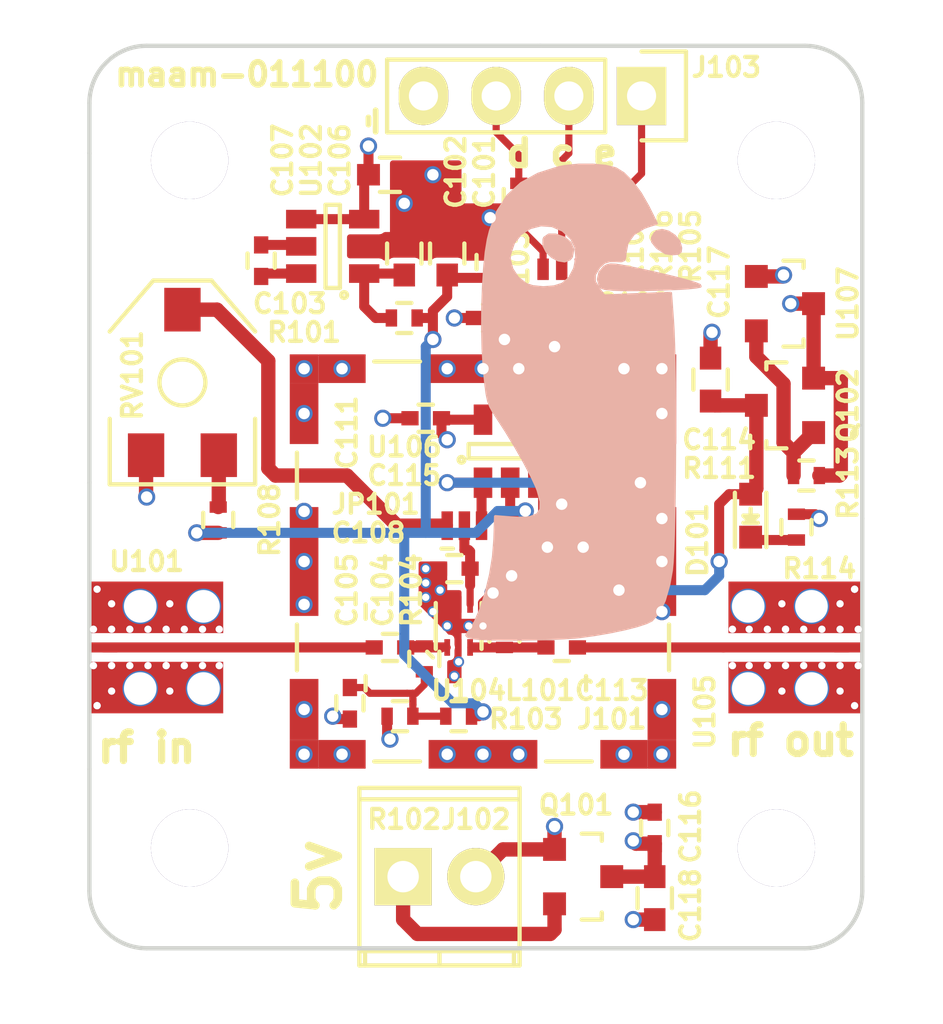
<source format=kicad_pcb>
(kicad_pcb (version 4) (host pcbnew 4.0.6)

  (general
    (links 172)
    (no_connects 1)
    (area 150.424999 90.924999 177.575001 122.575001)
    (thickness 1.6)
    (drawings 21)
    (tracks 260)
    (zones 0)
    (modules 63)
    (nets 30)
  )

  (page A4)
  (layers
    (0 F.Cu signal)
    (1 In1.Cu signal)
    (2 In2.Cu signal hide)
    (31 B.Cu signal)
    (32 B.Adhes user)
    (33 F.Adhes user)
    (34 B.Paste user)
    (35 F.Paste user)
    (36 B.SilkS user hide)
    (37 F.SilkS user)
    (38 B.Mask user)
    (39 F.Mask user)
    (40 Dwgs.User user)
    (41 Cmts.User user)
    (42 Eco1.User user)
    (43 Eco2.User user)
    (44 Edge.Cuts user)
    (45 Margin user)
    (46 B.CrtYd user)
    (47 F.CrtYd user)
    (48 B.Fab user)
    (49 F.Fab user)
  )

  (setup
    (last_trace_width 0.35)
    (user_trace_width 0.35)
    (user_trace_width 0.5)
    (trace_clearance 0.128)
    (zone_clearance 0.15)
    (zone_45_only no)
    (trace_min 0.2)
    (segment_width 0.2)
    (edge_width 0.15)
    (via_size 0.6)
    (via_drill 0.4)
    (via_min_size 0.4)
    (via_min_drill 0.3)
    (uvia_size 0.3)
    (uvia_drill 0.1)
    (uvias_allowed no)
    (uvia_min_size 0.2)
    (uvia_min_drill 0.1)
    (pcb_text_width 0.3)
    (pcb_text_size 1.5 1.5)
    (mod_edge_width 0.15)
    (mod_text_size 0.66 0.66)
    (mod_text_width 0.15)
    (pad_size 0.381 0.381)
    (pad_drill 0.254)
    (pad_to_mask_clearance 0.05)
    (aux_axis_origin 0 0)
    (visible_elements FFFEFF7F)
    (pcbplotparams
      (layerselection 0x00030_80000001)
      (usegerberextensions false)
      (excludeedgelayer true)
      (linewidth 0.100000)
      (plotframeref false)
      (viasonmask false)
      (mode 1)
      (useauxorigin false)
      (hpglpennumber 1)
      (hpglpenspeed 20)
      (hpglpendiameter 15)
      (hpglpenoverlay 2)
      (psnegative false)
      (psa4output false)
      (plotreference true)
      (plotvalue true)
      (plotinvisibletext false)
      (padsonsilk false)
      (subtractmaskfromsilk false)
      (outputformat 1)
      (mirror false)
      (drillshape 1)
      (scaleselection 1)
      (outputdirectory ""))
  )

  (net 0 "")
  (net 1 GND)
  (net 2 -5V)
  (net 3 "Net-(C103-Pad2)")
  (net 4 "Net-(C104-Pad1)")
  (net 5 "Net-(C104-Pad2)")
  (net 6 "Net-(C105-Pad1)")
  (net 7 +5V)
  (net 8 "Net-(C107-Pad1)")
  (net 9 "Net-(C107-Pad2)")
  (net 10 "Net-(C108-Pad1)")
  (net 11 /AMP_5V)
  (net 12 "Net-(C113-Pad1)")
  (net 13 "Net-(C113-Pad2)")
  (net 14 "Net-(C114-Pad1)")
  (net 15 /AMP_VC)
  (net 16 "Net-(D101-Pad1)")
  (net 17 "Net-(J102-Pad1)")
  (net 18 /DAC_CS)
  (net 19 /DAC_SCK)
  (net 20 /DAC_SDI)
  (net 21 "Net-(JP101-Pad1)")
  (net 22 "Net-(Q102-Pad1)")
  (net 23 "Net-(R105-Pad2)")
  (net 24 "Net-(R106-Pad2)")
  (net 25 "Net-(R107-Pad2)")
  (net 26 "Net-(R108-Pad1)")
  (net 27 "Net-(R109-Pad1)")
  (net 28 "Net-(R109-Pad2)")
  (net 29 "Net-(R112-Pad1)")

  (net_class Default "This is the default net class."
    (clearance 0.128)
    (trace_width 0.25)
    (via_dia 0.6)
    (via_drill 0.4)
    (uvia_dia 0.3)
    (uvia_drill 0.1)
    (add_net +5V)
    (add_net -5V)
    (add_net /AMP_5V)
    (add_net /AMP_VC)
    (add_net /DAC_CS)
    (add_net /DAC_SCK)
    (add_net /DAC_SDI)
    (add_net GND)
    (add_net "Net-(C103-Pad2)")
    (add_net "Net-(C104-Pad1)")
    (add_net "Net-(C104-Pad2)")
    (add_net "Net-(C105-Pad1)")
    (add_net "Net-(C107-Pad1)")
    (add_net "Net-(C107-Pad2)")
    (add_net "Net-(C108-Pad1)")
    (add_net "Net-(C113-Pad1)")
    (add_net "Net-(C113-Pad2)")
    (add_net "Net-(C114-Pad1)")
    (add_net "Net-(D101-Pad1)")
    (add_net "Net-(J102-Pad1)")
    (add_net "Net-(JP101-Pad1)")
    (add_net "Net-(Q102-Pad1)")
    (add_net "Net-(R105-Pad2)")
    (add_net "Net-(R106-Pad2)")
    (add_net "Net-(R107-Pad2)")
    (add_net "Net-(R108-Pad1)")
    (add_net "Net-(R109-Pad1)")
    (add_net "Net-(R109-Pad2)")
    (add_net "Net-(R112-Pad1)")
  )

  (module vna_footprints:VIA_OSH4LAYER_MIN (layer F.Cu) (tedit 59D04107) (tstamp 59D051E9)
    (at 163.4 112.5)
    (fp_text reference REF** (at 0 -2.5) (layer F.SilkS) hide
      (effects (font (size 1 1) (thickness 0.15)))
    )
    (fp_text value VIA_OSH4LAYER_MIN (at 0 -1.2) (layer F.Fab) hide
      (effects (font (size 1 1) (thickness 0.15)))
    )
    (pad 1 thru_hole circle (at 0 0) (size 0.381 0.381) (drill 0.254) (layers *.Cu)
      (net 1 GND))
  )

  (module vna_footprints:VIA_OSH4LAYER_MIN (layer F.Cu) (tedit 59D04107) (tstamp 59D051E4)
    (at 162.25 109.75)
    (fp_text reference REF** (at 0 -2.5) (layer F.SilkS) hide
      (effects (font (size 1 1) (thickness 0.15)))
    )
    (fp_text value VIA_OSH4LAYER_MIN (at 0 -1.2) (layer F.Fab) hide
      (effects (font (size 1 1) (thickness 0.15)))
    )
    (pad 1 thru_hole circle (at 0 0) (size 0.381 0.381) (drill 0.254) (layers *.Cu)
      (net 1 GND))
  )

  (module vna_footprints:VIA_OSH4LAYER_MIN (layer F.Cu) (tedit 59D04107) (tstamp 59D051E0)
    (at 162.75 110)
    (fp_text reference REF** (at 0 -2.5) (layer F.SilkS) hide
      (effects (font (size 1 1) (thickness 0.15)))
    )
    (fp_text value VIA_OSH4LAYER_MIN (at 0 -1.2) (layer F.Fab) hide
      (effects (font (size 1 1) (thickness 0.15)))
    )
    (pad 1 thru_hole circle (at 0 0) (size 0.381 0.381) (drill 0.254) (layers *.Cu)
      (net 1 GND))
  )

  (module vna_footprints:VIA_OSH4LAYER_MIN (layer F.Cu) (tedit 59D04107) (tstamp 59D051AE)
    (at 162.25 109.25)
    (fp_text reference REF** (at 0 -2.5) (layer F.SilkS) hide
      (effects (font (size 1 1) (thickness 0.15)))
    )
    (fp_text value VIA_OSH4LAYER_MIN (at 0 -1.2) (layer F.Fab) hide
      (effects (font (size 1 1) (thickness 0.15)))
    )
    (pad 1 thru_hole circle (at 0 0) (size 0.381 0.381) (drill 0.254) (layers *.Cu)
      (net 1 GND))
  )

  (module vna_footprints:VIA_OSH4LAYER_MIN (layer F.Cu) (tedit 59D04107) (tstamp 59D051AA)
    (at 162.25 110.25)
    (fp_text reference REF** (at 0 -2.5) (layer F.SilkS) hide
      (effects (font (size 1 1) (thickness 0.15)))
    )
    (fp_text value VIA_OSH4LAYER_MIN (at 0 -1.2) (layer F.Fab) hide
      (effects (font (size 1 1) (thickness 0.15)))
    )
    (pad 1 thru_hole circle (at 0 0) (size 0.381 0.381) (drill 0.254) (layers *.Cu)
      (net 1 GND))
  )

  (module vna_footprints:VIA_OSH4LAYER_MIN (layer F.Cu) (tedit 59D04107) (tstamp 59D051A6)
    (at 162.5 110.75)
    (fp_text reference REF** (at 0 -2.5) (layer F.SilkS) hide
      (effects (font (size 1 1) (thickness 0.15)))
    )
    (fp_text value VIA_OSH4LAYER_MIN (at 0 -1.2) (layer F.Fab) hide
      (effects (font (size 1 1) (thickness 0.15)))
    )
    (pad 1 thru_hole circle (at 0 0) (size 0.381 0.381) (drill 0.254) (layers *.Cu)
      (net 1 GND))
  )

  (module vna_footprints:VIA_OSH4LAYER_MIN (layer F.Cu) (tedit 59D04107) (tstamp 59D051A2)
    (at 163 111.25)
    (fp_text reference REF** (at 0 -2.5) (layer F.SilkS) hide
      (effects (font (size 1 1) (thickness 0.15)))
    )
    (fp_text value VIA_OSH4LAYER_MIN (at 0 -1.2) (layer F.Fab) hide
      (effects (font (size 1 1) (thickness 0.15)))
    )
    (pad 1 thru_hole circle (at 0 0) (size 0.381 0.381) (drill 0.254) (layers *.Cu)
      (net 1 GND))
  )

  (module vna_footprints:VIA_OSH4LAYER_MIN (layer F.Cu) (tedit 59D04107) (tstamp 59D0519E)
    (at 164.25 111.25)
    (fp_text reference REF** (at 0 -2.5) (layer F.SilkS) hide
      (effects (font (size 1 1) (thickness 0.15)))
    )
    (fp_text value VIA_OSH4LAYER_MIN (at 0 -1.2) (layer F.Fab) hide
      (effects (font (size 1 1) (thickness 0.15)))
    )
    (pad 1 thru_hole circle (at 0 0) (size 0.381 0.381) (drill 0.254) (layers *.Cu)
      (net 1 GND))
  )

  (module vna_footprints:VIA_OSH4LAYER_MIN (layer F.Cu) (tedit 59D04107) (tstamp 59D0519A)
    (at 163.75 111.25)
    (fp_text reference REF** (at 0 -2.5) (layer F.SilkS) hide
      (effects (font (size 1 1) (thickness 0.15)))
    )
    (fp_text value VIA_OSH4LAYER_MIN (at 0 -1.2) (layer F.Fab) hide
      (effects (font (size 1 1) (thickness 0.15)))
    )
    (pad 1 thru_hole circle (at 0 0) (size 0.381 0.381) (drill 0.254) (layers *.Cu)
      (net 1 GND))
  )

  (module Capacitors_SMD:C_0402 (layer F.Cu) (tedit 5415D599) (tstamp 59CFFB96)
    (at 164.5 98.55 270)
    (descr "Capacitor SMD 0402, reflow soldering, AVX (see smccp.pdf)")
    (tags "capacitor 0402")
    (path /59D0ACBC)
    (attr smd)
    (fp_text reference C101 (at -3.15 0.2 270) (layer F.SilkS)
      (effects (font (size 0.66 0.66) (thickness 0.15)))
    )
    (fp_text value "220 nF" (at 0 1.7 270) (layer F.Fab)
      (effects (font (size 0.66 0.66) (thickness 0.15)))
    )
    (fp_line (start -1.15 -0.6) (end 1.15 -0.6) (layer F.CrtYd) (width 0.05))
    (fp_line (start -1.15 0.6) (end 1.15 0.6) (layer F.CrtYd) (width 0.05))
    (fp_line (start -1.15 -0.6) (end -1.15 0.6) (layer F.CrtYd) (width 0.05))
    (fp_line (start 1.15 -0.6) (end 1.15 0.6) (layer F.CrtYd) (width 0.05))
    (fp_line (start 0.25 -0.475) (end -0.25 -0.475) (layer F.SilkS) (width 0.15))
    (fp_line (start -0.25 0.475) (end 0.25 0.475) (layer F.SilkS) (width 0.15))
    (pad 1 smd rect (at -0.55 0 270) (size 0.6 0.5) (layers F.Cu F.Paste F.Mask)
      (net 1 GND))
    (pad 2 smd rect (at 0.55 0 270) (size 0.6 0.5) (layers F.Cu F.Paste F.Mask)
      (net 2 -5V))
    (model Capacitors_SMD.3dshapes/C_0402.wrl
      (at (xyz 0 0 0))
      (scale (xyz 1 1 1))
      (rotate (xyz 0 0 0))
    )
  )

  (module Capacitors_SMD:C_0603 (layer F.Cu) (tedit 5415D631) (tstamp 59CFFB9C)
    (at 163 98.25 270)
    (descr "Capacitor SMD 0603, reflow soldering, AVX (see smccp.pdf)")
    (tags "capacitor 0603")
    (path /59D0A5FA)
    (attr smd)
    (fp_text reference C102 (at -2.85 -0.3 270) (layer F.SilkS)
      (effects (font (size 0.66 0.66) (thickness 0.15)))
    )
    (fp_text value "1 uF" (at 0 1.9 270) (layer F.Fab)
      (effects (font (size 0.66 0.66) (thickness 0.15)))
    )
    (fp_line (start -1.45 -0.75) (end 1.45 -0.75) (layer F.CrtYd) (width 0.05))
    (fp_line (start -1.45 0.75) (end 1.45 0.75) (layer F.CrtYd) (width 0.05))
    (fp_line (start -1.45 -0.75) (end -1.45 0.75) (layer F.CrtYd) (width 0.05))
    (fp_line (start 1.45 -0.75) (end 1.45 0.75) (layer F.CrtYd) (width 0.05))
    (fp_line (start -0.35 -0.6) (end 0.35 -0.6) (layer F.SilkS) (width 0.15))
    (fp_line (start 0.35 0.6) (end -0.35 0.6) (layer F.SilkS) (width 0.15))
    (pad 1 smd rect (at -0.75 0 270) (size 0.8 0.75) (layers F.Cu F.Paste F.Mask)
      (net 1 GND))
    (pad 2 smd rect (at 0.75 0 270) (size 0.8 0.75) (layers F.Cu F.Paste F.Mask)
      (net 2 -5V))
    (model Capacitors_SMD.3dshapes/C_0603.wrl
      (at (xyz 0 0 0))
      (scale (xyz 1 1 1))
      (rotate (xyz 0 0 0))
    )
  )

  (module Capacitors_SMD:C_0603 (layer F.Cu) (tedit 5415D631) (tstamp 59CFFBA2)
    (at 161.5 98.25 270)
    (descr "Capacitor SMD 0603, reflow soldering, AVX (see smccp.pdf)")
    (tags "capacitor 0603")
    (path /59D09B98)
    (attr smd)
    (fp_text reference C103 (at 1.75 4 360) (layer F.SilkS)
      (effects (font (size 0.66 0.66) (thickness 0.15)))
    )
    (fp_text value "1 uF" (at 0 1.9 270) (layer F.Fab)
      (effects (font (size 0.66 0.66) (thickness 0.15)))
    )
    (fp_line (start -1.45 -0.75) (end 1.45 -0.75) (layer F.CrtYd) (width 0.05))
    (fp_line (start -1.45 0.75) (end 1.45 0.75) (layer F.CrtYd) (width 0.05))
    (fp_line (start -1.45 -0.75) (end -1.45 0.75) (layer F.CrtYd) (width 0.05))
    (fp_line (start 1.45 -0.75) (end 1.45 0.75) (layer F.CrtYd) (width 0.05))
    (fp_line (start -0.35 -0.6) (end 0.35 -0.6) (layer F.SilkS) (width 0.15))
    (fp_line (start 0.35 0.6) (end -0.35 0.6) (layer F.SilkS) (width 0.15))
    (pad 1 smd rect (at -0.75 0 270) (size 0.8 0.75) (layers F.Cu F.Paste F.Mask)
      (net 1 GND))
    (pad 2 smd rect (at 0.75 0 270) (size 0.8 0.75) (layers F.Cu F.Paste F.Mask)
      (net 3 "Net-(C103-Pad2)"))
    (model Capacitors_SMD.3dshapes/C_0603.wrl
      (at (xyz 0 0 0))
      (scale (xyz 1 1 1))
      (rotate (xyz 0 0 0))
    )
  )

  (module Capacitors_SMD:C_0402 (layer F.Cu) (tedit 5415D599) (tstamp 59CFFBA8)
    (at 161 112)
    (descr "Capacitor SMD 0402, reflow soldering, AVX (see smccp.pdf)")
    (tags "capacitor 0402")
    (path /59CF3FDD)
    (attr smd)
    (fp_text reference C104 (at -0.25 -2 90) (layer F.SilkS)
      (effects (font (size 0.66 0.66) (thickness 0.15)))
    )
    (fp_text value "10 pF" (at 0 1.7) (layer F.Fab)
      (effects (font (size 0.66 0.66) (thickness 0.15)))
    )
    (fp_line (start -1.15 -0.6) (end 1.15 -0.6) (layer F.CrtYd) (width 0.05))
    (fp_line (start -1.15 0.6) (end 1.15 0.6) (layer F.CrtYd) (width 0.05))
    (fp_line (start -1.15 -0.6) (end -1.15 0.6) (layer F.CrtYd) (width 0.05))
    (fp_line (start 1.15 -0.6) (end 1.15 0.6) (layer F.CrtYd) (width 0.05))
    (fp_line (start 0.25 -0.475) (end -0.25 -0.475) (layer F.SilkS) (width 0.15))
    (fp_line (start -0.25 0.475) (end 0.25 0.475) (layer F.SilkS) (width 0.15))
    (pad 1 smd rect (at -0.55 0) (size 0.6 0.5) (layers F.Cu F.Paste F.Mask)
      (net 4 "Net-(C104-Pad1)"))
    (pad 2 smd rect (at 0.55 0) (size 0.6 0.5) (layers F.Cu F.Paste F.Mask)
      (net 5 "Net-(C104-Pad2)"))
    (model Capacitors_SMD.3dshapes/C_0402.wrl
      (at (xyz 0 0 0))
      (scale (xyz 1 1 1))
      (rotate (xyz 0 0 0))
    )
  )

  (module Capacitors_SMD:C_0402 (layer F.Cu) (tedit 5415D599) (tstamp 59CFFBAE)
    (at 159.6 113.95 270)
    (descr "Capacitor SMD 0402, reflow soldering, AVX (see smccp.pdf)")
    (tags "capacitor 0402")
    (path /59CF4B99)
    (attr smd)
    (fp_text reference C105 (at -3.95 0.1 450) (layer F.SilkS)
      (effects (font (size 0.66 0.66) (thickness 0.15)))
    )
    (fp_text value "220 nF" (at 0 1.7 270) (layer F.Fab)
      (effects (font (size 0.66 0.66) (thickness 0.15)))
    )
    (fp_line (start -1.15 -0.6) (end 1.15 -0.6) (layer F.CrtYd) (width 0.05))
    (fp_line (start -1.15 0.6) (end 1.15 0.6) (layer F.CrtYd) (width 0.05))
    (fp_line (start -1.15 -0.6) (end -1.15 0.6) (layer F.CrtYd) (width 0.05))
    (fp_line (start 1.15 -0.6) (end 1.15 0.6) (layer F.CrtYd) (width 0.05))
    (fp_line (start 0.25 -0.475) (end -0.25 -0.475) (layer F.SilkS) (width 0.15))
    (fp_line (start -0.25 0.475) (end 0.25 0.475) (layer F.SilkS) (width 0.15))
    (pad 1 smd rect (at -0.55 0 270) (size 0.6 0.5) (layers F.Cu F.Paste F.Mask)
      (net 6 "Net-(C105-Pad1)"))
    (pad 2 smd rect (at 0.55 0 270) (size 0.6 0.5) (layers F.Cu F.Paste F.Mask)
      (net 1 GND))
    (model Capacitors_SMD.3dshapes/C_0402.wrl
      (at (xyz 0 0 0))
      (scale (xyz 1 1 1))
      (rotate (xyz 0 0 0))
    )
  )

  (module Capacitors_SMD:C_0603 (layer F.Cu) (tedit 5415D631) (tstamp 59CFFBB4)
    (at 161 95.5 180)
    (descr "Capacitor SMD 0603, reflow soldering, AVX (see smccp.pdf)")
    (tags "capacitor 0603")
    (path /59D0B2E4)
    (attr smd)
    (fp_text reference C106 (at 1.75 0.5 270) (layer F.SilkS)
      (effects (font (size 0.66 0.66) (thickness 0.15)))
    )
    (fp_text value "1 uF" (at 0 1.9 180) (layer F.Fab)
      (effects (font (size 0.66 0.66) (thickness 0.15)))
    )
    (fp_line (start -1.45 -0.75) (end 1.45 -0.75) (layer F.CrtYd) (width 0.05))
    (fp_line (start -1.45 0.75) (end 1.45 0.75) (layer F.CrtYd) (width 0.05))
    (fp_line (start -1.45 -0.75) (end -1.45 0.75) (layer F.CrtYd) (width 0.05))
    (fp_line (start 1.45 -0.75) (end 1.45 0.75) (layer F.CrtYd) (width 0.05))
    (fp_line (start -0.35 -0.6) (end 0.35 -0.6) (layer F.SilkS) (width 0.15))
    (fp_line (start 0.35 0.6) (end -0.35 0.6) (layer F.SilkS) (width 0.15))
    (pad 1 smd rect (at -0.75 0 180) (size 0.8 0.75) (layers F.Cu F.Paste F.Mask)
      (net 1 GND))
    (pad 2 smd rect (at 0.75 0 180) (size 0.8 0.75) (layers F.Cu F.Paste F.Mask)
      (net 7 +5V))
    (model Capacitors_SMD.3dshapes/C_0603.wrl
      (at (xyz 0 0 0))
      (scale (xyz 1 1 1))
      (rotate (xyz 0 0 0))
    )
  )

  (module Capacitors_SMD:C_0402 (layer F.Cu) (tedit 5415D599) (tstamp 59CFFBBA)
    (at 156.5 98.5 270)
    (descr "Capacitor SMD 0402, reflow soldering, AVX (see smccp.pdf)")
    (tags "capacitor 0402")
    (path /59D091C2)
    (attr smd)
    (fp_text reference C107 (at -3.5 -0.75 450) (layer F.SilkS)
      (effects (font (size 0.66 0.66) (thickness 0.15)))
    )
    (fp_text value "220 nF" (at 0 1.7 270) (layer F.Fab)
      (effects (font (size 0.66 0.66) (thickness 0.15)))
    )
    (fp_line (start -1.15 -0.6) (end 1.15 -0.6) (layer F.CrtYd) (width 0.05))
    (fp_line (start -1.15 0.6) (end 1.15 0.6) (layer F.CrtYd) (width 0.05))
    (fp_line (start -1.15 -0.6) (end -1.15 0.6) (layer F.CrtYd) (width 0.05))
    (fp_line (start 1.15 -0.6) (end 1.15 0.6) (layer F.CrtYd) (width 0.05))
    (fp_line (start 0.25 -0.475) (end -0.25 -0.475) (layer F.SilkS) (width 0.15))
    (fp_line (start -0.25 0.475) (end 0.25 0.475) (layer F.SilkS) (width 0.15))
    (pad 1 smd rect (at -0.55 0 270) (size 0.6 0.5) (layers F.Cu F.Paste F.Mask)
      (net 8 "Net-(C107-Pad1)"))
    (pad 2 smd rect (at 0.55 0 270) (size 0.6 0.5) (layers F.Cu F.Paste F.Mask)
      (net 9 "Net-(C107-Pad2)"))
    (model Capacitors_SMD.3dshapes/C_0402.wrl
      (at (xyz 0 0 0))
      (scale (xyz 1 1 1))
      (rotate (xyz 0 0 0))
    )
  )

  (module Capacitors_SMD:C_0402 (layer F.Cu) (tedit 5415D599) (tstamp 59CFFBC0)
    (at 163.25 109.25 180)
    (descr "Capacitor SMD 0402, reflow soldering, AVX (see smccp.pdf)")
    (tags "capacitor 0402")
    (path /59D0D332)
    (attr smd)
    (fp_text reference C108 (at 3 1.25 180) (layer F.SilkS)
      (effects (font (size 0.66 0.66) (thickness 0.15)))
    )
    (fp_text value "220 nF" (at 0 1.7 180) (layer F.Fab)
      (effects (font (size 0.66 0.66) (thickness 0.15)))
    )
    (fp_line (start -1.15 -0.6) (end 1.15 -0.6) (layer F.CrtYd) (width 0.05))
    (fp_line (start -1.15 0.6) (end 1.15 0.6) (layer F.CrtYd) (width 0.05))
    (fp_line (start -1.15 -0.6) (end -1.15 0.6) (layer F.CrtYd) (width 0.05))
    (fp_line (start 1.15 -0.6) (end 1.15 0.6) (layer F.CrtYd) (width 0.05))
    (fp_line (start 0.25 -0.475) (end -0.25 -0.475) (layer F.SilkS) (width 0.15))
    (fp_line (start -0.25 0.475) (end 0.25 0.475) (layer F.SilkS) (width 0.15))
    (pad 1 smd rect (at -0.55 0 180) (size 0.6 0.5) (layers F.Cu F.Paste F.Mask)
      (net 10 "Net-(C108-Pad1)"))
    (pad 2 smd rect (at 0.55 0 180) (size 0.6 0.5) (layers F.Cu F.Paste F.Mask)
      (net 1 GND))
    (model Capacitors_SMD.3dshapes/C_0402.wrl
      (at (xyz 0 0 0))
      (scale (xyz 1 1 1))
      (rotate (xyz 0 0 0))
    )
  )

  (module Capacitors_SMD:C_0402 (layer F.Cu) (tedit 5415D599) (tstamp 59CFFBC6)
    (at 164.5 100.5)
    (descr "Capacitor SMD 0402, reflow soldering, AVX (see smccp.pdf)")
    (tags "capacitor 0402")
    (path /59D0E6E8)
    (attr smd)
    (fp_text reference C109 (at 5 -0.5) (layer F.SilkS)
      (effects (font (size 0.66 0.66) (thickness 0.15)))
    )
    (fp_text value "220 nF" (at 0 1.7) (layer F.Fab)
      (effects (font (size 0.66 0.66) (thickness 0.15)))
    )
    (fp_line (start -1.15 -0.6) (end 1.15 -0.6) (layer F.CrtYd) (width 0.05))
    (fp_line (start -1.15 0.6) (end 1.15 0.6) (layer F.CrtYd) (width 0.05))
    (fp_line (start -1.15 -0.6) (end -1.15 0.6) (layer F.CrtYd) (width 0.05))
    (fp_line (start 1.15 -0.6) (end 1.15 0.6) (layer F.CrtYd) (width 0.05))
    (fp_line (start 0.25 -0.475) (end -0.25 -0.475) (layer F.SilkS) (width 0.15))
    (fp_line (start -0.25 0.475) (end 0.25 0.475) (layer F.SilkS) (width 0.15))
    (pad 1 smd rect (at -0.55 0) (size 0.6 0.5) (layers F.Cu F.Paste F.Mask)
      (net 1 GND))
    (pad 2 smd rect (at 0.55 0) (size 0.6 0.5) (layers F.Cu F.Paste F.Mask)
      (net 7 +5V))
    (model Capacitors_SMD.3dshapes/C_0402.wrl
      (at (xyz 0 0 0))
      (scale (xyz 1 1 1))
      (rotate (xyz 0 0 0))
    )
  )

  (module Capacitors_SMD:C_0402 (layer F.Cu) (tedit 5415D599) (tstamp 59CFFBCC)
    (at 166.5 109.75 90)
    (descr "Capacitor SMD 0402, reflow soldering, AVX (see smccp.pdf)")
    (tags "capacitor 0402")
    (path /59CF5BF3)
    (attr smd)
    (fp_text reference C110 (at 0 2 90) (layer F.SilkS)
      (effects (font (size 0.66 0.66) (thickness 0.15)))
    )
    (fp_text value "10 pF" (at 0 1.7 90) (layer F.Fab)
      (effects (font (size 0.66 0.66) (thickness 0.15)))
    )
    (fp_line (start -1.15 -0.6) (end 1.15 -0.6) (layer F.CrtYd) (width 0.05))
    (fp_line (start -1.15 0.6) (end 1.15 0.6) (layer F.CrtYd) (width 0.05))
    (fp_line (start -1.15 -0.6) (end -1.15 0.6) (layer F.CrtYd) (width 0.05))
    (fp_line (start 1.15 -0.6) (end 1.15 0.6) (layer F.CrtYd) (width 0.05))
    (fp_line (start 0.25 -0.475) (end -0.25 -0.475) (layer F.SilkS) (width 0.15))
    (fp_line (start -0.25 0.475) (end 0.25 0.475) (layer F.SilkS) (width 0.15))
    (pad 1 smd rect (at -0.55 0 90) (size 0.6 0.5) (layers F.Cu F.Paste F.Mask)
      (net 11 /AMP_5V))
    (pad 2 smd rect (at 0.55 0 90) (size 0.6 0.5) (layers F.Cu F.Paste F.Mask)
      (net 1 GND))
    (model Capacitors_SMD.3dshapes/C_0402.wrl
      (at (xyz 0 0 0))
      (scale (xyz 1 1 1))
      (rotate (xyz 0 0 0))
    )
  )

  (module Capacitors_SMD:C_0402 (layer F.Cu) (tedit 5415D599) (tstamp 59CFFBD2)
    (at 162.25 104)
    (descr "Capacitor SMD 0402, reflow soldering, AVX (see smccp.pdf)")
    (tags "capacitor 0402")
    (path /59D15914)
    (attr smd)
    (fp_text reference C111 (at -2.75 0.5 90) (layer F.SilkS)
      (effects (font (size 0.66 0.66) (thickness 0.15)))
    )
    (fp_text value "220 nF" (at 0 1.7) (layer F.Fab)
      (effects (font (size 0.66 0.66) (thickness 0.15)))
    )
    (fp_line (start -1.15 -0.6) (end 1.15 -0.6) (layer F.CrtYd) (width 0.05))
    (fp_line (start -1.15 0.6) (end 1.15 0.6) (layer F.CrtYd) (width 0.05))
    (fp_line (start -1.15 -0.6) (end -1.15 0.6) (layer F.CrtYd) (width 0.05))
    (fp_line (start 1.15 -0.6) (end 1.15 0.6) (layer F.CrtYd) (width 0.05))
    (fp_line (start 0.25 -0.475) (end -0.25 -0.475) (layer F.SilkS) (width 0.15))
    (fp_line (start -0.25 0.475) (end 0.25 0.475) (layer F.SilkS) (width 0.15))
    (pad 1 smd rect (at -0.55 0) (size 0.6 0.5) (layers F.Cu F.Paste F.Mask)
      (net 1 GND))
    (pad 2 smd rect (at 0.55 0) (size 0.6 0.5) (layers F.Cu F.Paste F.Mask)
      (net 7 +5V))
    (model Capacitors_SMD.3dshapes/C_0402.wrl
      (at (xyz 0 0 0))
      (scale (xyz 1 1 1))
      (rotate (xyz 0 0 0))
    )
  )

  (module Capacitors_SMD:C_0402 (layer F.Cu) (tedit 5415D599) (tstamp 59CFFBD8)
    (at 167.75 109.75 90)
    (descr "Capacitor SMD 0402, reflow soldering, AVX (see smccp.pdf)")
    (tags "capacitor 0402")
    (path /59CF5C73)
    (attr smd)
    (fp_text reference C112 (at 0 1.75 90) (layer F.SilkS)
      (effects (font (size 0.66 0.66) (thickness 0.15)))
    )
    (fp_text value "220 nF" (at 0 1.7 90) (layer F.Fab)
      (effects (font (size 0.66 0.66) (thickness 0.15)))
    )
    (fp_line (start -1.15 -0.6) (end 1.15 -0.6) (layer F.CrtYd) (width 0.05))
    (fp_line (start -1.15 0.6) (end 1.15 0.6) (layer F.CrtYd) (width 0.05))
    (fp_line (start -1.15 -0.6) (end -1.15 0.6) (layer F.CrtYd) (width 0.05))
    (fp_line (start 1.15 -0.6) (end 1.15 0.6) (layer F.CrtYd) (width 0.05))
    (fp_line (start 0.25 -0.475) (end -0.25 -0.475) (layer F.SilkS) (width 0.15))
    (fp_line (start -0.25 0.475) (end 0.25 0.475) (layer F.SilkS) (width 0.15))
    (pad 1 smd rect (at -0.55 0 90) (size 0.6 0.5) (layers F.Cu F.Paste F.Mask)
      (net 11 /AMP_5V))
    (pad 2 smd rect (at 0.55 0 90) (size 0.6 0.5) (layers F.Cu F.Paste F.Mask)
      (net 1 GND))
    (model Capacitors_SMD.3dshapes/C_0402.wrl
      (at (xyz 0 0 0))
      (scale (xyz 1 1 1))
      (rotate (xyz 0 0 0))
    )
  )

  (module Capacitors_SMD:C_0402 (layer F.Cu) (tedit 5415D599) (tstamp 59CFFBDE)
    (at 167 112)
    (descr "Capacitor SMD 0402, reflow soldering, AVX (see smccp.pdf)")
    (tags "capacitor 0402")
    (path /59CF4071)
    (attr smd)
    (fp_text reference C113 (at 1.75 1.5) (layer F.SilkS)
      (effects (font (size 0.66 0.66) (thickness 0.15)))
    )
    (fp_text value "10 pF" (at 0 1.7) (layer F.Fab)
      (effects (font (size 0.66 0.66) (thickness 0.15)))
    )
    (fp_line (start -1.15 -0.6) (end 1.15 -0.6) (layer F.CrtYd) (width 0.05))
    (fp_line (start -1.15 0.6) (end 1.15 0.6) (layer F.CrtYd) (width 0.05))
    (fp_line (start -1.15 -0.6) (end -1.15 0.6) (layer F.CrtYd) (width 0.05))
    (fp_line (start 1.15 -0.6) (end 1.15 0.6) (layer F.CrtYd) (width 0.05))
    (fp_line (start 0.25 -0.475) (end -0.25 -0.475) (layer F.SilkS) (width 0.15))
    (fp_line (start -0.25 0.475) (end 0.25 0.475) (layer F.SilkS) (width 0.15))
    (pad 1 smd rect (at -0.55 0) (size 0.6 0.5) (layers F.Cu F.Paste F.Mask)
      (net 12 "Net-(C113-Pad1)"))
    (pad 2 smd rect (at 0.55 0) (size 0.6 0.5) (layers F.Cu F.Paste F.Mask)
      (net 13 "Net-(C113-Pad2)"))
    (model Capacitors_SMD.3dshapes/C_0402.wrl
      (at (xyz 0 0 0))
      (scale (xyz 1 1 1))
      (rotate (xyz 0 0 0))
    )
  )

  (module Capacitors_SMD:C_0402 (layer F.Cu) (tedit 5415D599) (tstamp 59CFFBE4)
    (at 168.5 106.25)
    (descr "Capacitor SMD 0402, reflow soldering, AVX (see smccp.pdf)")
    (tags "capacitor 0402")
    (path /59D16572)
    (attr smd)
    (fp_text reference C114 (at 4 -1.5 180) (layer F.SilkS)
      (effects (font (size 0.66 0.66) (thickness 0.15)))
    )
    (fp_text value DNP (at 0 1.7) (layer F.Fab)
      (effects (font (size 0.66 0.66) (thickness 0.15)))
    )
    (fp_line (start -1.15 -0.6) (end 1.15 -0.6) (layer F.CrtYd) (width 0.05))
    (fp_line (start -1.15 0.6) (end 1.15 0.6) (layer F.CrtYd) (width 0.05))
    (fp_line (start -1.15 -0.6) (end -1.15 0.6) (layer F.CrtYd) (width 0.05))
    (fp_line (start 1.15 -0.6) (end 1.15 0.6) (layer F.CrtYd) (width 0.05))
    (fp_line (start 0.25 -0.475) (end -0.25 -0.475) (layer F.SilkS) (width 0.15))
    (fp_line (start -0.25 0.475) (end 0.25 0.475) (layer F.SilkS) (width 0.15))
    (pad 1 smd rect (at -0.55 0) (size 0.6 0.5) (layers F.Cu F.Paste F.Mask)
      (net 14 "Net-(C114-Pad1)"))
    (pad 2 smd rect (at 0.55 0) (size 0.6 0.5) (layers F.Cu F.Paste F.Mask)
      (net 15 /AMP_VC))
    (model Capacitors_SMD.3dshapes/C_0402.wrl
      (at (xyz 0 0 0))
      (scale (xyz 1 1 1))
      (rotate (xyz 0 0 0))
    )
  )

  (module Capacitors_SMD:C_0402 (layer F.Cu) (tedit 5415D599) (tstamp 59CFFBEA)
    (at 165.25 108.25 270)
    (descr "Capacitor SMD 0402, reflow soldering, AVX (see smccp.pdf)")
    (tags "capacitor 0402")
    (path /59D18B7A)
    (attr smd)
    (fp_text reference C115 (at -2.25 3.75 360) (layer F.SilkS)
      (effects (font (size 0.66 0.66) (thickness 0.15)))
    )
    (fp_text value "220 nF" (at 0 1.7 270) (layer F.Fab)
      (effects (font (size 0.66 0.66) (thickness 0.15)))
    )
    (fp_line (start -1.15 -0.6) (end 1.15 -0.6) (layer F.CrtYd) (width 0.05))
    (fp_line (start -1.15 0.6) (end 1.15 0.6) (layer F.CrtYd) (width 0.05))
    (fp_line (start -1.15 -0.6) (end -1.15 0.6) (layer F.CrtYd) (width 0.05))
    (fp_line (start 1.15 -0.6) (end 1.15 0.6) (layer F.CrtYd) (width 0.05))
    (fp_line (start 0.25 -0.475) (end -0.25 -0.475) (layer F.SilkS) (width 0.15))
    (fp_line (start -0.25 0.475) (end 0.25 0.475) (layer F.SilkS) (width 0.15))
    (pad 1 smd rect (at -0.55 0 270) (size 0.6 0.5) (layers F.Cu F.Paste F.Mask)
      (net 2 -5V))
    (pad 2 smd rect (at 0.55 0 270) (size 0.6 0.5) (layers F.Cu F.Paste F.Mask)
      (net 1 GND))
    (model Capacitors_SMD.3dshapes/C_0402.wrl
      (at (xyz 0 0 0))
      (scale (xyz 1 1 1))
      (rotate (xyz 0 0 0))
    )
  )

  (module Capacitors_SMD:C_0402 (layer F.Cu) (tedit 5415D599) (tstamp 59CFFBF0)
    (at 170.25 118.3 90)
    (descr "Capacitor SMD 0402, reflow soldering, AVX (see smccp.pdf)")
    (tags "capacitor 0402")
    (path /59D1231E)
    (attr smd)
    (fp_text reference C116 (at 0.05 1.25 270) (layer F.SilkS)
      (effects (font (size 0.66 0.66) (thickness 0.15)))
    )
    (fp_text value "220 nF" (at 0 1.7 90) (layer F.Fab)
      (effects (font (size 0.66 0.66) (thickness 0.15)))
    )
    (fp_line (start -1.15 -0.6) (end 1.15 -0.6) (layer F.CrtYd) (width 0.05))
    (fp_line (start -1.15 0.6) (end 1.15 0.6) (layer F.CrtYd) (width 0.05))
    (fp_line (start -1.15 -0.6) (end -1.15 0.6) (layer F.CrtYd) (width 0.05))
    (fp_line (start 1.15 -0.6) (end 1.15 0.6) (layer F.CrtYd) (width 0.05))
    (fp_line (start 0.25 -0.475) (end -0.25 -0.475) (layer F.SilkS) (width 0.15))
    (fp_line (start -0.25 0.475) (end 0.25 0.475) (layer F.SilkS) (width 0.15))
    (pad 1 smd rect (at -0.55 0 90) (size 0.6 0.5) (layers F.Cu F.Paste F.Mask)
      (net 7 +5V))
    (pad 2 smd rect (at 0.55 0 90) (size 0.6 0.5) (layers F.Cu F.Paste F.Mask)
      (net 1 GND))
    (model Capacitors_SMD.3dshapes/C_0402.wrl
      (at (xyz 0 0 0))
      (scale (xyz 1 1 1))
      (rotate (xyz 0 0 0))
    )
  )

  (module Capacitors_SMD:C_0603 (layer F.Cu) (tedit 5415D631) (tstamp 59CFFBF6)
    (at 172.2 102.65 90)
    (descr "Capacitor SMD 0603, reflow soldering, AVX (see smccp.pdf)")
    (tags "capacitor 0603")
    (path /59CF709B)
    (attr smd)
    (fp_text reference C117 (at 3.4 0.3 90) (layer F.SilkS)
      (effects (font (size 0.66 0.66) (thickness 0.15)))
    )
    (fp_text value "1 uF" (at 0 1.9 90) (layer F.Fab)
      (effects (font (size 0.66 0.66) (thickness 0.15)))
    )
    (fp_line (start -1.45 -0.75) (end 1.45 -0.75) (layer F.CrtYd) (width 0.05))
    (fp_line (start -1.45 0.75) (end 1.45 0.75) (layer F.CrtYd) (width 0.05))
    (fp_line (start -1.45 -0.75) (end -1.45 0.75) (layer F.CrtYd) (width 0.05))
    (fp_line (start 1.45 -0.75) (end 1.45 0.75) (layer F.CrtYd) (width 0.05))
    (fp_line (start -0.35 -0.6) (end 0.35 -0.6) (layer F.SilkS) (width 0.15))
    (fp_line (start 0.35 0.6) (end -0.35 0.6) (layer F.SilkS) (width 0.15))
    (pad 1 smd rect (at -0.75 0 90) (size 0.8 0.75) (layers F.Cu F.Paste F.Mask)
      (net 11 /AMP_5V))
    (pad 2 smd rect (at 0.75 0 90) (size 0.8 0.75) (layers F.Cu F.Paste F.Mask)
      (net 1 GND))
    (model Capacitors_SMD.3dshapes/C_0603.wrl
      (at (xyz 0 0 0))
      (scale (xyz 1 1 1))
      (rotate (xyz 0 0 0))
    )
  )

  (module Capacitors_SMD:C_0603 (layer F.Cu) (tedit 5415D631) (tstamp 59CFFBFC)
    (at 170.25 120.75 270)
    (descr "Capacitor SMD 0603, reflow soldering, AVX (see smccp.pdf)")
    (tags "capacitor 0603")
    (path /59D1A637)
    (attr smd)
    (fp_text reference C118 (at 0.25 -1.25 450) (layer F.SilkS)
      (effects (font (size 0.66 0.66) (thickness 0.15)))
    )
    (fp_text value "10 uF" (at 0 1.9 270) (layer F.Fab)
      (effects (font (size 0.66 0.66) (thickness 0.15)))
    )
    (fp_line (start -1.45 -0.75) (end 1.45 -0.75) (layer F.CrtYd) (width 0.05))
    (fp_line (start -1.45 0.75) (end 1.45 0.75) (layer F.CrtYd) (width 0.05))
    (fp_line (start -1.45 -0.75) (end -1.45 0.75) (layer F.CrtYd) (width 0.05))
    (fp_line (start 1.45 -0.75) (end 1.45 0.75) (layer F.CrtYd) (width 0.05))
    (fp_line (start -0.35 -0.6) (end 0.35 -0.6) (layer F.SilkS) (width 0.15))
    (fp_line (start 0.35 0.6) (end -0.35 0.6) (layer F.SilkS) (width 0.15))
    (pad 1 smd rect (at -0.75 0 270) (size 0.8 0.75) (layers F.Cu F.Paste F.Mask)
      (net 7 +5V))
    (pad 2 smd rect (at 0.75 0 270) (size 0.8 0.75) (layers F.Cu F.Paste F.Mask)
      (net 1 GND))
    (model Capacitors_SMD.3dshapes/C_0603.wrl
      (at (xyz 0 0 0))
      (scale (xyz 1 1 1))
      (rotate (xyz 0 0 0))
    )
  )

  (module LEDs:LED_0603 (layer F.Cu) (tedit 55BDE255) (tstamp 59CFFC02)
    (at 173.6 107.4 90)
    (descr "LED 0603 smd package")
    (tags "LED led 0603 SMD smd SMT smt smdled SMDLED smtled SMTLED")
    (path /59D136AC)
    (attr smd)
    (fp_text reference D101 (at -0.85 -1.85 90) (layer F.SilkS)
      (effects (font (size 0.66 0.66) (thickness 0.15)))
    )
    (fp_text value RED (at 0 1.5 90) (layer F.Fab)
      (effects (font (size 0.66 0.66) (thickness 0.15)))
    )
    (fp_line (start -1.1 0.55) (end 0.8 0.55) (layer F.SilkS) (width 0.15))
    (fp_line (start -1.1 -0.55) (end 0.8 -0.55) (layer F.SilkS) (width 0.15))
    (fp_line (start -0.2 0) (end 0.25 0) (layer F.SilkS) (width 0.15))
    (fp_line (start -0.25 -0.25) (end -0.25 0.25) (layer F.SilkS) (width 0.15))
    (fp_line (start -0.25 0) (end 0 -0.25) (layer F.SilkS) (width 0.15))
    (fp_line (start 0 -0.25) (end 0 0.25) (layer F.SilkS) (width 0.15))
    (fp_line (start 0 0.25) (end -0.25 0) (layer F.SilkS) (width 0.15))
    (fp_line (start 1.4 -0.75) (end 1.4 0.75) (layer F.CrtYd) (width 0.05))
    (fp_line (start 1.4 0.75) (end -1.4 0.75) (layer F.CrtYd) (width 0.05))
    (fp_line (start -1.4 0.75) (end -1.4 -0.75) (layer F.CrtYd) (width 0.05))
    (fp_line (start -1.4 -0.75) (end 1.4 -0.75) (layer F.CrtYd) (width 0.05))
    (pad 2 smd rect (at 0.7493 0 270) (size 0.79756 0.79756) (layers F.Cu F.Paste F.Mask)
      (net 11 /AMP_5V))
    (pad 1 smd rect (at -0.7493 0 270) (size 0.79756 0.79756) (layers F.Cu F.Paste F.Mask)
      (net 16 "Net-(D101-Pad1)"))
    (model LEDs.3dshapes/LED_0603.wrl
      (at (xyz 0 0 0))
      (scale (xyz 1 1 1))
      (rotate (xyz 0 0 180))
    )
  )

  (module Mounting_Holes:MountingHole_2-7mm (layer F.Cu) (tedit 0) (tstamp 59CFFC07)
    (at 174.5 95)
    (descr "Mounting hole, Befestigungsbohrung, 2,7mm, No Annular, Kein Restring,")
    (tags "Mounting hole, Befestigungsbohrung, 2,7mm, No Annular, Kein Restring,")
    (path /59CFB7E2)
    (fp_text reference H101 (at 0 0) (layer F.SilkS)
      (effects (font (size 0.66 0.66) (thickness 0.15)))
    )
    (fp_text value MOUNTING_HOLE (at 0.09906 3.59918) (layer F.Fab)
      (effects (font (size 0.66 0.66) (thickness 0.15)))
    )
    (fp_circle (center 0 0) (end 2.7 0) (layer Cmts.User) (width 0.381))
    (pad 1 thru_hole circle (at 0 0) (size 2.7 2.7) (drill 2.7) (layers))
  )

  (module Mounting_Holes:MountingHole_2-7mm (layer F.Cu) (tedit 0) (tstamp 59CFFC0C)
    (at 154 119)
    (descr "Mounting hole, Befestigungsbohrung, 2,7mm, No Annular, Kein Restring,")
    (tags "Mounting hole, Befestigungsbohrung, 2,7mm, No Annular, Kein Restring,")
    (path /59CFBBD4)
    (fp_text reference H102 (at 0 0) (layer F.SilkS)
      (effects (font (size 0.66 0.66) (thickness 0.15)))
    )
    (fp_text value MOUNTING_HOLE (at 0.09906 3.59918) (layer F.Fab)
      (effects (font (size 0.66 0.66) (thickness 0.15)))
    )
    (fp_circle (center 0 0) (end 2.7 0) (layer Cmts.User) (width 0.381))
    (pad 1 thru_hole circle (at 0 0) (size 2.7 2.7) (drill 2.7) (layers))
  )

  (module Mounting_Holes:MountingHole_2-7mm (layer F.Cu) (tedit 0) (tstamp 59CFFC11)
    (at 174.5 119)
    (descr "Mounting hole, Befestigungsbohrung, 2,7mm, No Annular, Kein Restring,")
    (tags "Mounting hole, Befestigungsbohrung, 2,7mm, No Annular, Kein Restring,")
    (path /59CFBC40)
    (fp_text reference H103 (at 0 0) (layer F.SilkS)
      (effects (font (size 0.66 0.66) (thickness 0.15)))
    )
    (fp_text value MOUNTING_HOLE (at 0.09906 3.59918) (layer F.Fab)
      (effects (font (size 0.66 0.66) (thickness 0.15)))
    )
    (fp_circle (center 0 0) (end 2.7 0) (layer Cmts.User) (width 0.381))
    (pad 1 thru_hole circle (at 0 0) (size 2.7 2.7) (drill 2.7) (layers))
  )

  (module Mounting_Holes:MountingHole_2-7mm (layer F.Cu) (tedit 0) (tstamp 59CFFC16)
    (at 154 95)
    (descr "Mounting hole, Befestigungsbohrung, 2,7mm, No Annular, Kein Restring,")
    (tags "Mounting hole, Befestigungsbohrung, 2,7mm, No Annular, Kein Restring,")
    (path /59CFBCB3)
    (fp_text reference H104 (at 0 0) (layer F.SilkS)
      (effects (font (size 0.66 0.66) (thickness 0.15)))
    )
    (fp_text value MOUNTING_HOLE (at 0.09906 3.59918) (layer F.Fab)
      (effects (font (size 0.66 0.66) (thickness 0.15)))
    )
    (fp_circle (center 0 0) (end 2.7 0) (layer Cmts.User) (width 0.381))
    (pad 1 thru_hole circle (at 0 0) (size 2.7 2.7) (drill 2.7) (layers))
  )

  (module Terminal_Blocks:TerminalBlock_Pheonix_MPT-2.54mm_2pol (layer F.Cu) (tedit 0) (tstamp 59CFFC38)
    (at 161.46 120)
    (descr "2-way 2.54mm pitch terminal block, Phoenix MPT series")
    (path /59D10C48)
    (fp_text reference J102 (at 2.54 -2 180) (layer F.SilkS)
      (effects (font (size 0.66 0.66) (thickness 0.15)))
    )
    (fp_text value CONN_01X02 (at 1.27 4.50088) (layer F.Fab)
      (effects (font (size 0.66 0.66) (thickness 0.15)))
    )
    (fp_line (start -1.7 -3.3) (end 4.3 -3.3) (layer F.CrtYd) (width 0.05))
    (fp_line (start -1.7 3.3) (end -1.7 -3.3) (layer F.CrtYd) (width 0.05))
    (fp_line (start 4.3 3.3) (end -1.7 3.3) (layer F.CrtYd) (width 0.05))
    (fp_line (start 4.3 -3.3) (end 4.3 3.3) (layer F.CrtYd) (width 0.05))
    (fp_line (start 4.06908 2.60096) (end -1.52908 2.60096) (layer F.SilkS) (width 0.15))
    (fp_line (start -1.33096 3.0988) (end -1.33096 2.60096) (layer F.SilkS) (width 0.15))
    (fp_line (start 3.87096 2.60096) (end 3.87096 3.0988) (layer F.SilkS) (width 0.15))
    (fp_line (start 1.27 3.0988) (end 1.27 2.60096) (layer F.SilkS) (width 0.15))
    (fp_line (start -1.52908 -2.70002) (end 4.06908 -2.70002) (layer F.SilkS) (width 0.15))
    (fp_line (start -1.52908 3.0988) (end 4.06908 3.0988) (layer F.SilkS) (width 0.15))
    (fp_line (start 4.06908 3.0988) (end 4.06908 -3.0988) (layer F.SilkS) (width 0.15))
    (fp_line (start 4.06908 -3.0988) (end -1.52908 -3.0988) (layer F.SilkS) (width 0.15))
    (fp_line (start -1.52908 -3.0988) (end -1.52908 3.0988) (layer F.SilkS) (width 0.15))
    (pad 2 thru_hole oval (at 2.54 0) (size 1.99898 1.99898) (drill 1.09728) (layers *.Cu *.Mask F.SilkS)
      (net 1 GND))
    (pad 1 thru_hole rect (at 0 0) (size 1.99898 1.99898) (drill 1.09728) (layers *.Cu *.Mask F.SilkS)
      (net 17 "Net-(J102-Pad1)"))
    (model Terminal_Blocks.3dshapes/TerminalBlock_Pheonix_MPT-2.54mm_2pol.wrl
      (at (xyz 0.05 0 0))
      (scale (xyz 1 1 1))
      (rotate (xyz 0 0 0))
    )
  )

  (module Pin_Headers:Pin_Header_Straight_1x04 (layer F.Cu) (tedit 0) (tstamp 59CFFC40)
    (at 169.79 92.75 270)
    (descr "Through hole pin header")
    (tags "pin header")
    (path /59D12AA1)
    (fp_text reference J103 (at -1 -2.96 540) (layer F.SilkS)
      (effects (font (size 0.66 0.66) (thickness 0.15)))
    )
    (fp_text value CONN_01X04 (at 0 -3.1 270) (layer F.Fab)
      (effects (font (size 0.66 0.66) (thickness 0.15)))
    )
    (fp_line (start -1.75 -1.75) (end -1.75 9.4) (layer F.CrtYd) (width 0.05))
    (fp_line (start 1.75 -1.75) (end 1.75 9.4) (layer F.CrtYd) (width 0.05))
    (fp_line (start -1.75 -1.75) (end 1.75 -1.75) (layer F.CrtYd) (width 0.05))
    (fp_line (start -1.75 9.4) (end 1.75 9.4) (layer F.CrtYd) (width 0.05))
    (fp_line (start -1.27 1.27) (end -1.27 8.89) (layer F.SilkS) (width 0.15))
    (fp_line (start 1.27 1.27) (end 1.27 8.89) (layer F.SilkS) (width 0.15))
    (fp_line (start 1.55 -1.55) (end 1.55 0) (layer F.SilkS) (width 0.15))
    (fp_line (start -1.27 8.89) (end 1.27 8.89) (layer F.SilkS) (width 0.15))
    (fp_line (start 1.27 1.27) (end -1.27 1.27) (layer F.SilkS) (width 0.15))
    (fp_line (start -1.55 0) (end -1.55 -1.55) (layer F.SilkS) (width 0.15))
    (fp_line (start -1.55 -1.55) (end 1.55 -1.55) (layer F.SilkS) (width 0.15))
    (pad 1 thru_hole rect (at 0 0 270) (size 2.032 1.7272) (drill 1.016) (layers *.Cu *.Mask F.SilkS)
      (net 18 /DAC_CS))
    (pad 2 thru_hole oval (at 0 2.54 270) (size 2.032 1.7272) (drill 1.016) (layers *.Cu *.Mask F.SilkS)
      (net 19 /DAC_SCK))
    (pad 3 thru_hole oval (at 0 5.08 270) (size 2.032 1.7272) (drill 1.016) (layers *.Cu *.Mask F.SilkS)
      (net 20 /DAC_SDI))
    (pad 4 thru_hole oval (at 0 7.62 270) (size 2.032 1.7272) (drill 1.016) (layers *.Cu *.Mask F.SilkS)
      (net 1 GND))
    (model Pin_Headers.3dshapes/Pin_Header_Straight_1x04.wrl
      (at (xyz 0 -0.15 0))
      (scale (xyz 1 1 1))
      (rotate (xyz 0 0 90))
    )
  )

  (module Resistors_SMD:R_0402 (layer F.Cu) (tedit 5415CBB8) (tstamp 59CFFC4D)
    (at 165 111.55 270)
    (descr "Resistor SMD 0402, reflow soldering, Vishay (see dcrcw.pdf)")
    (tags "resistor 0402")
    (path /59CF3F97)
    (attr smd)
    (fp_text reference L101 (at 1.95 -1.25 360) (layer F.SilkS)
      (effects (font (size 0.66 0.66) (thickness 0.15)))
    )
    (fp_text value BLM15GG471 (at 0 1.8 270) (layer F.Fab)
      (effects (font (size 0.66 0.66) (thickness 0.15)))
    )
    (fp_line (start -0.95 -0.65) (end 0.95 -0.65) (layer F.CrtYd) (width 0.05))
    (fp_line (start -0.95 0.65) (end 0.95 0.65) (layer F.CrtYd) (width 0.05))
    (fp_line (start -0.95 -0.65) (end -0.95 0.65) (layer F.CrtYd) (width 0.05))
    (fp_line (start 0.95 -0.65) (end 0.95 0.65) (layer F.CrtYd) (width 0.05))
    (fp_line (start 0.25 -0.525) (end -0.25 -0.525) (layer F.SilkS) (width 0.15))
    (fp_line (start -0.25 0.525) (end 0.25 0.525) (layer F.SilkS) (width 0.15))
    (pad 1 smd rect (at -0.45 0 270) (size 0.4 0.6) (layers F.Cu F.Paste F.Mask)
      (net 11 /AMP_5V))
    (pad 2 smd rect (at 0.45 0 270) (size 0.4 0.6) (layers F.Cu F.Paste F.Mask)
      (net 12 "Net-(C113-Pad1)"))
    (model Resistors_SMD.3dshapes/R_0402.wrl
      (at (xyz 0 0 0))
      (scale (xyz 1 1 1))
      (rotate (xyz 0 0 0))
    )
  )

  (module TO_SOT_Packages_SMD:SOT-23 (layer F.Cu) (tedit 553634F8) (tstamp 59CFFC54)
    (at 167.75 120 270)
    (descr "SOT-23, Standard")
    (tags SOT-23)
    (path /59D1123C)
    (attr smd)
    (fp_text reference Q101 (at -2.5 0.25 360) (layer F.SilkS)
      (effects (font (size 0.66 0.66) (thickness 0.15)))
    )
    (fp_text value DMG2305UX (at 0 2.3 270) (layer F.Fab)
      (effects (font (size 0.66 0.66) (thickness 0.15)))
    )
    (fp_line (start -1.65 -1.6) (end 1.65 -1.6) (layer F.CrtYd) (width 0.05))
    (fp_line (start 1.65 -1.6) (end 1.65 1.6) (layer F.CrtYd) (width 0.05))
    (fp_line (start 1.65 1.6) (end -1.65 1.6) (layer F.CrtYd) (width 0.05))
    (fp_line (start -1.65 1.6) (end -1.65 -1.6) (layer F.CrtYd) (width 0.05))
    (fp_line (start 1.29916 -0.65024) (end 1.2509 -0.65024) (layer F.SilkS) (width 0.15))
    (fp_line (start -1.49982 0.0508) (end -1.49982 -0.65024) (layer F.SilkS) (width 0.15))
    (fp_line (start -1.49982 -0.65024) (end -1.2509 -0.65024) (layer F.SilkS) (width 0.15))
    (fp_line (start 1.29916 -0.65024) (end 1.49982 -0.65024) (layer F.SilkS) (width 0.15))
    (fp_line (start 1.49982 -0.65024) (end 1.49982 0.0508) (layer F.SilkS) (width 0.15))
    (pad 1 smd rect (at -0.95 1.00076 270) (size 0.8001 0.8001) (layers F.Cu F.Paste F.Mask)
      (net 1 GND))
    (pad 2 smd rect (at 0.95 1.00076 270) (size 0.8001 0.8001) (layers F.Cu F.Paste F.Mask)
      (net 17 "Net-(J102-Pad1)"))
    (pad 3 smd rect (at 0 -0.99822 270) (size 0.8001 0.8001) (layers F.Cu F.Paste F.Mask)
      (net 7 +5V))
    (model TO_SOT_Packages_SMD.3dshapes/SOT-23.wrl
      (at (xyz 0 0 0))
      (scale (xyz 1 1 1))
      (rotate (xyz 0 0 0))
    )
  )

  (module TO_SOT_Packages_SMD:SOT-23 (layer F.Cu) (tedit 553634F8) (tstamp 59CFFC5B)
    (at 174.79924 103.55 90)
    (descr "SOT-23, Standard")
    (tags SOT-23)
    (path /59D038FB)
    (attr smd)
    (fp_text reference Q102 (at 0 2.20076 90) (layer F.SilkS)
      (effects (font (size 0.66 0.66) (thickness 0.15)))
    )
    (fp_text value DMG2305UX (at 0 2.3 90) (layer F.Fab)
      (effects (font (size 0.66 0.66) (thickness 0.15)))
    )
    (fp_line (start -1.65 -1.6) (end 1.65 -1.6) (layer F.CrtYd) (width 0.05))
    (fp_line (start 1.65 -1.6) (end 1.65 1.6) (layer F.CrtYd) (width 0.05))
    (fp_line (start 1.65 1.6) (end -1.65 1.6) (layer F.CrtYd) (width 0.05))
    (fp_line (start -1.65 1.6) (end -1.65 -1.6) (layer F.CrtYd) (width 0.05))
    (fp_line (start 1.29916 -0.65024) (end 1.2509 -0.65024) (layer F.SilkS) (width 0.15))
    (fp_line (start -1.49982 0.0508) (end -1.49982 -0.65024) (layer F.SilkS) (width 0.15))
    (fp_line (start -1.49982 -0.65024) (end -1.2509 -0.65024) (layer F.SilkS) (width 0.15))
    (fp_line (start 1.29916 -0.65024) (end 1.49982 -0.65024) (layer F.SilkS) (width 0.15))
    (fp_line (start 1.49982 -0.65024) (end 1.49982 0.0508) (layer F.SilkS) (width 0.15))
    (pad 1 smd rect (at -0.95 1.00076 90) (size 0.8001 0.8001) (layers F.Cu F.Paste F.Mask)
      (net 22 "Net-(Q102-Pad1)"))
    (pad 2 smd rect (at 0.95 1.00076 90) (size 0.8001 0.8001) (layers F.Cu F.Paste F.Mask)
      (net 7 +5V))
    (pad 3 smd rect (at 0 -0.99822 90) (size 0.8001 0.8001) (layers F.Cu F.Paste F.Mask)
      (net 11 /AMP_5V))
    (model TO_SOT_Packages_SMD.3dshapes/SOT-23.wrl
      (at (xyz 0 0 0))
      (scale (xyz 1 1 1))
      (rotate (xyz 0 0 0))
    )
  )

  (module Resistors_SMD:R_0402 (layer F.Cu) (tedit 5415CBB8) (tstamp 59CFFC61)
    (at 161.5 100.5 180)
    (descr "Resistor SMD 0402, reflow soldering, Vishay (see dcrcw.pdf)")
    (tags "resistor 0402")
    (path /59D0A461)
    (attr smd)
    (fp_text reference R101 (at 3.5 -0.5 180) (layer F.SilkS)
      (effects (font (size 0.66 0.66) (thickness 0.15)))
    )
    (fp_text value 10 (at 0 1.8 180) (layer F.Fab)
      (effects (font (size 0.66 0.66) (thickness 0.15)))
    )
    (fp_line (start -0.95 -0.65) (end 0.95 -0.65) (layer F.CrtYd) (width 0.05))
    (fp_line (start -0.95 0.65) (end 0.95 0.65) (layer F.CrtYd) (width 0.05))
    (fp_line (start -0.95 -0.65) (end -0.95 0.65) (layer F.CrtYd) (width 0.05))
    (fp_line (start 0.95 -0.65) (end 0.95 0.65) (layer F.CrtYd) (width 0.05))
    (fp_line (start 0.25 -0.525) (end -0.25 -0.525) (layer F.SilkS) (width 0.15))
    (fp_line (start -0.25 0.525) (end 0.25 0.525) (layer F.SilkS) (width 0.15))
    (pad 1 smd rect (at -0.45 0 180) (size 0.4 0.6) (layers F.Cu F.Paste F.Mask)
      (net 2 -5V))
    (pad 2 smd rect (at 0.45 0 180) (size 0.4 0.6) (layers F.Cu F.Paste F.Mask)
      (net 3 "Net-(C103-Pad2)"))
    (model Resistors_SMD.3dshapes/R_0402.wrl
      (at (xyz 0 0 0))
      (scale (xyz 1 1 1))
      (rotate (xyz 0 0 0))
    )
  )

  (module Resistors_SMD:R_0402 (layer F.Cu) (tedit 5415CBB8) (tstamp 59CFFC67)
    (at 161.35 114.4)
    (descr "Resistor SMD 0402, reflow soldering, Vishay (see dcrcw.pdf)")
    (tags "resistor 0402")
    (path /59CF4E7A)
    (attr smd)
    (fp_text reference R102 (at 0.15 3.6) (layer F.SilkS)
      (effects (font (size 0.66 0.66) (thickness 0.15)))
    )
    (fp_text value 2k (at 0 1.8) (layer F.Fab)
      (effects (font (size 0.66 0.66) (thickness 0.15)))
    )
    (fp_line (start -0.95 -0.65) (end 0.95 -0.65) (layer F.CrtYd) (width 0.05))
    (fp_line (start -0.95 0.65) (end 0.95 0.65) (layer F.CrtYd) (width 0.05))
    (fp_line (start -0.95 -0.65) (end -0.95 0.65) (layer F.CrtYd) (width 0.05))
    (fp_line (start 0.95 -0.65) (end 0.95 0.65) (layer F.CrtYd) (width 0.05))
    (fp_line (start 0.25 -0.525) (end -0.25 -0.525) (layer F.SilkS) (width 0.15))
    (fp_line (start -0.25 0.525) (end 0.25 0.525) (layer F.SilkS) (width 0.15))
    (pad 1 smd rect (at -0.45 0) (size 0.4 0.6) (layers F.Cu F.Paste F.Mask)
      (net 1 GND))
    (pad 2 smd rect (at 0.45 0) (size 0.4 0.6) (layers F.Cu F.Paste F.Mask)
      (net 6 "Net-(C105-Pad1)"))
    (model Resistors_SMD.3dshapes/R_0402.wrl
      (at (xyz 0 0 0))
      (scale (xyz 1 1 1))
      (rotate (xyz 0 0 0))
    )
  )

  (module Resistors_SMD:R_0402 (layer F.Cu) (tedit 5415CBB8) (tstamp 59CFFC6D)
    (at 163.4 114.4)
    (descr "Resistor SMD 0402, reflow soldering, Vishay (see dcrcw.pdf)")
    (tags "resistor 0402")
    (path /59CF4E14)
    (attr smd)
    (fp_text reference R103 (at 2.35 0.1) (layer F.SilkS)
      (effects (font (size 0.66 0.66) (thickness 0.15)))
    )
    (fp_text value 18k (at 0 1.8) (layer F.Fab)
      (effects (font (size 0.66 0.66) (thickness 0.15)))
    )
    (fp_line (start -0.95 -0.65) (end 0.95 -0.65) (layer F.CrtYd) (width 0.05))
    (fp_line (start -0.95 0.65) (end 0.95 0.65) (layer F.CrtYd) (width 0.05))
    (fp_line (start -0.95 -0.65) (end -0.95 0.65) (layer F.CrtYd) (width 0.05))
    (fp_line (start 0.95 -0.65) (end 0.95 0.65) (layer F.CrtYd) (width 0.05))
    (fp_line (start 0.25 -0.525) (end -0.25 -0.525) (layer F.SilkS) (width 0.15))
    (fp_line (start -0.25 0.525) (end 0.25 0.525) (layer F.SilkS) (width 0.15))
    (pad 1 smd rect (at -0.45 0) (size 0.4 0.6) (layers F.Cu F.Paste F.Mask)
      (net 6 "Net-(C105-Pad1)"))
    (pad 2 smd rect (at 0.45 0) (size 0.4 0.6) (layers F.Cu F.Paste F.Mask)
      (net 2 -5V))
    (model Resistors_SMD.3dshapes/R_0402.wrl
      (at (xyz 0 0 0))
      (scale (xyz 1 1 1))
      (rotate (xyz 0 0 0))
    )
  )

  (module Resistors_SMD:R_0402 (layer F.Cu) (tedit 5415CBB8) (tstamp 59CFFC73)
    (at 162.2 112.4 90)
    (descr "Resistor SMD 0402, reflow soldering, Vishay (see dcrcw.pdf)")
    (tags "resistor 0402")
    (path /59CF3F42)
    (attr smd)
    (fp_text reference R104 (at 2.4 -0.45 270) (layer F.SilkS)
      (effects (font (size 0.66 0.66) (thickness 0.15)))
    )
    (fp_text value 1k (at 0 1.8 90) (layer F.Fab)
      (effects (font (size 0.66 0.66) (thickness 0.15)))
    )
    (fp_line (start -0.95 -0.65) (end 0.95 -0.65) (layer F.CrtYd) (width 0.05))
    (fp_line (start -0.95 0.65) (end 0.95 0.65) (layer F.CrtYd) (width 0.05))
    (fp_line (start -0.95 -0.65) (end -0.95 0.65) (layer F.CrtYd) (width 0.05))
    (fp_line (start 0.95 -0.65) (end 0.95 0.65) (layer F.CrtYd) (width 0.05))
    (fp_line (start 0.25 -0.525) (end -0.25 -0.525) (layer F.SilkS) (width 0.15))
    (fp_line (start -0.25 0.525) (end 0.25 0.525) (layer F.SilkS) (width 0.15))
    (pad 1 smd rect (at -0.45 0 90) (size 0.4 0.6) (layers F.Cu F.Paste F.Mask)
      (net 6 "Net-(C105-Pad1)"))
    (pad 2 smd rect (at 0.45 0 90) (size 0.4 0.6) (layers F.Cu F.Paste F.Mask)
      (net 5 "Net-(C104-Pad2)"))
    (model Resistors_SMD.3dshapes/R_0402.wrl
      (at (xyz 0 0 0))
      (scale (xyz 1 1 1))
      (rotate (xyz 0 0 0))
    )
  )

  (module Resistors_SMD:R_0402 (layer F.Cu) (tedit 5415CBB8) (tstamp 59CFFC79)
    (at 168.5 96.25 270)
    (descr "Resistor SMD 0402, reflow soldering, Vishay (see dcrcw.pdf)")
    (tags "resistor 0402")
    (path /59D0DFAF)
    (attr smd)
    (fp_text reference R105 (at 1.75 -3 270) (layer F.SilkS)
      (effects (font (size 0.66 0.66) (thickness 0.15)))
    )
    (fp_text value 2k (at 0 1.8 270) (layer F.Fab)
      (effects (font (size 0.66 0.66) (thickness 0.15)))
    )
    (fp_line (start -0.95 -0.65) (end 0.95 -0.65) (layer F.CrtYd) (width 0.05))
    (fp_line (start -0.95 0.65) (end 0.95 0.65) (layer F.CrtYd) (width 0.05))
    (fp_line (start -0.95 -0.65) (end -0.95 0.65) (layer F.CrtYd) (width 0.05))
    (fp_line (start 0.95 -0.65) (end 0.95 0.65) (layer F.CrtYd) (width 0.05))
    (fp_line (start 0.25 -0.525) (end -0.25 -0.525) (layer F.SilkS) (width 0.15))
    (fp_line (start -0.25 0.525) (end 0.25 0.525) (layer F.SilkS) (width 0.15))
    (pad 1 smd rect (at -0.45 0 270) (size 0.4 0.6) (layers F.Cu F.Paste F.Mask)
      (net 18 /DAC_CS))
    (pad 2 smd rect (at 0.45 0 270) (size 0.4 0.6) (layers F.Cu F.Paste F.Mask)
      (net 23 "Net-(R105-Pad2)"))
    (model Resistors_SMD.3dshapes/R_0402.wrl
      (at (xyz 0 0 0))
      (scale (xyz 1 1 1))
      (rotate (xyz 0 0 0))
    )
  )

  (module Resistors_SMD:R_0402 (layer F.Cu) (tedit 5415CBB8) (tstamp 59CFFC7F)
    (at 167 96.25 270)
    (descr "Resistor SMD 0402, reflow soldering, Vishay (see dcrcw.pdf)")
    (tags "resistor 0402")
    (path /59D0E0CA)
    (attr smd)
    (fp_text reference R106 (at 1.75 -3.5 270) (layer F.SilkS)
      (effects (font (size 0.66 0.66) (thickness 0.15)))
    )
    (fp_text value 2k (at 0 1.8 270) (layer F.Fab)
      (effects (font (size 0.66 0.66) (thickness 0.15)))
    )
    (fp_line (start -0.95 -0.65) (end 0.95 -0.65) (layer F.CrtYd) (width 0.05))
    (fp_line (start -0.95 0.65) (end 0.95 0.65) (layer F.CrtYd) (width 0.05))
    (fp_line (start -0.95 -0.65) (end -0.95 0.65) (layer F.CrtYd) (width 0.05))
    (fp_line (start 0.95 -0.65) (end 0.95 0.65) (layer F.CrtYd) (width 0.05))
    (fp_line (start 0.25 -0.525) (end -0.25 -0.525) (layer F.SilkS) (width 0.15))
    (fp_line (start -0.25 0.525) (end 0.25 0.525) (layer F.SilkS) (width 0.15))
    (pad 1 smd rect (at -0.45 0 270) (size 0.4 0.6) (layers F.Cu F.Paste F.Mask)
      (net 19 /DAC_SCK))
    (pad 2 smd rect (at 0.45 0 270) (size 0.4 0.6) (layers F.Cu F.Paste F.Mask)
      (net 24 "Net-(R106-Pad2)"))
    (model Resistors_SMD.3dshapes/R_0402.wrl
      (at (xyz 0 0 0))
      (scale (xyz 1 1 1))
      (rotate (xyz 0 0 0))
    )
  )

  (module Resistors_SMD:R_0402 (layer F.Cu) (tedit 5415CBB8) (tstamp 59CFFC85)
    (at 165.5 96.25 270)
    (descr "Resistor SMD 0402, reflow soldering, Vishay (see dcrcw.pdf)")
    (tags "resistor 0402")
    (path /59D0E220)
    (attr smd)
    (fp_text reference R107 (at 1.75 -4 450) (layer F.SilkS)
      (effects (font (size 0.66 0.66) (thickness 0.15)))
    )
    (fp_text value 2k (at 0 1.8 270) (layer F.Fab)
      (effects (font (size 0.66 0.66) (thickness 0.15)))
    )
    (fp_line (start -0.95 -0.65) (end 0.95 -0.65) (layer F.CrtYd) (width 0.05))
    (fp_line (start -0.95 0.65) (end 0.95 0.65) (layer F.CrtYd) (width 0.05))
    (fp_line (start -0.95 -0.65) (end -0.95 0.65) (layer F.CrtYd) (width 0.05))
    (fp_line (start 0.95 -0.65) (end 0.95 0.65) (layer F.CrtYd) (width 0.05))
    (fp_line (start 0.25 -0.525) (end -0.25 -0.525) (layer F.SilkS) (width 0.15))
    (fp_line (start -0.25 0.525) (end 0.25 0.525) (layer F.SilkS) (width 0.15))
    (pad 1 smd rect (at -0.45 0 270) (size 0.4 0.6) (layers F.Cu F.Paste F.Mask)
      (net 20 /DAC_SDI))
    (pad 2 smd rect (at 0.45 0 270) (size 0.4 0.6) (layers F.Cu F.Paste F.Mask)
      (net 25 "Net-(R107-Pad2)"))
    (model Resistors_SMD.3dshapes/R_0402.wrl
      (at (xyz 0 0 0))
      (scale (xyz 1 1 1))
      (rotate (xyz 0 0 0))
    )
  )

  (module Resistors_SMD:R_0402 (layer F.Cu) (tedit 5415CBB8) (tstamp 59CFFC8B)
    (at 155 107.55 270)
    (descr "Resistor SMD 0402, reflow soldering, Vishay (see dcrcw.pdf)")
    (tags "resistor 0402")
    (path /59D0CBEE)
    (attr smd)
    (fp_text reference R108 (at 0 -1.8 270) (layer F.SilkS)
      (effects (font (size 0.66 0.66) (thickness 0.15)))
    )
    (fp_text value 2k (at 0 1.8 270) (layer F.Fab)
      (effects (font (size 0.66 0.66) (thickness 0.15)))
    )
    (fp_line (start -0.95 -0.65) (end 0.95 -0.65) (layer F.CrtYd) (width 0.05))
    (fp_line (start -0.95 0.65) (end 0.95 0.65) (layer F.CrtYd) (width 0.05))
    (fp_line (start -0.95 -0.65) (end -0.95 0.65) (layer F.CrtYd) (width 0.05))
    (fp_line (start 0.95 -0.65) (end 0.95 0.65) (layer F.CrtYd) (width 0.05))
    (fp_line (start 0.25 -0.525) (end -0.25 -0.525) (layer F.SilkS) (width 0.15))
    (fp_line (start -0.25 0.525) (end 0.25 0.525) (layer F.SilkS) (width 0.15))
    (pad 1 smd rect (at -0.45 0 270) (size 0.4 0.6) (layers F.Cu F.Paste F.Mask)
      (net 26 "Net-(R108-Pad1)"))
    (pad 2 smd rect (at 0.45 0 270) (size 0.4 0.6) (layers F.Cu F.Paste F.Mask)
      (net 2 -5V))
    (model Resistors_SMD.3dshapes/R_0402.wrl
      (at (xyz 0 0 0))
      (scale (xyz 1 1 1))
      (rotate (xyz 0 0 0))
    )
  )

  (module Resistors_SMD:R_0402 (layer F.Cu) (tedit 5415CBB8) (tstamp 59CFFC91)
    (at 168.25 103.75)
    (descr "Resistor SMD 0402, reflow soldering, Vishay (see dcrcw.pdf)")
    (tags "resistor 0402")
    (path /59D152A3)
    (attr smd)
    (fp_text reference R109 (at 1.25 -2.75) (layer F.SilkS)
      (effects (font (size 0.66 0.66) (thickness 0.15)))
    )
    (fp_text value 18k (at 0 1.8) (layer F.Fab)
      (effects (font (size 0.66 0.66) (thickness 0.15)))
    )
    (fp_line (start -0.95 -0.65) (end 0.95 -0.65) (layer F.CrtYd) (width 0.05))
    (fp_line (start -0.95 0.65) (end 0.95 0.65) (layer F.CrtYd) (width 0.05))
    (fp_line (start -0.95 -0.65) (end -0.95 0.65) (layer F.CrtYd) (width 0.05))
    (fp_line (start 0.95 -0.65) (end 0.95 0.65) (layer F.CrtYd) (width 0.05))
    (fp_line (start 0.25 -0.525) (end -0.25 -0.525) (layer F.SilkS) (width 0.15))
    (fp_line (start -0.25 0.525) (end 0.25 0.525) (layer F.SilkS) (width 0.15))
    (pad 1 smd rect (at -0.45 0) (size 0.4 0.6) (layers F.Cu F.Paste F.Mask)
      (net 27 "Net-(R109-Pad1)"))
    (pad 2 smd rect (at 0.45 0) (size 0.4 0.6) (layers F.Cu F.Paste F.Mask)
      (net 28 "Net-(R109-Pad2)"))
    (model Resistors_SMD.3dshapes/R_0402.wrl
      (at (xyz 0 0 0))
      (scale (xyz 1 1 1))
      (rotate (xyz 0 0 0))
    )
  )

  (module Resistors_SMD:R_0402 (layer F.Cu) (tedit 5415CBB8) (tstamp 59CFFC97)
    (at 168.25 105 180)
    (descr "Resistor SMD 0402, reflow soldering, Vishay (see dcrcw.pdf)")
    (tags "resistor 0402")
    (path /59D19ACF)
    (attr smd)
    (fp_text reference R110 (at -1.25 0.75 270) (layer F.SilkS)
      (effects (font (size 0.66 0.66) (thickness 0.15)))
    )
    (fp_text value 18k (at 0 1.8 180) (layer F.Fab)
      (effects (font (size 0.66 0.66) (thickness 0.15)))
    )
    (fp_line (start -0.95 -0.65) (end 0.95 -0.65) (layer F.CrtYd) (width 0.05))
    (fp_line (start -0.95 0.65) (end 0.95 0.65) (layer F.CrtYd) (width 0.05))
    (fp_line (start -0.95 -0.65) (end -0.95 0.65) (layer F.CrtYd) (width 0.05))
    (fp_line (start 0.95 -0.65) (end 0.95 0.65) (layer F.CrtYd) (width 0.05))
    (fp_line (start 0.25 -0.525) (end -0.25 -0.525) (layer F.SilkS) (width 0.15))
    (fp_line (start -0.25 0.525) (end 0.25 0.525) (layer F.SilkS) (width 0.15))
    (pad 1 smd rect (at -0.45 0 180) (size 0.4 0.6) (layers F.Cu F.Paste F.Mask)
      (net 28 "Net-(R109-Pad2)"))
    (pad 2 smd rect (at 0.45 0 180) (size 0.4 0.6) (layers F.Cu F.Paste F.Mask)
      (net 14 "Net-(C114-Pad1)"))
    (model Resistors_SMD.3dshapes/R_0402.wrl
      (at (xyz 0 0 0))
      (scale (xyz 1 1 1))
      (rotate (xyz 0 0 0))
    )
  )

  (module Resistors_SMD:R_0402 (layer F.Cu) (tedit 5415CBB8) (tstamp 59CFFC9D)
    (at 168.7 107.5)
    (descr "Resistor SMD 0402, reflow soldering, Vishay (see dcrcw.pdf)")
    (tags "resistor 0402")
    (path /59D161C9)
    (attr smd)
    (fp_text reference R111 (at 3.8 -1.75 180) (layer F.SilkS)
      (effects (font (size 0.66 0.66) (thickness 0.15)))
    )
    (fp_text value 18k (at 0 1.8) (layer F.Fab)
      (effects (font (size 0.66 0.66) (thickness 0.15)))
    )
    (fp_line (start -0.95 -0.65) (end 0.95 -0.65) (layer F.CrtYd) (width 0.05))
    (fp_line (start -0.95 0.65) (end 0.95 0.65) (layer F.CrtYd) (width 0.05))
    (fp_line (start -0.95 -0.65) (end -0.95 0.65) (layer F.CrtYd) (width 0.05))
    (fp_line (start 0.95 -0.65) (end 0.95 0.65) (layer F.CrtYd) (width 0.05))
    (fp_line (start 0.25 -0.525) (end -0.25 -0.525) (layer F.SilkS) (width 0.15))
    (fp_line (start -0.25 0.525) (end 0.25 0.525) (layer F.SilkS) (width 0.15))
    (pad 1 smd rect (at -0.45 0) (size 0.4 0.6) (layers F.Cu F.Paste F.Mask)
      (net 14 "Net-(C114-Pad1)"))
    (pad 2 smd rect (at 0.45 0) (size 0.4 0.6) (layers F.Cu F.Paste F.Mask)
      (net 15 /AMP_VC))
    (model Resistors_SMD.3dshapes/R_0402.wrl
      (at (xyz 0 0 0))
      (scale (xyz 1 1 1))
      (rotate (xyz 0 0 0))
    )
  )

  (module Resistors_SMD:R_0402 (layer F.Cu) (tedit 5415CBB8) (tstamp 59CFFCA3)
    (at 166.75 107.75)
    (descr "Resistor SMD 0402, reflow soldering, Vishay (see dcrcw.pdf)")
    (tags "resistor 0402")
    (path /59D173F4)
    (attr smd)
    (fp_text reference R112 (at 0.5 -2.5 270) (layer F.SilkS)
      (effects (font (size 0.66 0.66) (thickness 0.15)))
    )
    (fp_text value JMP (at 0 1.8) (layer F.Fab)
      (effects (font (size 0.66 0.66) (thickness 0.15)))
    )
    (fp_line (start -0.95 -0.65) (end 0.95 -0.65) (layer F.CrtYd) (width 0.05))
    (fp_line (start -0.95 0.65) (end 0.95 0.65) (layer F.CrtYd) (width 0.05))
    (fp_line (start -0.95 -0.65) (end -0.95 0.65) (layer F.CrtYd) (width 0.05))
    (fp_line (start 0.95 -0.65) (end 0.95 0.65) (layer F.CrtYd) (width 0.05))
    (fp_line (start 0.25 -0.525) (end -0.25 -0.525) (layer F.SilkS) (width 0.15))
    (fp_line (start -0.25 0.525) (end 0.25 0.525) (layer F.SilkS) (width 0.15))
    (pad 1 smd rect (at -0.45 0) (size 0.4 0.6) (layers F.Cu F.Paste F.Mask)
      (net 29 "Net-(R112-Pad1)"))
    (pad 2 smd rect (at 0.45 0) (size 0.4 0.6) (layers F.Cu F.Paste F.Mask)
      (net 1 GND))
    (model Resistors_SMD.3dshapes/R_0402.wrl
      (at (xyz 0 0 0))
      (scale (xyz 1 1 1))
      (rotate (xyz 0 0 0))
    )
  )

  (module Resistors_SMD:R_0402 (layer F.Cu) (tedit 5415CBB8) (tstamp 59CFFCA9)
    (at 175.55 106)
    (descr "Resistor SMD 0402, reflow soldering, Vishay (see dcrcw.pdf)")
    (tags "resistor 0402")
    (path /59D05842)
    (attr smd)
    (fp_text reference R113 (at 1.45 0.25 90) (layer F.SilkS)
      (effects (font (size 0.66 0.66) (thickness 0.15)))
    )
    (fp_text value 18k (at 0 1.8) (layer F.Fab)
      (effects (font (size 0.66 0.66) (thickness 0.15)))
    )
    (fp_line (start -0.95 -0.65) (end 0.95 -0.65) (layer F.CrtYd) (width 0.05))
    (fp_line (start -0.95 0.65) (end 0.95 0.65) (layer F.CrtYd) (width 0.05))
    (fp_line (start -0.95 -0.65) (end -0.95 0.65) (layer F.CrtYd) (width 0.05))
    (fp_line (start 0.95 -0.65) (end 0.95 0.65) (layer F.CrtYd) (width 0.05))
    (fp_line (start 0.25 -0.525) (end -0.25 -0.525) (layer F.SilkS) (width 0.15))
    (fp_line (start -0.25 0.525) (end 0.25 0.525) (layer F.SilkS) (width 0.15))
    (pad 1 smd rect (at -0.45 0) (size 0.4 0.6) (layers F.Cu F.Paste F.Mask)
      (net 22 "Net-(Q102-Pad1)"))
    (pad 2 smd rect (at 0.45 0) (size 0.4 0.6) (layers F.Cu F.Paste F.Mask)
      (net 7 +5V))
    (model Resistors_SMD.3dshapes/R_0402.wrl
      (at (xyz 0 0 0))
      (scale (xyz 1 1 1))
      (rotate (xyz 0 0 0))
    )
  )

  (module Resistors_SMD:R_0402 (layer F.Cu) (tedit 5415CBB8) (tstamp 59CFFCAF)
    (at 175.2 107.8 90)
    (descr "Resistor SMD 0402, reflow soldering, Vishay (see dcrcw.pdf)")
    (tags "resistor 0402")
    (path /59D141EB)
    (attr smd)
    (fp_text reference R114 (at -1.45 0.8 180) (layer F.SilkS)
      (effects (font (size 0.66 0.66) (thickness 0.15)))
    )
    (fp_text value 2k (at 0 1.8 90) (layer F.Fab)
      (effects (font (size 0.66 0.66) (thickness 0.15)))
    )
    (fp_line (start -0.95 -0.65) (end 0.95 -0.65) (layer F.CrtYd) (width 0.05))
    (fp_line (start -0.95 0.65) (end 0.95 0.65) (layer F.CrtYd) (width 0.05))
    (fp_line (start -0.95 -0.65) (end -0.95 0.65) (layer F.CrtYd) (width 0.05))
    (fp_line (start 0.95 -0.65) (end 0.95 0.65) (layer F.CrtYd) (width 0.05))
    (fp_line (start 0.25 -0.525) (end -0.25 -0.525) (layer F.SilkS) (width 0.15))
    (fp_line (start -0.25 0.525) (end 0.25 0.525) (layer F.SilkS) (width 0.15))
    (pad 1 smd rect (at -0.45 0 90) (size 0.4 0.6) (layers F.Cu F.Paste F.Mask)
      (net 16 "Net-(D101-Pad1)"))
    (pad 2 smd rect (at 0.45 0 90) (size 0.4 0.6) (layers F.Cu F.Paste F.Mask)
      (net 1 GND))
    (model Resistors_SMD.3dshapes/R_0402.wrl
      (at (xyz 0 0 0))
      (scale (xyz 1 1 1))
      (rotate (xyz 0 0 0))
    )
  )

  (module vna_footprints:SMA_901-10512_6p7MIL_FR408_CPW_LAUNCH (layer F.Cu) (tedit 59B481E3) (tstamp 59CFFCD9)
    (at 152.8 112 180)
    (path /59CF3D06)
    (fp_text reference U101 (at 0.3 3 180) (layer F.SilkS)
      (effects (font (size 0.66 0.66) (thickness 0.15)))
    )
    (fp_text value CONN_SMA_2GND (at 1.1 -5 180) (layer F.Fab)
      (effects (font (size 0.66 0.66) (thickness 0.15)))
    )
    (fp_line (start -7.35 -1) (end -7.35 -1.5) (layer F.SilkS) (width 0.15))
    (fp_line (start -7.35 1.5) (end -7.35 1) (layer F.SilkS) (width 0.15))
    (pad 2 thru_hole circle (at -1.685 -1.435 180) (size 1.24 1.24) (drill 1.14) (layers *.Cu *.Mask)
      (net 1 GND))
    (pad 2 thru_hole circle (at 0.525 -1.435 180) (size 1.24 1.24) (drill 1.14) (layers *.Cu *.Mask)
      (net 1 GND))
    (pad 3 thru_hole circle (at 0.525 1.435 180) (size 1.24 1.24) (drill 1.14) (layers *.Cu *.Mask)
      (net 1 GND))
    (pad 3 thru_hole circle (at -1.685 1.435 180) (size 1.24 1.24) (drill 1.14) (layers *.Cu *.Mask)
      (net 1 GND))
    (pad 1 smd rect (at 1.8 0 180) (size 0.95 0.35) (layers F.Cu F.Paste F.Mask)
      (net 4 "Net-(C104-Pad1)"))
    (pad 2 smd rect (at -0.05 -1.4 180) (size 4.65 1.8) (layers F.Cu F.Paste F.Mask)
      (net 1 GND))
    (pad 3 smd rect (at -0.05 1.4 180) (size 4.65 1.8) (layers F.Cu F.Paste F.Mask)
      (net 1 GND))
    (pad 2 thru_hole circle (at 0.254 -0.635 180) (size 0.254 0.254) (drill 0.254) (layers *.Cu *.Mask)
      (net 1 GND))
    (pad 2 thru_hole circle (at -1.651 -0.635 180) (size 0.254 0.254) (drill 0.254) (layers *.Cu *.Mask)
      (net 1 GND))
    (pad 2 thru_hole circle (at -2.2352 -0.635 180) (size 0.254 0.254) (drill 0.254) (layers *.Cu *.Mask)
      (net 1 GND))
    (pad 2 thru_hole circle (at -1.016 -0.635 180) (size 0.254 0.254) (drill 0.254) (layers *.Cu *.Mask)
      (net 1 GND))
    (pad 2 thru_hole circle (at -0.381 -0.635 180) (size 0.254 0.254) (drill 0.254) (layers *.Cu *.Mask)
      (net 1 GND))
    (pad 2 thru_hole circle (at 0.889 -0.635 180) (size 0.254 0.254) (drill 0.254) (layers *.Cu *.Mask)
      (net 1 GND))
    (pad 2 thru_hole circle (at 1.524 -0.635 180) (size 0.254 0.254) (drill 0.254) (layers *.Cu *.Mask)
      (net 1 GND))
    (pad 2 thru_hole circle (at 2.159 -0.635 180) (size 0.254 0.254) (drill 0.254) (layers *.Cu *.Mask)
      (net 1 GND))
    (pad 2 thru_hole circle (at 2.159 0.635 180) (size 0.254 0.254) (drill 0.254) (layers *.Cu *.Mask)
      (net 1 GND))
    (pad 2 thru_hole circle (at 1.524 0.635 180) (size 0.254 0.254) (drill 0.254) (layers *.Cu *.Mask)
      (net 1 GND))
    (pad 2 thru_hole circle (at 0.889 0.635 180) (size 0.254 0.254) (drill 0.254) (layers *.Cu *.Mask)
      (net 1 GND))
    (pad 2 thru_hole circle (at 0.254 0.635 180) (size 0.254 0.254) (drill 0.254) (layers *.Cu *.Mask)
      (net 1 GND))
    (pad 2 thru_hole circle (at -0.381 0.635 180) (size 0.254 0.254) (drill 0.254) (layers *.Cu *.Mask)
      (net 1 GND))
    (pad 2 thru_hole circle (at -1.016 0.635 180) (size 0.254 0.254) (drill 0.254) (layers *.Cu *.Mask)
      (net 1 GND))
    (pad 2 thru_hole circle (at -1.651 0.635 180) (size 0.254 0.254) (drill 0.254) (layers *.Cu *.Mask)
      (net 1 GND))
    (pad 2 thru_hole circle (at -2.2352 0.635 180) (size 0.254 0.254) (drill 0.254) (layers *.Cu *.Mask)
      (net 1 GND))
    (pad 2 thru_hole circle (at -0.381 -0.635 180) (size 0.254 0.254) (drill 0.254) (layers *.Cu *.Mask)
      (net 1 GND))
    (pad 2 thru_hole circle (at -0.508 -1.524 180) (size 0.254 0.254) (drill 0.254) (layers *.Cu *.Mask)
      (net 1 GND))
    (pad 2 thru_hole circle (at 1.524 -1.524 180) (size 0.254 0.254) (drill 0.254) (layers *.Cu *.Mask)
      (net 1 GND))
    (pad 2 thru_hole circle (at 1.524 1.524 180) (size 0.254 0.254) (drill 0.254) (layers *.Cu *.Mask)
      (net 1 GND))
    (pad 2 thru_hole circle (at -0.508 1.524 180) (size 0.254 0.254) (drill 0.254) (layers *.Cu *.Mask)
      (net 1 GND))
    (pad 2 thru_hole circle (at 2.032 2.032 180) (size 0.254 0.254) (drill 0.254) (layers *.Cu *.Mask)
      (net 1 GND))
    (pad 2 thru_hole circle (at 2.032 -2.032 180) (size 0.254 0.254) (drill 0.254) (layers *.Cu *.Mask)
      (net 1 GND))
    (pad 2 thru_hole circle (at 2.032 -2.032 180) (size 0.254 0.254) (drill 0.254) (layers *.Cu *.Mask)
      (net 1 GND))
  )

  (module TO_SOT_Packages_SMD:SOT-23-6 (layer F.Cu) (tedit 53DE8DE3) (tstamp 59CFFCE3)
    (at 159 98 180)
    (descr "6-pin SOT-23 package")
    (tags SOT-23-6)
    (path /59D08065)
    (attr smd)
    (fp_text reference U102 (at 0.75 3 270) (layer F.SilkS)
      (effects (font (size 0.66 0.66) (thickness 0.15)))
    )
    (fp_text value LM2776 (at 0 2.9 180) (layer F.Fab)
      (effects (font (size 0.66 0.66) (thickness 0.15)))
    )
    (fp_circle (center -0.4 -1.7) (end -0.3 -1.7) (layer F.SilkS) (width 0.15))
    (fp_line (start 0.25 -1.45) (end -0.25 -1.45) (layer F.SilkS) (width 0.15))
    (fp_line (start 0.25 1.45) (end 0.25 -1.45) (layer F.SilkS) (width 0.15))
    (fp_line (start -0.25 1.45) (end 0.25 1.45) (layer F.SilkS) (width 0.15))
    (fp_line (start -0.25 -1.45) (end -0.25 1.45) (layer F.SilkS) (width 0.15))
    (pad 1 smd rect (at -1.1 -0.95 180) (size 1.06 0.65) (layers F.Cu F.Paste F.Mask)
      (net 3 "Net-(C103-Pad2)"))
    (pad 2 smd rect (at -1.1 0 180) (size 1.06 0.65) (layers F.Cu F.Paste F.Mask)
      (net 1 GND))
    (pad 3 smd rect (at -1.1 0.95 180) (size 1.06 0.65) (layers F.Cu F.Paste F.Mask)
      (net 7 +5V))
    (pad 4 smd rect (at 1.1 0.95 180) (size 1.06 0.65) (layers F.Cu F.Paste F.Mask)
      (net 7 +5V))
    (pad 6 smd rect (at 1.1 -0.95 180) (size 1.06 0.65) (layers F.Cu F.Paste F.Mask)
      (net 9 "Net-(C107-Pad2)"))
    (pad 5 smd rect (at 1.1 0 180) (size 1.06 0.65) (layers F.Cu F.Paste F.Mask)
      (net 8 "Net-(C107-Pad1)"))
    (model TO_SOT_Packages_SMD.3dshapes/SOT-23-6.wrl
      (at (xyz 0 0 0))
      (scale (xyz 1 1 1))
      (rotate (xyz 0 0 0))
    )
  )

  (module TO_SOT_Packages_SMD:SC-70-6 (layer F.Cu) (tedit 54E926FA) (tstamp 59CFFCED)
    (at 167 99.75 180)
    (descr SC-70-6,)
    (tags SC-70-6,)
    (path /59CF3B77)
    (attr smd)
    (fp_text reference U103 (at 1.5 1 270) (layer F.SilkS)
      (effects (font (size 0.66 0.66) (thickness 0.15)))
    )
    (fp_text value LTC2630 (at 0.04064 4.191 180) (layer F.Fab)
      (effects (font (size 0.66 0.66) (thickness 0.15)))
    )
    (fp_line (start -1.33096 1.16078) (end -1.33096 1.77038) (layer F.SilkS) (width 0.15))
    (fp_line (start -1.33096 1.77038) (end -0.89916 1.78054) (layer F.SilkS) (width 0.15))
    (pad 1 smd rect (at -0.65024 0.94996 180) (size 0.39878 0.7493) (layers F.Cu F.Paste F.Mask)
      (net 23 "Net-(R105-Pad2)"))
    (pad 2 smd rect (at 0 0.94996 180) (size 0.39878 0.7493) (layers F.Cu F.Paste F.Mask)
      (net 24 "Net-(R106-Pad2)"))
    (pad 3 smd rect (at 0.65024 0.94996 180) (size 0.39878 0.7493) (layers F.Cu F.Paste F.Mask)
      (net 25 "Net-(R107-Pad2)"))
    (pad 4 smd rect (at 0.65024 -0.94996 180) (size 0.39878 0.7493) (layers F.Cu F.Paste F.Mask)
      (net 7 +5V))
    (pad 5 smd rect (at 0 -0.94996 180) (size 0.39878 0.7493) (layers F.Cu F.Paste F.Mask)
      (net 1 GND))
    (pad 6 smd rect (at -0.65024 -0.94996 180) (size 0.39878 0.7493) (layers F.Cu F.Paste F.Mask)
      (net 27 "Net-(R109-Pad1)"))
    (model TO_SOT_Packages_SMD.3dshapes/SC-70-6.wrl
      (at (xyz 0 0 0))
      (scale (xyz 1 1 1))
      (rotate (xyz 0 0 0))
    )
  )

  (module vna_footprints:TDFN6 (layer F.Cu) (tedit 57D5090A) (tstamp 59CFFCF8)
    (at 163.4 111.25 90)
    (path /59CF3B0B)
    (fp_text reference U104 (at -2.25 0.35 180) (layer F.SilkS)
      (effects (font (size 0.66 0.66) (thickness 0.15)))
    )
    (fp_text value MAAM-011100 (at -3.1 -3.6 90) (layer F.Fab)
      (effects (font (size 0.66 0.66) (thickness 0.15)))
    )
    (fp_line (start -0.9 -1.1) (end -1.1 -0.9) (layer F.SilkS) (width 0.15))
    (fp_line (start -0.8 0.8) (end 0.8 0.8) (layer F.SilkS) (width 0.15))
    (fp_line (start -0.8 -0.8) (end 0.8 -0.8) (layer F.SilkS) (width 0.15))
    (pad 1 smd rect (at -0.75 -0.4 90) (size 0.58 0.2) (layers F.Cu F.Paste F.Mask)
      (net 5 "Net-(C104-Pad2)"))
    (pad 2 smd rect (at -0.75 0 90) (size 0.58 0.2) (layers F.Cu F.Paste F.Mask)
      (net 1 GND))
    (pad 3 smd rect (at -0.75 0.4 90) (size 0.58 0.2) (layers F.Cu F.Paste F.Mask)
      (net 12 "Net-(C113-Pad1)"))
    (pad 4 smd rect (at 0.75 0.4 90) (size 0.58 0.2) (layers F.Cu F.Paste F.Mask)
      (net 10 "Net-(C108-Pad1)"))
    (pad 5 smd rect (at 0.75 0 90) (size 0.58 0.2) (layers F.Cu F.Paste F.Mask)
      (net 1 GND))
    (pad 6 smd rect (at 0.75 -0.4 90) (size 0.58 0.2) (layers F.Cu F.Paste F.Mask)
      (net 1 GND))
    (pad 7 smd rect (at 0 0 90) (size 0.47 0.85) (layers F.Cu F.Paste F.Mask)
      (net 1 GND))
  )

  (module vna_footprints:SMA_901-10512_6p7MIL_FR408_CPW_LAUNCH (layer F.Cu) (tedit 59B481E3) (tstamp 59CFFD1B)
    (at 175.2 112)
    (path /59CF3D9F)
    (fp_text reference U105 (at -3.2 2.25 90) (layer F.SilkS)
      (effects (font (size 0.66 0.66) (thickness 0.15)))
    )
    (fp_text value CONN_SMA_2GND (at 0.8 -5.3) (layer F.Fab)
      (effects (font (size 0.66 0.66) (thickness 0.15)))
    )
    (fp_line (start -7.35 -1) (end -7.35 -1.5) (layer F.SilkS) (width 0.15))
    (fp_line (start -7.35 1.5) (end -7.35 1) (layer F.SilkS) (width 0.15))
    (pad 2 thru_hole circle (at -1.685 -1.435) (size 1.24 1.24) (drill 1.14) (layers *.Cu *.Mask)
      (net 1 GND))
    (pad 2 thru_hole circle (at 0.525 -1.435) (size 1.24 1.24) (drill 1.14) (layers *.Cu *.Mask)
      (net 1 GND))
    (pad 3 thru_hole circle (at 0.525 1.435) (size 1.24 1.24) (drill 1.14) (layers *.Cu *.Mask)
      (net 1 GND))
    (pad 3 thru_hole circle (at -1.685 1.435) (size 1.24 1.24) (drill 1.14) (layers *.Cu *.Mask)
      (net 1 GND))
    (pad 1 smd rect (at 1.8 0) (size 0.95 0.35) (layers F.Cu F.Paste F.Mask)
      (net 13 "Net-(C113-Pad2)"))
    (pad 2 smd rect (at -0.05 -1.4) (size 4.65 1.8) (layers F.Cu F.Paste F.Mask)
      (net 1 GND))
    (pad 3 smd rect (at -0.05 1.4) (size 4.65 1.8) (layers F.Cu F.Paste F.Mask)
      (net 1 GND))
    (pad 2 thru_hole circle (at 0.254 -0.635) (size 0.254 0.254) (drill 0.254) (layers *.Cu *.Mask)
      (net 1 GND))
    (pad 2 thru_hole circle (at -1.651 -0.635) (size 0.254 0.254) (drill 0.254) (layers *.Cu *.Mask)
      (net 1 GND))
    (pad 2 thru_hole circle (at -2.2352 -0.635) (size 0.254 0.254) (drill 0.254) (layers *.Cu *.Mask)
      (net 1 GND))
    (pad 2 thru_hole circle (at -1.016 -0.635) (size 0.254 0.254) (drill 0.254) (layers *.Cu *.Mask)
      (net 1 GND))
    (pad 2 thru_hole circle (at -0.381 -0.635) (size 0.254 0.254) (drill 0.254) (layers *.Cu *.Mask)
      (net 1 GND))
    (pad 2 thru_hole circle (at 0.889 -0.635) (size 0.254 0.254) (drill 0.254) (layers *.Cu *.Mask)
      (net 1 GND))
    (pad 2 thru_hole circle (at 1.524 -0.635) (size 0.254 0.254) (drill 0.254) (layers *.Cu *.Mask)
      (net 1 GND))
    (pad 2 thru_hole circle (at 2.159 -0.635) (size 0.254 0.254) (drill 0.254) (layers *.Cu *.Mask)
      (net 1 GND))
    (pad 2 thru_hole circle (at 2.159 0.635) (size 0.254 0.254) (drill 0.254) (layers *.Cu *.Mask)
      (net 1 GND))
    (pad 2 thru_hole circle (at 1.524 0.635) (size 0.254 0.254) (drill 0.254) (layers *.Cu *.Mask)
      (net 1 GND))
    (pad 2 thru_hole circle (at 0.889 0.635) (size 0.254 0.254) (drill 0.254) (layers *.Cu *.Mask)
      (net 1 GND))
    (pad 2 thru_hole circle (at 0.254 0.635) (size 0.254 0.254) (drill 0.254) (layers *.Cu *.Mask)
      (net 1 GND))
    (pad 2 thru_hole circle (at -0.381 0.635) (size 0.254 0.254) (drill 0.254) (layers *.Cu *.Mask)
      (net 1 GND))
    (pad 2 thru_hole circle (at -1.016 0.635) (size 0.254 0.254) (drill 0.254) (layers *.Cu *.Mask)
      (net 1 GND))
    (pad 2 thru_hole circle (at -1.651 0.635) (size 0.254 0.254) (drill 0.254) (layers *.Cu *.Mask)
      (net 1 GND))
    (pad 2 thru_hole circle (at -2.2352 0.635) (size 0.254 0.254) (drill 0.254) (layers *.Cu *.Mask)
      (net 1 GND))
    (pad 2 thru_hole circle (at -0.381 -0.635) (size 0.254 0.254) (drill 0.254) (layers *.Cu *.Mask)
      (net 1 GND))
    (pad 2 thru_hole circle (at -0.508 -1.524) (size 0.254 0.254) (drill 0.254) (layers *.Cu *.Mask)
      (net 1 GND))
    (pad 2 thru_hole circle (at 1.524 -1.524) (size 0.254 0.254) (drill 0.254) (layers *.Cu *.Mask)
      (net 1 GND))
    (pad 2 thru_hole circle (at 1.524 1.524) (size 0.254 0.254) (drill 0.254) (layers *.Cu *.Mask)
      (net 1 GND))
    (pad 2 thru_hole circle (at -0.508 1.524) (size 0.254 0.254) (drill 0.254) (layers *.Cu *.Mask)
      (net 1 GND))
    (pad 2 thru_hole circle (at 2.032 2.032) (size 0.254 0.254) (drill 0.254) (layers *.Cu *.Mask)
      (net 1 GND))
    (pad 2 thru_hole circle (at 2.032 -2.032) (size 0.254 0.254) (drill 0.254) (layers *.Cu *.Mask)
      (net 1 GND))
    (pad 2 thru_hole circle (at 2.032 -2.032) (size 0.254 0.254) (drill 0.254) (layers *.Cu *.Mask)
      (net 1 GND))
  )

  (module TO_SOT_Packages_SMD:SOT-23-5 (layer F.Cu) (tedit 55360473) (tstamp 59CFFD24)
    (at 165.2 105.15 90)
    (descr "5-pin SOT23 package")
    (tags SOT-23-5)
    (path /59CFE4D7)
    (attr smd)
    (fp_text reference U106 (at 0.15 -3.7 180) (layer F.SilkS)
      (effects (font (size 0.66 0.66) (thickness 0.15)))
    )
    (fp_text value LTC2054HV (at -0.05 2.35 90) (layer F.Fab)
      (effects (font (size 0.66 0.66) (thickness 0.15)))
    )
    (fp_line (start -1.8 -1.6) (end 1.8 -1.6) (layer F.CrtYd) (width 0.05))
    (fp_line (start 1.8 -1.6) (end 1.8 1.6) (layer F.CrtYd) (width 0.05))
    (fp_line (start 1.8 1.6) (end -1.8 1.6) (layer F.CrtYd) (width 0.05))
    (fp_line (start -1.8 1.6) (end -1.8 -1.6) (layer F.CrtYd) (width 0.05))
    (fp_circle (center -0.3 -1.7) (end -0.2 -1.7) (layer F.SilkS) (width 0.15))
    (fp_line (start 0.25 -1.45) (end -0.25 -1.45) (layer F.SilkS) (width 0.15))
    (fp_line (start 0.25 1.45) (end 0.25 -1.45) (layer F.SilkS) (width 0.15))
    (fp_line (start -0.25 1.45) (end 0.25 1.45) (layer F.SilkS) (width 0.15))
    (fp_line (start -0.25 -1.45) (end -0.25 1.45) (layer F.SilkS) (width 0.15))
    (pad 1 smd rect (at -1.1 -0.95 90) (size 1.06 0.65) (layers F.Cu F.Paste F.Mask)
      (net 15 /AMP_VC))
    (pad 2 smd rect (at -1.1 0 90) (size 1.06 0.65) (layers F.Cu F.Paste F.Mask)
      (net 2 -5V))
    (pad 3 smd rect (at -1.1 0.95 90) (size 1.06 0.65) (layers F.Cu F.Paste F.Mask)
      (net 29 "Net-(R112-Pad1)"))
    (pad 4 smd rect (at 1.1 0.95 90) (size 1.06 0.65) (layers F.Cu F.Paste F.Mask)
      (net 14 "Net-(C114-Pad1)"))
    (pad 5 smd rect (at 1.1 -0.95 90) (size 1.06 0.65) (layers F.Cu F.Paste F.Mask)
      (net 7 +5V))
    (model TO_SOT_Packages_SMD.3dshapes/SOT-23-5.wrl
      (at (xyz 0 0 0))
      (scale (xyz 1 1 1))
      (rotate (xyz 0 0 0))
    )
  )

  (module TO_SOT_Packages_SMD:SOT-23 (layer F.Cu) (tedit 553634F8) (tstamp 59CFFD2B)
    (at 174.8 100 270)
    (descr "SOT-23, Standard")
    (tags SOT-23)
    (path /59D045B8)
    (attr smd)
    (fp_text reference U107 (at 0 -2.2 270) (layer F.SilkS)
      (effects (font (size 0.66 0.66) (thickness 0.15)))
    )
    (fp_text value MAX810MTRG (at 0 2.3 270) (layer F.Fab)
      (effects (font (size 0.66 0.66) (thickness 0.15)))
    )
    (fp_line (start -1.65 -1.6) (end 1.65 -1.6) (layer F.CrtYd) (width 0.05))
    (fp_line (start 1.65 -1.6) (end 1.65 1.6) (layer F.CrtYd) (width 0.05))
    (fp_line (start 1.65 1.6) (end -1.65 1.6) (layer F.CrtYd) (width 0.05))
    (fp_line (start -1.65 1.6) (end -1.65 -1.6) (layer F.CrtYd) (width 0.05))
    (fp_line (start 1.29916 -0.65024) (end 1.2509 -0.65024) (layer F.SilkS) (width 0.15))
    (fp_line (start -1.49982 0.0508) (end -1.49982 -0.65024) (layer F.SilkS) (width 0.15))
    (fp_line (start -1.49982 -0.65024) (end -1.2509 -0.65024) (layer F.SilkS) (width 0.15))
    (fp_line (start 1.29916 -0.65024) (end 1.49982 -0.65024) (layer F.SilkS) (width 0.15))
    (fp_line (start 1.49982 -0.65024) (end 1.49982 0.0508) (layer F.SilkS) (width 0.15))
    (pad 1 smd rect (at -0.95 1.00076 270) (size 0.8001 0.8001) (layers F.Cu F.Paste F.Mask)
      (net 1 GND))
    (pad 2 smd rect (at 0.95 1.00076 270) (size 0.8001 0.8001) (layers F.Cu F.Paste F.Mask)
      (net 22 "Net-(Q102-Pad1)"))
    (pad 3 smd rect (at 0 -0.99822 270) (size 0.8001 0.8001) (layers F.Cu F.Paste F.Mask)
      (net 7 +5V))
    (model TO_SOT_Packages_SMD.3dshapes/SOT-23.wrl
      (at (xyz 0 0 0))
      (scale (xyz 1 1 1))
      (rotate (xyz 0 0 0))
    )
  )

  (module Shielding_Cabinets:Laird_Technologies_BMI-S-201-F_13.66x12.70mm (layer F.Cu) (tedit 57501709) (tstamp 59D00400)
    (at 164.25 109)
    (descr "Laird Technologies BMI-S-201-F Shielding Cabinet Two Piece SMD 13.66x12.70mm")
    (tags "Shielding Cabinet")
    (path /59CF60B3)
    (attr smd)
    (fp_text reference J101 (at 4.5 5.5 180) (layer F.SilkS)
      (effects (font (size 0.66 0.66) (thickness 0.15)))
    )
    (fp_text value RF_Shield_Two_Pieces (at 0 8.23) (layer F.Fab)
      (effects (font (size 0.66 0.66) (thickness 0.15)))
    )
    (fp_line (start -7 -7.5) (end -7 7.5) (layer F.CrtYd) (width 0.05))
    (fp_line (start -7 7.5) (end 7 7.5) (layer F.CrtYd) (width 0.05))
    (fp_line (start 7 7.5) (end 7 -7.5) (layer F.CrtYd) (width 0.05))
    (fp_line (start 7 -7.5) (end -7 -7.5) (layer F.CrtYd) (width 0.05))
    (fp_line (start -6.35 -6.83) (end -6.35 6.83) (layer F.Fab) (width 0.15))
    (fp_line (start -6.35 6.83) (end 6.35 6.83) (layer F.Fab) (width 0.15))
    (fp_line (start 6.35 6.83) (end 6.35 -6.83) (layer F.Fab) (width 0.15))
    (fp_line (start 6.35 -6.83) (end -6.35 -6.83) (layer F.Fab) (width 0.15))
    (fp_line (start -3.8 -6.98) (end -2.2 -6.98) (layer F.SilkS) (width 0.15))
    (fp_line (start -3.8 6.98) (end -2.2 6.98) (layer F.SilkS) (width 0.15))
    (fp_line (start 2.2 -6.98) (end 3.8 -6.98) (layer F.SilkS) (width 0.15))
    (fp_line (start 2.2 6.98) (end 3.8 6.98) (layer F.SilkS) (width 0.15))
    (fp_line (start -6.5 -3.8) (end -6.5 -2.2) (layer F.SilkS) (width 0.15))
    (fp_line (start 6.5 -3.8) (end 6.5 -2.2) (layer F.SilkS) (width 0.15))
    (fp_line (start -6.5 2.2) (end -6.5 3.8) (layer F.SilkS) (width 0.15))
    (fp_line (start 6.5 2.2) (end 6.5 3.8) (layer F.SilkS) (width 0.15))
    (pad 1 smd rect (at -6.25 -6.73) (size 1 1) (layers F.Cu F.Mask)
      (net 1 GND))
    (pad 1 smd rect (at 6.25 -6.73) (size 1 1) (layers F.Cu F.Mask)
      (net 1 GND))
    (pad 1 smd rect (at 6.25 6.73) (size 1 1) (layers F.Cu F.Mask)
      (net 1 GND))
    (pad 1 smd rect (at -6.25 6.73) (size 1 1) (layers F.Cu F.Mask)
      (net 1 GND))
    (pad 1 smd rect (at -4.925 -6.73) (size 1.65 1) (layers F.Cu F.Mask)
      (net 1 GND))
    (pad 1 smd rect (at -4.925 6.73) (size 1.65 1) (layers F.Cu F.Mask)
      (net 1 GND))
    (pad 1 smd rect (at 0 -6.73) (size 3.8 1) (layers F.Cu F.Mask)
      (net 1 GND))
    (pad 1 smd rect (at 0 6.73) (size 3.8 1) (layers F.Cu F.Mask)
      (net 1 GND))
    (pad 1 smd rect (at 4.925 -6.73) (size 1.65 1) (layers F.Cu F.Mask)
      (net 1 GND))
    (pad 1 smd rect (at 4.925 6.73) (size 1.65 1) (layers F.Cu F.Mask)
      (net 1 GND))
    (pad 1 smd rect (at -6.25 -5.165) (size 1 2.13) (layers F.Cu F.Mask)
      (net 1 GND))
    (pad 1 smd rect (at 6.25 -5.165) (size 1 2.13) (layers F.Cu F.Mask)
      (net 1 GND))
    (pad 1 smd rect (at -6.25 0) (size 1 3.8) (layers F.Cu F.Mask)
      (net 1 GND))
    (pad 1 smd rect (at 6.25 0) (size 1 3.8) (layers F.Cu F.Mask)
      (net 1 GND))
    (pad 1 smd rect (at -6.25 5.165) (size 1 2.13) (layers F.Cu F.Mask)
      (net 1 GND))
    (pad 1 smd rect (at 6.25 5.165) (size 1 2.13) (layers F.Cu F.Mask)
      (net 1 GND))
  )

  (module vna_footprints:JMP_3 (layer F.Cu) (tedit 58216215) (tstamp 59D01E29)
    (at 163.6 107.75)
    (path /59CF695D)
    (fp_text reference JP101 (at -3.1 -0.75) (layer F.SilkS)
      (effects (font (size 0.66 0.66) (thickness 0.15)))
    )
    (fp_text value Jumper_NC_Dual (at 0.2 -2.8) (layer F.Fab)
      (effects (font (size 0.66 0.66) (thickness 0.15)))
    )
    (fp_line (start -0.8 0.8) (end -0.4 0.8) (layer F.SilkS) (width 0.15))
    (pad 3 smd rect (at 0.6 0) (size 0.4 1) (layers F.Cu F.Mask)
      (net 15 /AMP_VC))
    (pad 2 smd rect (at 0 0) (size 0.4 1) (layers F.Cu F.Mask)
      (net 10 "Net-(C108-Pad1)"))
    (pad 1 smd rect (at -0.6 0) (size 0.4 1) (layers F.Cu F.Mask)
      (net 21 "Net-(JP101-Pad1)"))
  )

  (module SMD_Packages:POT_SMD (layer F.Cu) (tedit 0) (tstamp 59D01E2F)
    (at 153.75 102.75)
    (descr "module CMS Potentiometre")
    (tags "CMS POT")
    (path /59CF6781)
    (attr smd)
    (fp_text reference RV101 (at -1.75 -0.25 90) (layer F.SilkS)
      (effects (font (size 0.66 0.66) (thickness 0.15)))
    )
    (fp_text value POT (at 0 0.635) (layer F.Fab)
      (effects (font (size 0.66 0.66) (thickness 0.15)))
    )
    (fp_line (start -2.54 1.27) (end -2.54 3.556) (layer F.SilkS) (width 0.15))
    (fp_line (start -2.54 3.556) (end 2.54 3.556) (layer F.SilkS) (width 0.15))
    (fp_line (start 2.54 3.556) (end 2.54 1.27) (layer F.SilkS) (width 0.15))
    (fp_line (start -2.54 -1.778) (end -1.016 -3.556) (layer F.SilkS) (width 0.15))
    (fp_line (start -1.016 -3.556) (end 1.016 -3.556) (layer F.SilkS) (width 0.15))
    (fp_line (start 1.016 -3.556) (end 2.54 -1.778) (layer F.SilkS) (width 0.15))
    (fp_circle (center 0 0) (end 0.254 -0.762) (layer F.SilkS) (width 0.15))
    (pad 1 smd rect (at -1.27 2.54) (size 1.27 1.524) (layers F.Cu F.Paste F.Mask)
      (net 1 GND))
    (pad 2 smd rect (at 0 -2.54) (size 1.27 1.524) (layers F.Cu F.Paste F.Mask)
      (net 21 "Net-(JP101-Pad1)"))
    (pad 3 smd rect (at 1.27 2.54) (size 1.27 1.524) (layers F.Cu F.Paste F.Mask)
      (net 26 "Net-(R108-Pad1)"))
  )

  (module lib:gunter (layer B.Cu) (tedit 0) (tstamp 59D04D89)
    (at 166.25 102.75 180)
    (fp_text reference G*** (at 0 0 180) (layer B.SilkS) hide
      (effects (font (thickness 0.3)) (justify mirror))
    )
    (fp_text value LOGO (at 0.75 0 180) (layer B.SilkS) hide
      (effects (font (thickness 0.3)) (justify mirror))
    )
    (fp_poly (pts (xy 2.56933 -8.821622) (xy 2.518566 -8.874796) (xy 2.329669 -8.916584) (xy 2.309867 -8.919886)
      (xy 2.071565 -8.942113) (xy 1.701129 -8.956212) (xy 1.235545 -8.962587) (xy 0.711797 -8.961641)
      (xy 0.16687 -8.95378) (xy -0.362251 -8.939408) (xy -0.838581 -8.918928) (xy -1.225136 -8.892746)
      (xy -1.354666 -8.879821) (xy -1.903682 -8.805425) (xy -2.447404 -8.711388) (xy -2.952489 -8.605327)
      (xy -3.385597 -8.494857) (xy -3.713386 -8.387593) (xy -3.889826 -8.30078) (xy -4.133421 -8.033118)
      (xy -4.338223 -7.609103) (xy -4.50051 -7.038045) (xy -4.586352 -6.559034) (xy -4.612699 -6.285851)
      (xy -4.635808 -5.86634) (xy -4.65557 -5.323479) (xy -4.671875 -4.680246) (xy -4.684613 -3.959617)
      (xy -4.693676 -3.184571) (xy -4.698955 -2.378084) (xy -4.70034 -1.563134) (xy -4.697721 -0.762699)
      (xy -4.69099 0.000246) (xy -4.680038 0.702721) (xy -4.664754 1.321751) (xy -4.645031 1.834357)
      (xy -4.627665 2.129549) (xy -4.55633 3.116099) (xy -3.394376 3.070101) (xy -2.232421 3.024102)
      (xy -2.047544 3.259136) (xy -1.892997 3.52297) (xy -1.891524 3.758318) (xy -2.044075 4.011068)
      (xy -2.06358 4.034133) (xy -2.233006 4.190408) (xy -2.424711 4.248003) (xy -2.613913 4.247091)
      (xy -2.83505 4.242078) (xy -2.93524 4.284258) (xy -2.962286 4.406791) (xy -2.963333 4.489469)
      (xy -3.037363 4.878271) (xy -3.25883 5.184356) (xy -3.626803 5.406617) (xy -3.782447 5.462069)
      (xy -4.059485 5.547804) (xy -3.762348 6.145023) (xy -3.499435 6.602371) (xy -3.20511 6.99634)
      (xy -2.907333 7.294187) (xy -2.637723 7.461797) (xy -2.286102 7.547293) (xy -1.832055 7.590162)
      (xy -1.337362 7.589135) (xy -0.863804 7.542944) (xy -0.654361 7.50254) (xy 0.073041 7.271914)
      (xy 0.664189 6.948127) (xy 1.131389 6.51868) (xy 1.486945 5.971077) (xy 1.743161 5.292819)
      (xy 1.818717 4.990634) (xy 1.891286 4.551102) (xy 1.948492 3.98181) (xy 1.98924 3.321729)
      (xy 2.012433 2.60983) (xy 2.016975 1.885084) (xy 2.001769 1.186463) (xy 1.965719 0.552937)
      (xy 1.948913 0.363289) (xy 1.902114 -0.088748) (xy 1.858573 -0.412351) (xy 1.807323 -0.64782)
      (xy 1.737399 -0.835458) (xy 1.637833 -1.015564) (xy 1.528036 -1.18344) (xy 1.187201 -1.708423)
      (xy 1.079161 -1.886033) (xy 1.079161 4.302877) (xy 1.072414 4.459302) (xy 0.93155 4.874198)
      (xy 0.680102 5.191202) (xy 0.35035 5.401841) (xy -0.025429 5.497639) (xy -0.414955 5.470119)
      (xy -0.78595 5.310806) (xy -1.093191 5.02794) (xy -1.24168 4.715604) (xy -1.273792 4.347492)
      (xy -1.199709 3.975759) (xy -1.029612 3.65256) (xy -0.782102 3.434536) (xy -0.481192 3.339192)
      (xy -0.105279 3.309999) (xy 0.264558 3.347437) (xy 0.504031 3.426947) (xy 0.787988 3.651723)
      (xy 0.99021 3.962792) (xy 1.079161 4.302877) (xy 1.079161 -1.886033) (xy 0.857597 -2.25027)
      (xy 0.558718 -2.774253) (xy 0.310058 -3.245643) (xy 0.131112 -3.629711) (xy 0.077686 -3.767181)
      (xy -0.02678 -4.153674) (xy -0.02127 -4.433283) (xy 0.10497 -4.616625) (xy 0.362697 -4.714316)
      (xy 0.762665 -4.736975) (xy 1.044452 -4.721519) (xy 1.566334 -4.679691) (xy 1.588729 -5.466501)
      (xy 1.636181 -6.072495) (xy 1.738344 -6.701471) (xy 1.884631 -7.315925) (xy 2.064452 -7.878357)
      (xy 2.26722 -8.351261) (xy 2.482345 -8.697136) (xy 2.510232 -8.730317) (xy 2.56933 -8.821622)
      (xy 2.56933 -8.821622)) (layer B.SilkS) (width 0.1))
    (fp_poly (pts (xy -2.029365 3.59842) (xy -2.089589 3.374454) (xy -2.1336 3.318933) (xy -2.265972 3.275874)
      (xy -2.55342 3.247406) (xy -2.982296 3.233731) (xy -3.538956 3.235053) (xy -4.209753 3.251577)
      (xy -4.868333 3.278137) (xy -5.1842 3.298775) (xy -5.442719 3.326317) (xy -5.587954 3.354804)
      (xy -5.588 3.354822) (xy -5.569284 3.394061) (xy -5.400744 3.461199) (xy -5.098776 3.551806)
      (xy -4.679774 3.661454) (xy -4.160133 3.785712) (xy -3.556249 3.920152) (xy -3.271364 3.9807)
      (xy -2.885335 4.058764) (xy -2.626242 4.100226) (xy -2.456046 4.106646) (xy -2.336705 4.079586)
      (xy -2.234197 4.023248) (xy -2.081064 3.839163) (xy -2.029365 3.59842) (xy -2.029365 3.59842)) (layer B.SilkS) (width 0.1))
    (fp_poly (pts (xy -3.913395 5.040411) (xy -3.925299 4.907268) (xy -4.055479 4.742922) (xy -4.102485 4.695151)
      (xy -4.380692 4.520423) (xy -4.610485 4.487333) (xy -4.812708 4.502843) (xy -4.89617 4.57225)
      (xy -4.910666 4.695702) (xy -4.847877 4.921223) (xy -4.688515 5.114886) (xy -4.476085 5.252211)
      (xy -4.254094 5.30872) (xy -4.06605 5.259934) (xy -4.008493 5.203302) (xy -3.913395 5.040411)
      (xy -3.913395 5.040411)) (layer B.SilkS) (width 0.1))
    (fp_poly (pts (xy -0.125635 4.775377) (xy -0.234091 4.564096) (xy -0.416116 4.388219) (xy -0.634444 4.271279)
      (xy -0.851808 4.236808) (xy -1.03094 4.308337) (xy -1.093341 4.388978) (xy -1.142018 4.63855)
      (xy -1.042659 4.875685) (xy -0.84011 5.041057) (xy -0.543396 5.148599) (xy -0.301469 5.149604)
      (xy -0.149651 5.046182) (xy -0.128015 4.998531) (xy -0.125635 4.775377) (xy -0.125635 4.775377)) (layer B.SilkS) (width 0.1))
  )

  (module vna_footprints:VIA_OSH4LAYER_MIN (layer F.Cu) (tedit 59D04107) (tstamp 59D05189)
    (at 163.25 113)
    (fp_text reference REF** (at 0 -2.5) (layer F.SilkS) hide
      (effects (font (size 1 1) (thickness 0.15)))
    )
    (fp_text value VIA_OSH4LAYER_MIN (at 0 -1.2) (layer F.Fab) hide
      (effects (font (size 1 1) (thickness 0.15)))
    )
    (pad 1 thru_hole circle (at 0 0) (size 0.381 0.381) (drill 0.254) (layers *.Cu)
      (net 1 GND))
  )

  (gr_line (start 160.25 93.5) (end 160.25 93.75) (layer F.SilkS) (width 0.2))
  (gr_line (start 160.5 93.25) (end 160.5 94) (layer F.SilkS) (width 0.2))
  (gr_text maam-011100 (at 156 92) (layer F.SilkS) (tstamp 59D03D8C)
    (effects (font (size 0.8 0.8) (thickness 0.2)))
  )
  (gr_text "d c e" (at 167 94.75) (layer F.SilkS)
    (effects (font (size 0.92 0.92) (thickness 0.225)))
  )
  (gr_text "rf out" (at 175 115.25) (layer F.SilkS) (tstamp 59D03B85)
    (effects (font (size 1 1) (thickness 0.25)))
  )
  (gr_text "rf in" (at 152.5 115.5) (layer F.SilkS)
    (effects (font (size 1 1) (thickness 0.25)))
  )
  (gr_line (start 152.5 91) (end 166.25 91) (layer Edge.Cuts) (width 0.15))
  (gr_line (start 150.5 93) (end 150.5 94.75) (layer Edge.Cuts) (width 0.15))
  (gr_line (start 166.25 91) (end 175.5 91) (layer Edge.Cuts) (width 0.15))
  (gr_line (start 177.5 93) (end 177.5 107.5) (layer Edge.Cuts) (width 0.15))
  (gr_arc (start 175.5 93) (end 175.5 91) (angle 90) (layer Edge.Cuts) (width 0.15))
  (gr_arc (start 152.5 93) (end 150.5 93) (angle 90) (layer Edge.Cuts) (width 0.15))
  (gr_text 5v (at 158.5 120 90) (layer F.SilkS)
    (effects (font (size 1.5 1.5) (thickness 0.3)))
  )
  (gr_line (start 150.5 120.5) (end 150.5 116.25) (layer Edge.Cuts) (width 0.15))
  (gr_line (start 175.5 122.5) (end 152.5 122.5) (layer Edge.Cuts) (width 0.15))
  (gr_line (start 177.5 120) (end 177.5 120.5) (layer Edge.Cuts) (width 0.15))
  (gr_arc (start 175.5 120.5) (end 177.5 120.5) (angle 90) (layer Edge.Cuts) (width 0.15))
  (gr_arc (start 152.5 120.5) (end 152.5 122.5) (angle 90) (layer Edge.Cuts) (width 0.15))
  (gr_line (start 150.5 106.25) (end 150.5 94.75) (layer Edge.Cuts) (width 0.15))
  (gr_line (start 177.5 107.5) (end 177.5 120) (layer Edge.Cuts) (width 0.15))
  (gr_line (start 150.5 116.25) (end 150.5 106.25) (layer Edge.Cuts) (width 0.15))

  (via (at 158 107.25) (size 0.6) (drill 0.4) (layers F.Cu B.Cu) (net 1) (tstamp 59D0523B))
  (via (at 170.5 110.75) (size 0.6) (drill 0.4) (layers F.Cu B.Cu) (net 1) (tstamp 59D0523A))
  (via (at 163 102.27) (size 0.6) (drill 0.4) (layers F.Cu B.Cu) (net 1) (tstamp 59D05239))
  (via (at 165.5 102.27) (size 0.6) (drill 0.4) (layers F.Cu B.Cu) (net 1) (tstamp 59D05238))
  (via (at 158 110.5) (size 0.6) (drill 0.4) (layers F.Cu B.Cu) (net 1) (tstamp 59D05235))
  (via (at 170.5 107.5) (size 0.6) (drill 0.4) (layers F.Cu B.Cu) (net 1) (tstamp 59D05234))
  (via (at 163 115.73) (size 0.6) (drill 0.4) (layers F.Cu B.Cu) (net 1) (tstamp 59D05233))
  (via (at 165.5 115.73) (size 0.6) (drill 0.4) (layers F.Cu B.Cu) (net 1) (tstamp 59D05232))
  (segment (start 164.25 111.25) (end 164.25 110.45) (width 0.35) (layer F.Cu) (net 1))
  (segment (start 164.25 110.45) (end 164.6 110.1) (width 0.35) (layer F.Cu) (net 1))
  (via (at 164.6 110.1) (size 0.6) (drill 0.4) (layers F.Cu B.Cu) (net 1))
  (segment (start 167 100.69996) (end 167 101.25) (width 0.35) (layer F.Cu) (net 1))
  (segment (start 167 101.25) (end 166.75 101.5) (width 0.35) (layer F.Cu) (net 1))
  (via (at 166.75 101.5) (size 0.6) (drill 0.4) (layers F.Cu B.Cu) (net 1))
  (segment (start 162.7 109.25) (end 162.7 109.8) (width 0.35) (layer F.Cu) (net 1))
  (segment (start 162.7 109.8) (end 162.5 110) (width 0.35) (layer F.Cu) (net 1))
  (segment (start 175.2 107.35) (end 175.85 107.35) (width 0.35) (layer F.Cu) (net 1))
  (segment (start 175.85 107.35) (end 176 107.5) (width 0.35) (layer F.Cu) (net 1))
  (via (at 176 107.5) (size 0.6) (drill 0.4) (layers F.Cu B.Cu) (net 1))
  (segment (start 164.5 97.5) (end 164.5 97) (width 0.35) (layer F.Cu) (net 1))
  (via (at 164.5 97) (size 0.6) (drill 0.4) (layers F.Cu B.Cu) (net 1))
  (segment (start 164.5 98) (end 164.5 97.5) (width 0.35) (layer F.Cu) (net 1))
  (segment (start 161.5 97.5) (end 161.5 96.5) (width 0.35) (layer F.Cu) (net 1))
  (via (at 161.5 96.5) (size 0.6) (drill 0.4) (layers F.Cu B.Cu) (net 1))
  (segment (start 161.75 95.5) (end 162.5 95.5) (width 0.35) (layer F.Cu) (net 1))
  (via (at 162.5 95.5) (size 0.6) (drill 0.4) (layers F.Cu B.Cu) (net 1))
  (segment (start 173.79924 99.05) (end 174.7 99.05) (width 0.5) (layer F.Cu) (net 1))
  (segment (start 174.7 99.05) (end 174.75 99) (width 0.5) (layer F.Cu) (net 1))
  (via (at 174.75 99) (size 0.6) (drill 0.4) (layers F.Cu B.Cu) (net 1))
  (segment (start 172.2 101.9) (end 172.2 101.05) (width 0.5) (layer F.Cu) (net 1))
  (segment (start 172.2 101.05) (end 172.25 101) (width 0.5) (layer F.Cu) (net 1))
  (via (at 172.25 101) (size 0.6) (drill 0.4) (layers F.Cu B.Cu) (net 1))
  (segment (start 160.9 114.4) (end 160.9 115.1) (width 0.35) (layer F.Cu) (net 1))
  (segment (start 160.9 115.1) (end 161 115.2) (width 0.35) (layer F.Cu) (net 1))
  (via (at 161 115.2) (size 0.6) (drill 0.4) (layers F.Cu B.Cu) (net 1))
  (segment (start 159.6 114.5) (end 159.1 114.5) (width 0.35) (layer F.Cu) (net 1))
  (segment (start 159.1 114.5) (end 159 114.4) (width 0.35) (layer F.Cu) (net 1))
  (via (at 159 114.4) (size 0.6) (drill 0.4) (layers F.Cu B.Cu) (net 1))
  (segment (start 163.95 100.5) (end 163.25 100.5) (width 0.35) (layer F.Cu) (net 1))
  (via (at 163.25 100.5) (size 0.6) (drill 0.4) (layers F.Cu B.Cu) (net 1))
  (via (at 170.5 114.165) (size 0.6) (drill 0.4) (layers F.Cu B.Cu) (net 1))
  (via (at 170.5 115.73) (size 0.6) (drill 0.4) (layers F.Cu B.Cu) (net 1))
  (via (at 169.175 115.73) (size 0.6) (drill 0.4) (layers F.Cu B.Cu) (net 1))
  (via (at 164.25 115.73) (size 0.6) (drill 0.4) (layers F.Cu B.Cu) (net 1))
  (via (at 159.325 115.73) (size 0.6) (drill 0.4) (layers F.Cu B.Cu) (net 1))
  (via (at 158 115.73) (size 0.6) (drill 0.4) (layers F.Cu B.Cu) (net 1))
  (via (at 158 114.165) (size 0.6) (drill 0.4) (layers F.Cu B.Cu) (net 1))
  (via (at 158 109) (size 0.6) (drill 0.4) (layers F.Cu B.Cu) (net 1))
  (via (at 158 103.835) (size 0.6) (drill 0.4) (layers F.Cu B.Cu) (net 1))
  (via (at 158 102.27) (size 0.6) (drill 0.4) (layers F.Cu B.Cu) (net 1))
  (via (at 159.325 102.27) (size 0.6) (drill 0.4) (layers F.Cu B.Cu) (net 1))
  (via (at 164.25 102.27) (size 0.6) (drill 0.4) (layers F.Cu B.Cu) (net 1))
  (via (at 169.175 102.27) (size 0.6) (drill 0.4) (layers F.Cu B.Cu) (net 1))
  (via (at 170.5 102.27) (size 0.6) (drill 0.4) (layers F.Cu B.Cu) (net 1))
  (via (at 170.5 103.835) (size 0.6) (drill 0.4) (layers F.Cu B.Cu) (net 1))
  (via (at 170.5 109) (size 0.6) (drill 0.4) (layers F.Cu B.Cu) (net 1))
  (segment (start 167.2 107.75) (end 167.2 107.2) (width 0.35) (layer F.Cu) (net 1))
  (segment (start 167.2 107.2) (end 167 107) (width 0.35) (layer F.Cu) (net 1))
  (via (at 167 107) (size 0.6) (drill 0.4) (layers F.Cu B.Cu) (net 1))
  (via (at 160.75 104) (size 0.6) (drill 0.4) (layers F.Cu B.Cu) (net 1))
  (segment (start 161.7 104) (end 160.75 104) (width 0.35) (layer F.Cu) (net 1))
  (segment (start 167.75 109.2) (end 167.75 108.5) (width 0.25) (layer F.Cu) (net 1))
  (via (at 167.75 108.5) (size 0.6) (drill 0.4) (layers F.Cu B.Cu) (net 1))
  (segment (start 166.5 109.2) (end 166.5 108.5) (width 0.25) (layer F.Cu) (net 1))
  (via (at 166.5 108.5) (size 0.6) (drill 0.4) (layers F.Cu B.Cu) (net 1))
  (segment (start 165.25 108.8) (end 165.25 109.5) (width 0.25) (layer F.Cu) (net 1))
  (via (at 165.25 109.5) (size 0.6) (drill 0.4) (layers F.Cu B.Cu) (net 1))
  (segment (start 152.48 105.29) (end 152.48 106.73) (width 0.5) (layer F.Cu) (net 1))
  (segment (start 152.48 106.73) (end 152.5 106.75) (width 0.5) (layer F.Cu) (net 1))
  (via (at 152.5 106.75) (size 0.6) (drill 0.4) (layers F.Cu B.Cu) (net 1))
  (segment (start 166.74924 119.05) (end 166.74924 118.25076) (width 0.5) (layer F.Cu) (net 1))
  (segment (start 166.74924 118.25076) (end 166.75 118.25) (width 0.5) (layer F.Cu) (net 1))
  (via (at 166.75 118.25) (size 0.6) (drill 0.4) (layers F.Cu B.Cu) (net 1))
  (segment (start 170.25 117.75) (end 169.5 117.75) (width 0.5) (layer F.Cu) (net 1))
  (via (at 169.5 117.75) (size 0.6) (drill 0.4) (layers F.Cu B.Cu) (net 1))
  (segment (start 170.25 121.5) (end 169.5 121.5) (width 0.5) (layer F.Cu) (net 1))
  (via (at 169.5 121.5) (size 0.6) (drill 0.4) (layers F.Cu B.Cu) (net 1))
  (segment (start 166.74924 119.05) (end 164.95 119.05) (width 0.5) (layer F.Cu) (net 1))
  (segment (start 164.95 119.05) (end 164 120) (width 0.5) (layer F.Cu) (net 1))
  (segment (start 162.25 108) (end 161.5 108) (width 0.35) (layer B.Cu) (net 2))
  (segment (start 161.5 108) (end 154.25 108) (width 0.35) (layer B.Cu) (net 2))
  (segment (start 163.200001 113.950001) (end 161.5 112.25) (width 0.35) (layer B.Cu) (net 2))
  (segment (start 161.5 112.25) (end 161.5 108) (width 0.35) (layer B.Cu) (net 2))
  (segment (start 164.25 114.25) (end 163.950001 113.950001) (width 0.35) (layer B.Cu) (net 2))
  (segment (start 163.950001 113.950001) (end 163.200001 113.950001) (width 0.35) (layer B.Cu) (net 2))
  (segment (start 162.5 101.25) (end 162.5 100.5) (width 0.35) (layer F.Cu) (net 2))
  (segment (start 162.25 101.5) (end 162.5 101.25) (width 0.35) (layer B.Cu) (net 2))
  (via (at 162.5 101.25) (size 0.6) (drill 0.4) (layers F.Cu B.Cu) (net 2))
  (segment (start 164 108) (end 162.25 108) (width 0.35) (layer B.Cu) (net 2))
  (segment (start 162.25 108) (end 162.25 101.5) (width 0.35) (layer B.Cu) (net 2))
  (segment (start 164.25 107.75) (end 164 108) (width 0.35) (layer B.Cu) (net 2))
  (segment (start 164.25 107.75) (end 164.762348 107.237652) (width 0.35) (layer B.Cu) (net 2))
  (segment (start 164.762348 107.237652) (end 165.72839 107.237652) (width 0.35) (layer B.Cu) (net 2))
  (segment (start 164.1 114.4) (end 164.25 114.25) (width 0.35) (layer F.Cu) (net 2))
  (via (at 164.25 114.25) (size 0.6) (drill 0.4) (layers F.Cu B.Cu) (net 2))
  (segment (start 163.85 114.4) (end 164.1 114.4) (width 0.35) (layer F.Cu) (net 2))
  (segment (start 162.5 100.5) (end 161.95 100.5) (width 0.35) (layer F.Cu) (net 2))
  (segment (start 162.5 100.25) (end 162.5 100.5) (width 0.35) (layer F.Cu) (net 2))
  (segment (start 163 99) (end 163 99.75) (width 0.35) (layer F.Cu) (net 2))
  (segment (start 163 99.75) (end 162.5 100.25) (width 0.35) (layer F.Cu) (net 2))
  (segment (start 164.5 99.1) (end 163.1 99.1) (width 0.35) (layer F.Cu) (net 2))
  (segment (start 163.1 99.1) (end 163 99) (width 0.35) (layer F.Cu) (net 2))
  (segment (start 165.2 107.25) (end 165.2 107.65) (width 0.35) (layer F.Cu) (net 2))
  (segment (start 165.2 107.25) (end 165.716042 107.25) (width 0.35) (layer F.Cu) (net 2))
  (segment (start 165.2 106.25) (end 165.2 107.25) (width 0.35) (layer F.Cu) (net 2))
  (segment (start 165.716042 107.25) (end 165.72839 107.237652) (width 0.35) (layer F.Cu) (net 2))
  (via (at 165.72839 107.237652) (size 0.6) (drill 0.4) (layers F.Cu B.Cu) (net 2))
  (segment (start 165.2 107.65) (end 165.25 107.7) (width 0.35) (layer F.Cu) (net 2))
  (segment (start 155 108) (end 154.25 108) (width 0.5) (layer F.Cu) (net 2))
  (via (at 154.25 108) (size 0.6) (drill 0.4) (layers F.Cu B.Cu) (net 2))
  (segment (start 160.5 100.5) (end 160.1 100.1) (width 0.35) (layer F.Cu) (net 3))
  (segment (start 160.1 100.1) (end 160.1 98.95) (width 0.35) (layer F.Cu) (net 3))
  (segment (start 161.05 100.5) (end 160.5 100.5) (width 0.35) (layer F.Cu) (net 3))
  (segment (start 160.1 98.95) (end 161.45 98.95) (width 0.35) (layer F.Cu) (net 3))
  (segment (start 161.45 98.95) (end 161.5 99) (width 0.35) (layer F.Cu) (net 3))
  (segment (start 160.45 112) (end 151 112) (width 0.35) (layer F.Cu) (net 4))
  (segment (start 162.2 111.95) (end 162.95 111.95) (width 0.25) (layer F.Cu) (net 5))
  (segment (start 162.95 111.95) (end 163 112) (width 0.25) (layer F.Cu) (net 5) (tstamp 59D04C66))
  (segment (start 162.2 111.95) (end 161.6 111.95) (width 0.35) (layer F.Cu) (net 5))
  (segment (start 161.6 111.95) (end 161.55 112) (width 0.35) (layer F.Cu) (net 5))
  (segment (start 161.55 112) (end 162.8 112) (width 0.35) (layer F.Cu) (net 5))
  (segment (start 161.8 114) (end 161.8 114.4) (width 0.25) (layer F.Cu) (net 6))
  (segment (start 161.8 113.8) (end 161.8 114) (width 0.25) (layer F.Cu) (net 6))
  (segment (start 161.9 113.6) (end 161.8 113.6) (width 0.25) (layer F.Cu) (net 6))
  (segment (start 161.8 113.6) (end 161.6 113.6) (width 0.25) (layer F.Cu) (net 6))
  (segment (start 161.8 114) (end 161.8 113.6) (width 0.25) (layer F.Cu) (net 6))
  (segment (start 162.2 112.85) (end 162.2 113.3) (width 0.25) (layer F.Cu) (net 6))
  (segment (start 162.2 113.3) (end 161.9 113.6) (width 0.25) (layer F.Cu) (net 6))
  (segment (start 161.8 114.4) (end 162.95 114.4) (width 0.25) (layer F.Cu) (net 6))
  (segment (start 160.3 113.6) (end 161.6 113.6) (width 0.25) (layer F.Cu) (net 6))
  (segment (start 159.6 113.4) (end 160.1 113.4) (width 0.25) (layer F.Cu) (net 6))
  (segment (start 160.1 113.4) (end 160.3 113.6) (width 0.25) (layer F.Cu) (net 6))
  (segment (start 162.8 104) (end 162.8 104.55) (width 0.35) (layer F.Cu) (net 7))
  (segment (start 162.8 104.55) (end 163 104.75) (width 0.35) (layer F.Cu) (net 7))
  (via (at 163 104.75) (size 0.6) (drill 0.4) (layers F.Cu B.Cu) (net 7))
  (segment (start 160.25 95.5) (end 160.25 94.5) (width 0.35) (layer F.Cu) (net 7))
  (via (at 160.25 94.5) (size 0.6) (drill 0.4) (layers F.Cu B.Cu) (net 7))
  (segment (start 165.05 100.5) (end 165.05 101.2) (width 0.35) (layer F.Cu) (net 7))
  (segment (start 165.05 101.2) (end 165 101.25) (width 0.35) (layer F.Cu) (net 7))
  (via (at 165 101.25) (size 0.6) (drill 0.4) (layers F.Cu B.Cu) (net 7))
  (segment (start 160.1 97.05) (end 160.1 95.65) (width 0.35) (layer F.Cu) (net 7))
  (segment (start 160.1 95.65) (end 160.25 95.5) (width 0.35) (layer F.Cu) (net 7))
  (segment (start 157.9 97.05) (end 160.1 97.05) (width 0.35) (layer F.Cu) (net 7))
  (segment (start 175.79822 100) (end 175 100) (width 0.5) (layer F.Cu) (net 7))
  (via (at 175 100) (size 0.6) (drill 0.4) (layers F.Cu B.Cu) (net 7))
  (segment (start 175.8 102.6) (end 175.8 100.00178) (width 0.5) (layer F.Cu) (net 7))
  (segment (start 175.8 100.00178) (end 175.79822 100) (width 0.5) (layer F.Cu) (net 7))
  (segment (start 176 106) (end 176.7 106) (width 0.5) (layer F.Cu) (net 7))
  (segment (start 176.7 106) (end 176.75 105.95) (width 0.5) (layer F.Cu) (net 7))
  (segment (start 176.75 105.95) (end 176.75 102.64995) (width 0.5) (layer F.Cu) (net 7))
  (segment (start 176.75 102.64995) (end 176.70005 102.6) (width 0.5) (layer F.Cu) (net 7))
  (segment (start 176.70005 102.6) (end 175.8 102.6) (width 0.5) (layer F.Cu) (net 7))
  (segment (start 166.34976 100.69996) (end 165.90037 100.69996) (width 0.25) (layer F.Cu) (net 7))
  (segment (start 165.90037 100.69996) (end 165.70041 100.5) (width 0.25) (layer F.Cu) (net 7))
  (segment (start 165.70041 100.5) (end 165.05 100.5) (width 0.25) (layer F.Cu) (net 7))
  (segment (start 164.25 104.05) (end 162.85 104.05) (width 0.35) (layer F.Cu) (net 7))
  (segment (start 162.85 104.05) (end 162.8 104) (width 0.35) (layer F.Cu) (net 7))
  (segment (start 170.25 118.85) (end 169.6 118.85) (width 0.5) (layer F.Cu) (net 7))
  (segment (start 169.6 118.85) (end 169.5 118.75) (width 0.5) (layer F.Cu) (net 7))
  (via (at 169.5 118.75) (size 0.6) (drill 0.4) (layers F.Cu B.Cu) (net 7))
  (segment (start 170.25 120) (end 170.25 118.85) (width 0.5) (layer F.Cu) (net 7))
  (segment (start 168.74822 120) (end 170.25 120) (width 0.5) (layer F.Cu) (net 7))
  (segment (start 156.5 97.95) (end 157.85 97.95) (width 0.35) (layer F.Cu) (net 8))
  (segment (start 157.85 97.95) (end 157.9 98) (width 0.35) (layer F.Cu) (net 8))
  (segment (start 157.9 98.95) (end 156.6 98.95) (width 0.35) (layer F.Cu) (net 9))
  (segment (start 156.6 98.95) (end 156.5 99.05) (width 0.35) (layer F.Cu) (net 9))
  (segment (start 163.8 109.834999) (end 163.8 110.5) (width 0.25) (layer F.Cu) (net 10))
  (segment (start 163.8 109.25) (end 163.8 109.834999) (width 0.35) (layer F.Cu) (net 10))
  (segment (start 163.6 108.6) (end 163.75 108.6) (width 0.35) (layer F.Cu) (net 10))
  (segment (start 163.75 108.6) (end 163.8 108.65) (width 0.35) (layer F.Cu) (net 10))
  (segment (start 163.8 108.65) (end 163.8 109.25) (width 0.35) (layer F.Cu) (net 10))
  (segment (start 163.6 107.75) (end 163.6 108.6) (width 0.35) (layer F.Cu) (net 10))
  (segment (start 172.5 107) (end 172.8493 106.6507) (width 0.35) (layer F.Cu) (net 11))
  (segment (start 172.8493 106.6507) (end 173.6 106.6507) (width 0.35) (layer F.Cu) (net 11))
  (segment (start 172.5 109) (end 172.5 107) (width 0.35) (layer F.Cu) (net 11))
  (segment (start 172 110) (end 172.5 109.5) (width 0.35) (layer B.Cu) (net 11))
  (segment (start 172.5 109.5) (end 172.5 109) (width 0.35) (layer B.Cu) (net 11))
  (via (at 172.5 109) (size 0.6) (drill 0.4) (layers F.Cu B.Cu) (net 11))
  (segment (start 169 110) (end 172 110) (width 0.35) (layer B.Cu) (net 11))
  (segment (start 168.65 110) (end 169 110) (width 0.35) (layer F.Cu) (net 11))
  (via (at 169 110) (size 0.6) (drill 0.4) (layers F.Cu B.Cu) (net 11))
  (segment (start 167.75 110.3) (end 168.35 110.3) (width 0.35) (layer F.Cu) (net 11))
  (segment (start 168.35 110.3) (end 168.65 110) (width 0.35) (layer F.Cu) (net 11))
  (segment (start 173.80102 103.55) (end 173.80102 106.44968) (width 0.5) (layer F.Cu) (net 11))
  (segment (start 173.80102 106.44968) (end 173.6 106.6507) (width 0.5) (layer F.Cu) (net 11))
  (segment (start 173.80102 103.55) (end 172.35 103.55) (width 0.5) (layer F.Cu) (net 11))
  (segment (start 172.35 103.55) (end 172.2 103.4) (width 0.5) (layer F.Cu) (net 11))
  (segment (start 166.5 110.3) (end 167.75 110.3) (width 0.25) (layer F.Cu) (net 11))
  (segment (start 165 110.5) (end 165.2 110.3) (width 0.25) (layer F.Cu) (net 11))
  (segment (start 165.2 110.3) (end 166.5 110.3) (width 0.25) (layer F.Cu) (net 11))
  (segment (start 165 111.1) (end 165 110.5) (width 0.25) (layer F.Cu) (net 11))
  (segment (start 166.45 112) (end 163.875001 112) (width 0.35) (layer F.Cu) (net 12))
  (segment (start 177 112) (end 172.649998 112) (width 0.35) (layer F.Cu) (net 13))
  (segment (start 172.649998 112) (end 167.55 112) (width 0.35) (layer F.Cu) (net 13))
  (segment (start 167.8 105) (end 167.25 105) (width 0.35) (layer F.Cu) (net 14))
  (segment (start 167.25 105) (end 167 104.75) (width 0.35) (layer F.Cu) (net 14))
  (segment (start 167 104.75) (end 167 104.225) (width 0.35) (layer F.Cu) (net 14))
  (segment (start 167 104.225) (end 166.825 104.05) (width 0.35) (layer F.Cu) (net 14))
  (segment (start 166.825 104.05) (end 166.15 104.05) (width 0.35) (layer F.Cu) (net 14))
  (segment (start 167.8 105) (end 167.8 106.1) (width 0.35) (layer F.Cu) (net 14))
  (segment (start 167.8 106.1) (end 167.95 106.25) (width 0.35) (layer F.Cu) (net 14))
  (segment (start 167.95 106.25) (end 167.95 106.55) (width 0.35) (layer F.Cu) (net 14))
  (segment (start 167.95 106.55) (end 168.25 106.85) (width 0.35) (layer F.Cu) (net 14))
  (segment (start 168.25 107.5) (end 168.25 106.85) (width 0.35) (layer F.Cu) (net 14))
  (segment (start 168.25 106.85) (end 168.15 106.75) (width 0.35) (layer F.Cu) (net 14))
  (segment (start 163 106.25) (end 164.25 106.25) (width 0.35) (layer F.Cu) (net 15))
  (via (at 163 106.25) (size 0.6) (drill 0.4) (layers F.Cu B.Cu) (net 15))
  (segment (start 169.75 106.25) (end 163 106.25) (width 0.35) (layer B.Cu) (net 15))
  (segment (start 169.05 106.25) (end 169.75 106.25) (width 0.35) (layer F.Cu) (net 15))
  (via (at 169.75 106.25) (size 0.6) (drill 0.4) (layers F.Cu B.Cu) (net 15))
  (segment (start 169.05 106.75) (end 169.05 106.25) (width 0.35) (layer F.Cu) (net 15))
  (segment (start 169.15 107.5) (end 169.15 106.85) (width 0.35) (layer F.Cu) (net 15))
  (segment (start 169.15 106.85) (end 169.05 106.75) (width 0.35) (layer F.Cu) (net 15))
  (segment (start 164.2 107.75) (end 164.2 106.3) (width 0.35) (layer F.Cu) (net 15))
  (segment (start 164.2 106.3) (end 164.25 106.25) (width 0.35) (layer F.Cu) (net 15))
  (segment (start 175.2 108.25) (end 173.7007 108.25) (width 0.35) (layer F.Cu) (net 16))
  (segment (start 173.7007 108.25) (end 173.6 108.1493) (width 0.35) (layer F.Cu) (net 16))
  (segment (start 161.46 120) (end 161.46 121.49949) (width 0.5) (layer F.Cu) (net 17))
  (segment (start 161.46 121.49949) (end 161.96051 122) (width 0.5) (layer F.Cu) (net 17))
  (segment (start 161.96051 122) (end 166.59929 122) (width 0.5) (layer F.Cu) (net 17))
  (segment (start 166.59929 122) (end 166.74924 121.85005) (width 0.5) (layer F.Cu) (net 17))
  (segment (start 166.74924 121.85005) (end 166.74924 120.95) (width 0.5) (layer F.Cu) (net 17))
  (segment (start 169.45 95.8) (end 169.79 95.46) (width 0.25) (layer F.Cu) (net 18))
  (segment (start 169.79 95.46) (end 169.79 92.75) (width 0.25) (layer F.Cu) (net 18))
  (segment (start 168.5 95.8) (end 169.45 95.8) (width 0.25) (layer F.Cu) (net 18))
  (segment (start 167 95) (end 167.25 94.75) (width 0.25) (layer F.Cu) (net 19))
  (segment (start 167.25 94.75) (end 167.25 92.75) (width 0.25) (layer F.Cu) (net 19))
  (segment (start 167 95.8) (end 167 95) (width 0.25) (layer F.Cu) (net 19))
  (segment (start 164.71 92.75) (end 164.71 94.016) (width 0.25) (layer F.Cu) (net 20))
  (segment (start 164.71 94.016) (end 165.5 94.806) (width 0.25) (layer F.Cu) (net 20))
  (segment (start 165.5 94.806) (end 165.5 95.8) (width 0.25) (layer F.Cu) (net 20))
  (segment (start 153.75 100.21) (end 154.96 100.21) (width 0.5) (layer F.Cu) (net 21))
  (segment (start 154.96 100.21) (end 156.75 102) (width 0.5) (layer F.Cu) (net 21))
  (segment (start 161.25 107.75) (end 162.949999 107.75) (width 0.5) (layer F.Cu) (net 21))
  (segment (start 156.75 102) (end 156.75 105.75) (width 0.5) (layer F.Cu) (net 21))
  (segment (start 156.75 105.75) (end 157 106) (width 0.5) (layer F.Cu) (net 21))
  (segment (start 157 106) (end 159.5 106) (width 0.5) (layer F.Cu) (net 21))
  (segment (start 159.5 106) (end 161.25 107.75) (width 0.5) (layer F.Cu) (net 21))
  (segment (start 175.8 104.5) (end 175.1 105.2) (width 0.5) (layer F.Cu) (net 22))
  (segment (start 174.75 104.85) (end 174.75 102.80081) (width 0.5) (layer F.Cu) (net 22))
  (segment (start 175.1 106) (end 175.1 105.2) (width 0.5) (layer F.Cu) (net 22))
  (segment (start 175.1 105.2) (end 174.75 104.85) (width 0.5) (layer F.Cu) (net 22))
  (segment (start 173.79924 100.95) (end 173.79924 101.85005) (width 0.5) (layer F.Cu) (net 22))
  (segment (start 173.79924 101.85005) (end 174.75 102.80081) (width 0.5) (layer F.Cu) (net 22))
  (segment (start 168.5 96.7) (end 168.4 96.7) (width 0.25) (layer F.Cu) (net 23))
  (segment (start 168.4 96.7) (end 167.65024 97.44976) (width 0.25) (layer F.Cu) (net 23))
  (segment (start 167.65024 97.44976) (end 167.65024 98.80004) (width 0.25) (layer F.Cu) (net 23))
  (segment (start 167 98) (end 167 98.80004) (width 0.25) (layer F.Cu) (net 24))
  (segment (start 167 96.7) (end 167 98) (width 0.25) (layer F.Cu) (net 24))
  (segment (start 166.34976 98.80004) (end 166.34976 98.17539) (width 0.25) (layer F.Cu) (net 25))
  (segment (start 166.34976 98.17539) (end 165.5 97.32563) (width 0.25) (layer F.Cu) (net 25))
  (segment (start 165.5 97.32563) (end 165.5 96.7) (width 0.25) (layer F.Cu) (net 25))
  (segment (start 155.02 105.29) (end 155.02 107.08) (width 0.5) (layer F.Cu) (net 26))
  (segment (start 155.02 107.08) (end 155 107.1) (width 0.5) (layer F.Cu) (net 26))
  (segment (start 167.65024 102.90024) (end 167.8 103.05) (width 0.25) (layer F.Cu) (net 27))
  (segment (start 167.8 103.05) (end 167.8 103.75) (width 0.25) (layer F.Cu) (net 27))
  (segment (start 167.65024 100.69996) (end 167.65024 102.90024) (width 0.25) (layer F.Cu) (net 27))
  (segment (start 168.7 104) (end 168.7 105.25) (width 0.35) (layer F.Cu) (net 28))
  (segment (start 166.3 107.75) (end 166.3 106.4) (width 0.25) (layer F.Cu) (net 29))
  (segment (start 166.3 106.4) (end 166.15 106.25) (width 0.25) (layer F.Cu) (net 29))

  (zone (net 1) (net_name GND) (layer In1.Cu) (tstamp 0) (hatch edge 0.508)
    (connect_pads yes (clearance 0.15))
    (min_thickness 0.15)
    (fill yes (arc_segments 16) (thermal_gap 0.508) (thermal_bridge_width 0.508))
    (polygon
      (pts
        (xy 150.5 91) (xy 150.5 122.5) (xy 177.5 122.5) (xy 177.5 91)
      )
    )
    (filled_polygon
      (pts
        (xy 176.148312 91.434834) (xy 176.697926 91.802074) (xy 177.065165 92.351686) (xy 177.2 93.029549) (xy 177.2 120.470451)
        (xy 177.065165 121.148314) (xy 176.697926 121.697926) (xy 176.148312 122.065166) (xy 175.470451 122.2) (xy 152.529549 122.2)
        (xy 151.851686 122.065165) (xy 151.302074 121.697926) (xy 150.934834 121.148312) (xy 150.8 120.470451) (xy 150.8 119.311912)
        (xy 152.424727 119.311912) (xy 152.664001 119.891) (xy 153.106669 120.334441) (xy 153.685339 120.574726) (xy 154.311912 120.575273)
        (xy 154.891 120.335999) (xy 155.334441 119.893331) (xy 155.574726 119.314661) (xy 155.575 119.00051) (xy 160.231102 119.00051)
        (xy 160.231102 120.99949) (xy 160.246791 121.08287) (xy 160.296069 121.15945) (xy 160.371257 121.210824) (xy 160.46051 121.228898)
        (xy 162.45949 121.228898) (xy 162.54287 121.213209) (xy 162.61945 121.163931) (xy 162.670824 121.088743) (xy 162.688898 120.99949)
        (xy 162.688898 119.311912) (xy 172.924727 119.311912) (xy 173.164001 119.891) (xy 173.606669 120.334441) (xy 174.185339 120.574726)
        (xy 174.811912 120.575273) (xy 175.391 120.335999) (xy 175.834441 119.893331) (xy 176.074726 119.314661) (xy 176.075273 118.688088)
        (xy 175.835999 118.109) (xy 175.393331 117.665559) (xy 174.814661 117.425274) (xy 174.188088 117.424727) (xy 173.609 117.664001)
        (xy 173.165559 118.106669) (xy 172.925274 118.685339) (xy 172.924727 119.311912) (xy 162.688898 119.311912) (xy 162.688898 119.00051)
        (xy 162.673209 118.91713) (xy 162.632568 118.853971) (xy 168.974909 118.853971) (xy 169.054667 119.047) (xy 169.202223 119.194814)
        (xy 169.395113 119.274908) (xy 169.603971 119.275091) (xy 169.797 119.195333) (xy 169.944814 119.047777) (xy 170.024908 118.854887)
        (xy 170.025091 118.646029) (xy 169.945333 118.453) (xy 169.797777 118.305186) (xy 169.604887 118.225092) (xy 169.396029 118.224909)
        (xy 169.203 118.304667) (xy 169.055186 118.452223) (xy 168.975092 118.645113) (xy 168.974909 118.853971) (xy 162.632568 118.853971)
        (xy 162.623931 118.84055) (xy 162.548743 118.789176) (xy 162.45949 118.771102) (xy 160.46051 118.771102) (xy 160.37713 118.786791)
        (xy 160.30055 118.836069) (xy 160.249176 118.911257) (xy 160.231102 119.00051) (xy 155.575 119.00051) (xy 155.575273 118.688088)
        (xy 155.335999 118.109) (xy 154.893331 117.665559) (xy 154.314661 117.425274) (xy 153.688088 117.424727) (xy 153.109 117.664001)
        (xy 152.665559 118.106669) (xy 152.425274 118.685339) (xy 152.424727 119.311912) (xy 150.8 119.311912) (xy 150.8 114.353971)
        (xy 163.724909 114.353971) (xy 163.804667 114.547) (xy 163.952223 114.694814) (xy 164.145113 114.774908) (xy 164.353971 114.775091)
        (xy 164.547 114.695333) (xy 164.694814 114.547777) (xy 164.774908 114.354887) (xy 164.775091 114.146029) (xy 164.695333 113.953)
        (xy 164.547777 113.805186) (xy 164.354887 113.725092) (xy 164.146029 113.724909) (xy 163.953 113.804667) (xy 163.805186 113.952223)
        (xy 163.725092 114.145113) (xy 163.724909 114.353971) (xy 150.8 114.353971) (xy 150.8 110.103971) (xy 168.474909 110.103971)
        (xy 168.554667 110.297) (xy 168.702223 110.444814) (xy 168.895113 110.524908) (xy 169.103971 110.525091) (xy 169.297 110.445333)
        (xy 169.444814 110.297777) (xy 169.524908 110.104887) (xy 169.525091 109.896029) (xy 169.445333 109.703) (xy 169.297777 109.555186)
        (xy 169.104887 109.475092) (xy 168.896029 109.474909) (xy 168.703 109.554667) (xy 168.555186 109.702223) (xy 168.475092 109.895113)
        (xy 168.474909 110.103971) (xy 150.8 110.103971) (xy 150.8 109.103971) (xy 171.974909 109.103971) (xy 172.054667 109.297)
        (xy 172.202223 109.444814) (xy 172.395113 109.524908) (xy 172.603971 109.525091) (xy 172.797 109.445333) (xy 172.944814 109.297777)
        (xy 173.024908 109.104887) (xy 173.025091 108.896029) (xy 172.945333 108.703) (xy 172.797777 108.555186) (xy 172.604887 108.475092)
        (xy 172.396029 108.474909) (xy 172.203 108.554667) (xy 172.055186 108.702223) (xy 171.975092 108.895113) (xy 171.974909 109.103971)
        (xy 150.8 109.103971) (xy 150.8 108.103971) (xy 153.724909 108.103971) (xy 153.804667 108.297) (xy 153.952223 108.444814)
        (xy 154.145113 108.524908) (xy 154.353971 108.525091) (xy 154.547 108.445333) (xy 154.694814 108.297777) (xy 154.774908 108.104887)
        (xy 154.775091 107.896029) (xy 154.695333 107.703) (xy 154.547777 107.555186) (xy 154.354887 107.475092) (xy 154.146029 107.474909)
        (xy 153.953 107.554667) (xy 153.805186 107.702223) (xy 153.725092 107.895113) (xy 153.724909 108.103971) (xy 150.8 108.103971)
        (xy 150.8 107.341623) (xy 165.203299 107.341623) (xy 165.283057 107.534652) (xy 165.430613 107.682466) (xy 165.623503 107.76256)
        (xy 165.832361 107.762743) (xy 166.02539 107.682985) (xy 166.173204 107.535429) (xy 166.253298 107.342539) (xy 166.253481 107.133681)
        (xy 166.173723 106.940652) (xy 166.026167 106.792838) (xy 165.833277 106.712744) (xy 165.624419 106.712561) (xy 165.43139 106.792319)
        (xy 165.283576 106.939875) (xy 165.203482 107.132765) (xy 165.203299 107.341623) (xy 150.8 107.341623) (xy 150.8 106.353971)
        (xy 162.474909 106.353971) (xy 162.554667 106.547) (xy 162.702223 106.694814) (xy 162.895113 106.774908) (xy 163.103971 106.775091)
        (xy 163.297 106.695333) (xy 163.444814 106.547777) (xy 163.524908 106.354887) (xy 163.524908 106.353971) (xy 169.224909 106.353971)
        (xy 169.304667 106.547) (xy 169.452223 106.694814) (xy 169.645113 106.774908) (xy 169.853971 106.775091) (xy 170.047 106.695333)
        (xy 170.194814 106.547777) (xy 170.274908 106.354887) (xy 170.275091 106.146029) (xy 170.195333 105.953) (xy 170.047777 105.805186)
        (xy 169.854887 105.725092) (xy 169.646029 105.724909) (xy 169.453 105.804667) (xy 169.305186 105.952223) (xy 169.225092 106.145113)
        (xy 169.224909 106.353971) (xy 163.524908 106.353971) (xy 163.525091 106.146029) (xy 163.445333 105.953) (xy 163.297777 105.805186)
        (xy 163.104887 105.725092) (xy 162.896029 105.724909) (xy 162.703 105.804667) (xy 162.555186 105.952223) (xy 162.475092 106.145113)
        (xy 162.474909 106.353971) (xy 150.8 106.353971) (xy 150.8 104.853971) (xy 162.474909 104.853971) (xy 162.554667 105.047)
        (xy 162.702223 105.194814) (xy 162.895113 105.274908) (xy 163.103971 105.275091) (xy 163.297 105.195333) (xy 163.444814 105.047777)
        (xy 163.524908 104.854887) (xy 163.525091 104.646029) (xy 163.445333 104.453) (xy 163.297777 104.305186) (xy 163.104887 104.225092)
        (xy 162.896029 104.224909) (xy 162.703 104.304667) (xy 162.555186 104.452223) (xy 162.475092 104.645113) (xy 162.474909 104.853971)
        (xy 150.8 104.853971) (xy 150.8 101.353971) (xy 161.974909 101.353971) (xy 162.054667 101.547) (xy 162.202223 101.694814)
        (xy 162.395113 101.774908) (xy 162.603971 101.775091) (xy 162.797 101.695333) (xy 162.944814 101.547777) (xy 163.024908 101.354887)
        (xy 163.024908 101.353971) (xy 164.474909 101.353971) (xy 164.554667 101.547) (xy 164.702223 101.694814) (xy 164.895113 101.774908)
        (xy 165.103971 101.775091) (xy 165.297 101.695333) (xy 165.444814 101.547777) (xy 165.524908 101.354887) (xy 165.525091 101.146029)
        (xy 165.445333 100.953) (xy 165.297777 100.805186) (xy 165.104887 100.725092) (xy 164.896029 100.724909) (xy 164.703 100.804667)
        (xy 164.555186 100.952223) (xy 164.475092 101.145113) (xy 164.474909 101.353971) (xy 163.024908 101.353971) (xy 163.025091 101.146029)
        (xy 162.945333 100.953) (xy 162.797777 100.805186) (xy 162.604887 100.725092) (xy 162.396029 100.724909) (xy 162.203 100.804667)
        (xy 162.055186 100.952223) (xy 161.975092 101.145113) (xy 161.974909 101.353971) (xy 150.8 101.353971) (xy 150.8 100.103971)
        (xy 174.474909 100.103971) (xy 174.554667 100.297) (xy 174.702223 100.444814) (xy 174.895113 100.524908) (xy 175.103971 100.525091)
        (xy 175.297 100.445333) (xy 175.444814 100.297777) (xy 175.524908 100.104887) (xy 175.525091 99.896029) (xy 175.445333 99.703)
        (xy 175.297777 99.555186) (xy 175.104887 99.475092) (xy 174.896029 99.474909) (xy 174.703 99.554667) (xy 174.555186 99.702223)
        (xy 174.475092 99.895113) (xy 174.474909 100.103971) (xy 150.8 100.103971) (xy 150.8 95.311912) (xy 152.424727 95.311912)
        (xy 152.664001 95.891) (xy 153.106669 96.334441) (xy 153.685339 96.574726) (xy 154.311912 96.575273) (xy 154.891 96.335999)
        (xy 155.334441 95.893331) (xy 155.574726 95.314661) (xy 155.574728 95.311912) (xy 172.924727 95.311912) (xy 173.164001 95.891)
        (xy 173.606669 96.334441) (xy 174.185339 96.574726) (xy 174.811912 96.575273) (xy 175.391 96.335999) (xy 175.834441 95.893331)
        (xy 176.074726 95.314661) (xy 176.075273 94.688088) (xy 175.835999 94.109) (xy 175.393331 93.665559) (xy 174.814661 93.425274)
        (xy 174.188088 93.424727) (xy 173.609 93.664001) (xy 173.165559 94.106669) (xy 172.925274 94.685339) (xy 172.924727 95.311912)
        (xy 155.574728 95.311912) (xy 155.575273 94.688088) (xy 155.540517 94.603971) (xy 159.724909 94.603971) (xy 159.804667 94.797)
        (xy 159.952223 94.944814) (xy 160.145113 95.024908) (xy 160.353971 95.025091) (xy 160.547 94.945333) (xy 160.694814 94.797777)
        (xy 160.774908 94.604887) (xy 160.775091 94.396029) (xy 160.695333 94.203) (xy 160.547777 94.055186) (xy 160.354887 93.975092)
        (xy 160.146029 93.974909) (xy 159.953 94.054667) (xy 159.805186 94.202223) (xy 159.725092 94.395113) (xy 159.724909 94.603971)
        (xy 155.540517 94.603971) (xy 155.335999 94.109) (xy 154.893331 93.665559) (xy 154.314661 93.425274) (xy 153.688088 93.424727)
        (xy 153.109 93.664001) (xy 152.665559 94.106669) (xy 152.425274 94.685339) (xy 152.424727 95.311912) (xy 150.8 95.311912)
        (xy 150.8 93.029549) (xy 150.890755 92.573287) (xy 163.6214 92.573287) (xy 163.6214 92.926713) (xy 163.704265 93.343302)
        (xy 163.940244 93.696469) (xy 164.293411 93.932448) (xy 164.71 94.015313) (xy 165.126589 93.932448) (xy 165.479756 93.696469)
        (xy 165.715735 93.343302) (xy 165.7986 92.926713) (xy 165.7986 92.573287) (xy 166.1614 92.573287) (xy 166.1614 92.926713)
        (xy 166.244265 93.343302) (xy 166.480244 93.696469) (xy 166.833411 93.932448) (xy 167.25 94.015313) (xy 167.666589 93.932448)
        (xy 168.019756 93.696469) (xy 168.255735 93.343302) (xy 168.3386 92.926713) (xy 168.3386 92.573287) (xy 168.255735 92.156698)
        (xy 168.019756 91.803531) (xy 167.915696 91.734) (xy 168.696992 91.734) (xy 168.696992 93.766) (xy 168.712681 93.84938)
        (xy 168.761959 93.92596) (xy 168.837147 93.977334) (xy 168.9264 93.995408) (xy 170.6536 93.995408) (xy 170.73698 93.979719)
        (xy 170.81356 93.930441) (xy 170.864934 93.855253) (xy 170.883008 93.766) (xy 170.883008 91.734) (xy 170.867319 91.65062)
        (xy 170.818041 91.57404) (xy 170.742853 91.522666) (xy 170.6536 91.504592) (xy 168.9264 91.504592) (xy 168.84302 91.520281)
        (xy 168.76644 91.569559) (xy 168.715066 91.644747) (xy 168.696992 91.734) (xy 167.915696 91.734) (xy 167.666589 91.567552)
        (xy 167.25 91.484687) (xy 166.833411 91.567552) (xy 166.480244 91.803531) (xy 166.244265 92.156698) (xy 166.1614 92.573287)
        (xy 165.7986 92.573287) (xy 165.715735 92.156698) (xy 165.479756 91.803531) (xy 165.126589 91.567552) (xy 164.71 91.484687)
        (xy 164.293411 91.567552) (xy 163.940244 91.803531) (xy 163.704265 92.156698) (xy 163.6214 92.573287) (xy 150.890755 92.573287)
        (xy 150.934834 92.351688) (xy 151.302074 91.802074) (xy 151.851686 91.434835) (xy 152.529549 91.3) (xy 175.470451 91.3)
      )
    )
  )
  (zone (net 1) (net_name GND) (layer F.Cu) (tstamp 0) (hatch edge 0.508)
    (connect_pads yes (clearance 0.15))
    (min_thickness 0.15)
    (fill yes (arc_segments 16) (thermal_gap 0.508) (thermal_bridge_width 0.508))
    (polygon
      (pts
        (xy 162.5 111) (xy 162 110.5) (xy 162 109) (xy 163 109) (xy 163 110)
        (xy 163.5 110) (xy 163.5 111) (xy 164.5 111) (xy 164.5 111.5) (xy 163.5 111.5)
        (xy 163.5 112) (xy 163.5 113.25) (xy 163 113.25) (xy 163 111.5)
      )
    )
    (filled_polygon
      (pts
        (xy 162.925 110) (xy 162.930909 110.029179) (xy 162.947705 110.053761) (xy 162.972741 110.069871) (xy 163 110.075)
        (xy 163.425 110.075) (xy 163.425 111) (xy 163.430909 111.029179) (xy 163.447705 111.053761) (xy 163.472741 111.069871)
        (xy 163.5 111.075) (xy 164.425 111.075) (xy 164.425 111.425) (xy 163.5 111.425) (xy 163.470821 111.430909)
        (xy 163.446239 111.447705) (xy 163.430129 111.472741) (xy 163.425 111.5) (xy 163.425 113.175) (xy 163.075 113.175)
        (xy 163.075 112.519408) (xy 163.1 112.519408) (xy 163.18338 112.503719) (xy 163.25996 112.454441) (xy 163.311334 112.379253)
        (xy 163.329408 112.29) (xy 163.329408 112.103524) (xy 163.35 112) (xy 163.329408 111.896477) (xy 163.329408 111.71)
        (xy 163.313719 111.62662) (xy 163.264441 111.55004) (xy 163.189253 111.498666) (xy 163.1 111.480592) (xy 163.07107 111.480592)
        (xy 163.069091 111.470821) (xy 163.053033 111.446967) (xy 162.075 110.468934) (xy 162.075 109.075) (xy 162.925 109.075)
      )
    )
  )
  (zone (net 1) (net_name GND) (layer F.Cu) (tstamp 0) (hatch edge 0.508)
    (connect_pads yes (clearance 0.2))
    (min_thickness 0.2)
    (fill yes (arc_segments 16) (thermal_gap 0.508) (thermal_bridge_width 0.508))
    (polygon
      (pts
        (xy 159.5 97.5) (xy 159.5 98.5) (xy 165 98.5) (xy 165 96.5) (xy 163.5 96.5)
        (xy 163.5 95) (xy 161 95) (xy 161 97.5)
      )
    )
    (filled_polygon
      (pts
        (xy 163.4 96.5) (xy 163.407879 96.538906) (xy 163.430273 96.571681) (xy 163.463654 96.593161) (xy 163.5 96.6)
        (xy 164.894123 96.6) (xy 164.894123 96.9) (xy 164.9 96.931233) (xy 164.9 98.4) (xy 163.6028 98.4)
        (xy 163.594255 98.386721) (xy 163.494003 98.318222) (xy 163.375 98.294123) (xy 162.625 98.294123) (xy 162.513827 98.315042)
        (xy 162.411721 98.380745) (xy 162.398565 98.4) (xy 162.1028 98.4) (xy 162.094255 98.386721) (xy 161.994003 98.318222)
        (xy 161.875 98.294123) (xy 161.125 98.294123) (xy 161.013827 98.315042) (xy 160.911721 98.380745) (xy 160.898565 98.4)
        (xy 160.832101 98.4) (xy 160.749003 98.343222) (xy 160.63 98.319123) (xy 159.6 98.319123) (xy 159.6 97.680877)
        (xy 160.63 97.680877) (xy 160.741173 97.659958) (xy 160.834351 97.6) (xy 161 97.6) (xy 161.038906 97.592121)
        (xy 161.071681 97.569727) (xy 161.093161 97.536346) (xy 161.1 97.5) (xy 161.1 95.1) (xy 163.4 95.1)
      )
    )
  )
  (zone (net 7) (net_name +5V) (layer In2.Cu) (tstamp 0) (hatch edge 0.508)
    (connect_pads yes (clearance 0.15))
    (min_thickness 0.15)
    (fill yes (arc_segments 16) (thermal_gap 0.508) (thermal_bridge_width 0.508))
    (polygon
      (pts
        (xy 177.5 122.5) (xy 150.5 122.5) (xy 150.5 91) (xy 177.5 91)
      )
    )
    (filled_polygon
      (pts
        (xy 176.148312 91.434834) (xy 176.697926 91.802074) (xy 177.065165 92.351686) (xy 177.2 93.029549) (xy 177.2 109.615972)
        (xy 177.16229 109.615939) (xy 177.032869 109.669415) (xy 176.933763 109.768348) (xy 176.880061 109.897676) (xy 176.879939 110.03771)
        (xy 176.933415 110.167131) (xy 177.032348 110.266237) (xy 177.161676 110.319939) (xy 177.2 110.319972) (xy 177.2 111.049833)
        (xy 177.159869 111.066415) (xy 177.060763 111.165348) (xy 177.041519 111.211692) (xy 177.022585 111.165869) (xy 176.923652 111.066763)
        (xy 176.794324 111.013061) (xy 176.65429 111.012939) (xy 176.524869 111.066415) (xy 176.425763 111.165348) (xy 176.406519 111.211692)
        (xy 176.387585 111.165869) (xy 176.353421 111.131645) (xy 176.440939 111.044279) (xy 176.548846 110.784409) (xy 176.653676 110.827939)
        (xy 176.79371 110.828061) (xy 176.923131 110.774585) (xy 177.022237 110.675652) (xy 177.075939 110.546324) (xy 177.076061 110.40629)
        (xy 177.022585 110.276869) (xy 176.923652 110.177763) (xy 176.794324 110.124061) (xy 176.65429 110.123939) (xy 176.524869 110.177415)
        (xy 176.492497 110.20973) (xy 176.441774 110.086971) (xy 176.204279 109.849061) (xy 175.893818 109.720147) (xy 175.557656 109.719853)
        (xy 175.246971 109.848226) (xy 175.009061 110.085721) (xy 174.947579 110.233788) (xy 174.891652 110.177763) (xy 174.762324 110.124061)
        (xy 174.62229 110.123939) (xy 174.492869 110.177415) (xy 174.393763 110.276348) (xy 174.35179 110.37743) (xy 174.231774 110.086971)
        (xy 173.994279 109.849061) (xy 173.683818 109.720147) (xy 173.347656 109.719853) (xy 173.036971 109.848226) (xy 172.799061 110.085721)
        (xy 172.670147 110.396182) (xy 172.669853 110.732344) (xy 172.798226 111.043029) (xy 172.805247 111.050062) (xy 172.765669 111.066415)
        (xy 172.666563 111.165348) (xy 172.612861 111.294676) (xy 172.612739 111.43471) (xy 172.666215 111.564131) (xy 172.765148 111.663237)
        (xy 172.894476 111.716939) (xy 173.03451 111.717061) (xy 173.163931 111.663585) (xy 173.256975 111.570703) (xy 173.349348 111.663237)
        (xy 173.478676 111.716939) (xy 173.61871 111.717061) (xy 173.748131 111.663585) (xy 173.847237 111.564652) (xy 173.866481 111.518308)
        (xy 173.885415 111.564131) (xy 173.984348 111.663237) (xy 174.113676 111.716939) (xy 174.25371 111.717061) (xy 174.383131 111.663585)
        (xy 174.482237 111.564652) (xy 174.501481 111.518308) (xy 174.520415 111.564131) (xy 174.619348 111.663237) (xy 174.748676 111.716939)
        (xy 174.88871 111.717061) (xy 175.018131 111.663585) (xy 175.117237 111.564652) (xy 175.136481 111.518308) (xy 175.155415 111.564131)
        (xy 175.254348 111.663237) (xy 175.383676 111.716939) (xy 175.52371 111.717061) (xy 175.653131 111.663585) (xy 175.752237 111.564652)
        (xy 175.771481 111.518308) (xy 175.790415 111.564131) (xy 175.889348 111.663237) (xy 176.018676 111.716939) (xy 176.15871 111.717061)
        (xy 176.288131 111.663585) (xy 176.387237 111.564652) (xy 176.406481 111.518308) (xy 176.425415 111.564131) (xy 176.524348 111.663237)
        (xy 176.653676 111.716939) (xy 176.79371 111.717061) (xy 176.923131 111.663585) (xy 177.022237 111.564652) (xy 177.041481 111.518308)
        (xy 177.060415 111.564131) (xy 177.159348 111.663237) (xy 177.2 111.680117) (xy 177.2 112.319833) (xy 177.159869 112.336415)
        (xy 177.060763 112.435348) (xy 177.041519 112.481692) (xy 177.022585 112.435869) (xy 176.923652 112.336763) (xy 176.794324 112.283061)
        (xy 176.65429 112.282939) (xy 176.524869 112.336415) (xy 176.425763 112.435348) (xy 176.406519 112.481692) (xy 176.387585 112.435869)
        (xy 176.288652 112.336763) (xy 176.159324 112.283061) (xy 176.01929 112.282939) (xy 175.889869 112.336415) (xy 175.790763 112.435348)
        (xy 175.771519 112.481692) (xy 175.752585 112.435869) (xy 175.653652 112.336763) (xy 175.524324 112.283061) (xy 175.38429 112.282939)
        (xy 175.254869 112.336415) (xy 175.155763 112.435348) (xy 175.136519 112.481692) (xy 175.117585 112.435869) (xy 175.018652 112.336763)
        (xy 174.889324 112.283061) (xy 174.74929 112.282939) (xy 174.619869 112.336415) (xy 174.520763 112.435348) (xy 174.501519 112.481692)
        (xy 174.482585 112.435869) (xy 174.383652 112.336763) (xy 174.254324 112.283061) (xy 174.11429 112.282939) (xy 173.984869 112.336415)
        (xy 173.885763 112.435348) (xy 173.866519 112.481692) (xy 173.847585 112.435869) (xy 173.748652 112.336763) (xy 173.619324 112.283061)
        (xy 173.47929 112.282939) (xy 173.349869 112.336415) (xy 173.256825 112.429297) (xy 173.164452 112.336763) (xy 173.035124 112.283061)
        (xy 172.89509 112.282939) (xy 172.765669 112.336415) (xy 172.666563 112.435348) (xy 172.612861 112.564676) (xy 172.612739 112.70471)
        (xy 172.666215 112.834131) (xy 172.765148 112.933237) (xy 172.805005 112.949787) (xy 172.799061 112.955721) (xy 172.670147 113.266182)
        (xy 172.669853 113.602344) (xy 172.798226 113.913029) (xy 173.035721 114.150939) (xy 173.346182 114.279853) (xy 173.682344 114.280147)
        (xy 173.993029 114.151774) (xy 174.230939 113.914279) (xy 174.351965 113.622815) (xy 174.393415 113.723131) (xy 174.492348 113.822237)
        (xy 174.621676 113.875939) (xy 174.76171 113.876061) (xy 174.891131 113.822585) (xy 174.947574 113.766241) (xy 175.008226 113.913029)
        (xy 175.245721 114.150939) (xy 175.556182 114.279853) (xy 175.892344 114.280147) (xy 176.203029 114.151774) (xy 176.440939 113.914279)
        (xy 176.492433 113.790266) (xy 176.524348 113.822237) (xy 176.653676 113.875939) (xy 176.79371 113.876061) (xy 176.923131 113.822585)
        (xy 177.022237 113.723652) (xy 177.075939 113.594324) (xy 177.076061 113.45429) (xy 177.022585 113.324869) (xy 176.923652 113.225763)
        (xy 176.794324 113.172061) (xy 176.65429 113.171939) (xy 176.548636 113.215595) (xy 176.441774 112.956971) (xy 176.353394 112.868436)
        (xy 176.387237 112.834652) (xy 176.406481 112.788308) (xy 176.425415 112.834131) (xy 176.524348 112.933237) (xy 176.653676 112.986939)
        (xy 176.79371 112.987061) (xy 176.923131 112.933585) (xy 177.022237 112.834652) (xy 177.041481 112.788308) (xy 177.060415 112.834131)
        (xy 177.159348 112.933237) (xy 177.2 112.950117) (xy 177.2 113.679972) (xy 177.16229 113.679939) (xy 177.032869 113.733415)
        (xy 176.933763 113.832348) (xy 176.880061 113.961676) (xy 176.879939 114.10171) (xy 176.933415 114.231131) (xy 177.032348 114.330237)
        (xy 177.161676 114.383939) (xy 177.2 114.383972) (xy 177.2 120.470451) (xy 177.065165 121.148314) (xy 176.697926 121.697926)
        (xy 176.148312 122.065166) (xy 175.470451 122.2) (xy 152.529549 122.2) (xy 151.851686 122.065165) (xy 151.302074 121.697926)
        (xy 151.239296 121.603971) (xy 168.974909 121.603971) (xy 169.054667 121.797) (xy 169.202223 121.944814) (xy 169.395113 122.024908)
        (xy 169.603971 122.025091) (xy 169.797 121.945333) (xy 169.944814 121.797777) (xy 170.024908 121.604887) (xy 170.025091 121.396029)
        (xy 169.945333 121.203) (xy 169.797777 121.055186) (xy 169.604887 120.975092) (xy 169.396029 120.974909) (xy 169.203 121.054667)
        (xy 169.055186 121.202223) (xy 168.975092 121.395113) (xy 168.974909 121.603971) (xy 151.239296 121.603971) (xy 150.934834 121.148312)
        (xy 150.8 120.470451) (xy 150.8 119.311912) (xy 152.424727 119.311912) (xy 152.664001 119.891) (xy 153.106669 120.334441)
        (xy 153.685339 120.574726) (xy 154.311912 120.575273) (xy 154.891 120.335999) (xy 155.334441 119.893331) (xy 155.574726 119.314661)
        (xy 155.575 119.00051) (xy 160.231102 119.00051) (xy 160.231102 120.99949) (xy 160.246791 121.08287) (xy 160.296069 121.15945)
        (xy 160.371257 121.210824) (xy 160.46051 121.228898) (xy 162.45949 121.228898) (xy 162.54287 121.213209) (xy 162.61945 121.163931)
        (xy 162.670824 121.088743) (xy 162.688898 120.99949) (xy 162.688898 120) (xy 162.751521 120) (xy 162.84473 120.468592)
        (xy 163.110166 120.865845) (xy 163.507419 121.131281) (xy 163.976011 121.22449) (xy 164.023989 121.22449) (xy 164.492581 121.131281)
        (xy 164.889834 120.865845) (xy 165.15527 120.468592) (xy 165.248479 120) (xy 165.15527 119.531408) (xy 165.008608 119.311912)
        (xy 172.924727 119.311912) (xy 173.164001 119.891) (xy 173.606669 120.334441) (xy 174.185339 120.574726) (xy 174.811912 120.575273)
        (xy 175.391 120.335999) (xy 175.834441 119.893331) (xy 176.074726 119.314661) (xy 176.075273 118.688088) (xy 175.835999 118.109)
        (xy 175.393331 117.665559) (xy 174.814661 117.425274) (xy 174.188088 117.424727) (xy 173.609 117.664001) (xy 173.165559 118.106669)
        (xy 172.925274 118.685339) (xy 172.924727 119.311912) (xy 165.008608 119.311912) (xy 164.889834 119.134155) (xy 164.492581 118.868719)
        (xy 164.023989 118.77551) (xy 163.976011 118.77551) (xy 163.507419 118.868719) (xy 163.110166 119.134155) (xy 162.84473 119.531408)
        (xy 162.751521 120) (xy 162.688898 120) (xy 162.688898 119.00051) (xy 162.673209 118.91713) (xy 162.623931 118.84055)
        (xy 162.548743 118.789176) (xy 162.45949 118.771102) (xy 160.46051 118.771102) (xy 160.37713 118.786791) (xy 160.30055 118.836069)
        (xy 160.249176 118.911257) (xy 160.231102 119.00051) (xy 155.575 119.00051) (xy 155.575273 118.688088) (xy 155.437219 118.353971)
        (xy 166.224909 118.353971) (xy 166.304667 118.547) (xy 166.452223 118.694814) (xy 166.645113 118.774908) (xy 166.853971 118.775091)
        (xy 167.047 118.695333) (xy 167.194814 118.547777) (xy 167.274908 118.354887) (xy 167.275091 118.146029) (xy 167.195333 117.953)
        (xy 167.096477 117.853971) (xy 168.974909 117.853971) (xy 169.054667 118.047) (xy 169.202223 118.194814) (xy 169.395113 118.274908)
        (xy 169.603971 118.275091) (xy 169.797 118.195333) (xy 169.944814 118.047777) (xy 170.024908 117.854887) (xy 170.025091 117.646029)
        (xy 169.945333 117.453) (xy 169.797777 117.305186) (xy 169.604887 117.225092) (xy 169.396029 117.224909) (xy 169.203 117.304667)
        (xy 169.055186 117.452223) (xy 168.975092 117.645113) (xy 168.974909 117.853971) (xy 167.096477 117.853971) (xy 167.047777 117.805186)
        (xy 166.854887 117.725092) (xy 166.646029 117.724909) (xy 166.453 117.804667) (xy 166.305186 117.952223) (xy 166.225092 118.145113)
        (xy 166.224909 118.353971) (xy 155.437219 118.353971) (xy 155.335999 118.109) (xy 154.893331 117.665559) (xy 154.314661 117.425274)
        (xy 153.688088 117.424727) (xy 153.109 117.664001) (xy 152.665559 118.106669) (xy 152.425274 118.685339) (xy 152.424727 119.311912)
        (xy 150.8 119.311912) (xy 150.8 115.833971) (xy 157.474909 115.833971) (xy 157.554667 116.027) (xy 157.702223 116.174814)
        (xy 157.895113 116.254908) (xy 158.103971 116.255091) (xy 158.297 116.175333) (xy 158.444814 116.027777) (xy 158.524908 115.834887)
        (xy 158.524908 115.833971) (xy 158.799909 115.833971) (xy 158.879667 116.027) (xy 159.027223 116.174814) (xy 159.220113 116.254908)
        (xy 159.428971 116.255091) (xy 159.622 116.175333) (xy 159.769814 116.027777) (xy 159.849908 115.834887) (xy 159.849908 115.833971)
        (xy 162.474909 115.833971) (xy 162.554667 116.027) (xy 162.702223 116.174814) (xy 162.895113 116.254908) (xy 163.103971 116.255091)
        (xy 163.297 116.175333) (xy 163.444814 116.027777) (xy 163.524908 115.834887) (xy 163.524908 115.833971) (xy 163.724909 115.833971)
        (xy 163.804667 116.027) (xy 163.952223 116.174814) (xy 164.145113 116.254908) (xy 164.353971 116.255091) (xy 164.547 116.175333)
        (xy 164.694814 116.027777) (xy 164.774908 115.834887) (xy 164.774908 115.833971) (xy 164.974909 115.833971) (xy 165.054667 116.027)
        (xy 165.202223 116.174814) (xy 165.395113 116.254908) (xy 165.603971 116.255091) (xy 165.797 116.175333) (xy 165.944814 116.027777)
        (xy 166.024908 115.834887) (xy 166.024908 115.833971) (xy 168.649909 115.833971) (xy 168.729667 116.027) (xy 168.877223 116.174814)
        (xy 169.070113 116.254908) (xy 169.278971 116.255091) (xy 169.472 116.175333) (xy 169.619814 116.027777) (xy 169.699908 115.834887)
        (xy 169.699908 115.833971) (xy 169.974909 115.833971) (xy 170.054667 116.027) (xy 170.202223 116.174814) (xy 170.395113 116.254908)
        (xy 170.603971 116.255091) (xy 170.797 116.175333) (xy 170.944814 116.027777) (xy 171.024908 115.834887) (xy 171.025091 115.626029)
        (xy 170.945333 115.433) (xy 170.797777 115.285186) (xy 170.604887 115.205092) (xy 170.396029 115.204909) (xy 170.203 115.284667)
        (xy 170.055186 115.432223) (xy 169.975092 115.625113) (xy 169.974909 115.833971) (xy 169.699908 115.833971) (xy 169.700091 115.626029)
        (xy 169.620333 115.433) (xy 169.472777 115.285186) (xy 169.279887 115.205092) (xy 169.071029 115.204909) (xy 168.878 115.284667)
        (xy 168.730186 115.432223) (xy 168.650092 115.625113) (xy 168.649909 115.833971) (xy 166.024908 115.833971) (xy 166.025091 115.626029)
        (xy 165.945333 115.433) (xy 165.797777 115.285186) (xy 165.604887 115.205092) (xy 165.396029 115.204909) (xy 165.203 115.284667)
        (xy 165.055186 115.432223) (xy 164.975092 115.625113) (xy 164.974909 115.833971) (xy 164.774908 115.833971) (xy 164.775091 115.626029)
        (xy 164.695333 115.433) (xy 164.547777 115.285186) (xy 164.354887 115.205092) (xy 164.146029 115.204909) (xy 163.953 115.284667)
        (xy 163.805186 115.432223) (xy 163.725092 115.625113) (xy 163.724909 115.833971) (xy 163.524908 115.833971) (xy 163.525091 115.626029)
        (xy 163.445333 115.433) (xy 163.297777 115.285186) (xy 163.104887 115.205092) (xy 162.896029 115.204909) (xy 162.703 115.284667)
        (xy 162.555186 115.432223) (xy 162.475092 115.625113) (xy 162.474909 115.833971) (xy 159.849908 115.833971) (xy 159.850091 115.626029)
        (xy 159.770333 115.433) (xy 159.64153 115.303971) (xy 160.474909 115.303971) (xy 160.554667 115.497) (xy 160.702223 115.644814)
        (xy 160.895113 115.724908) (xy 161.103971 115.725091) (xy 161.297 115.645333) (xy 161.444814 115.497777) (xy 161.524908 115.304887)
        (xy 161.525091 115.096029) (xy 161.445333 114.903) (xy 161.297777 114.755186) (xy 161.104887 114.675092) (xy 160.896029 114.674909)
        (xy 160.703 114.754667) (xy 160.555186 114.902223) (xy 160.475092 115.095113) (xy 160.474909 115.303971) (xy 159.64153 115.303971)
        (xy 159.622777 115.285186) (xy 159.429887 115.205092) (xy 159.221029 115.204909) (xy 159.028 115.284667) (xy 158.880186 115.432223)
        (xy 158.800092 115.625113) (xy 158.799909 115.833971) (xy 158.524908 115.833971) (xy 158.525091 115.626029) (xy 158.445333 115.433)
        (xy 158.297777 115.285186) (xy 158.104887 115.205092) (xy 157.896029 115.204909) (xy 157.703 115.284667) (xy 157.555186 115.432223)
        (xy 157.475092 115.625113) (xy 157.474909 115.833971) (xy 150.8 115.833971) (xy 150.8 114.384028) (xy 150.83771 114.384061)
        (xy 150.967131 114.330585) (xy 151.066237 114.231652) (xy 151.119939 114.102324) (xy 151.120061 113.96229) (xy 151.066585 113.832869)
        (xy 150.967652 113.733763) (xy 150.838324 113.680061) (xy 150.8 113.680028) (xy 150.8 112.950167) (xy 150.840131 112.933585)
        (xy 150.939237 112.834652) (xy 150.958481 112.788308) (xy 150.977415 112.834131) (xy 151.076348 112.933237) (xy 151.205676 112.986939)
        (xy 151.34571 112.987061) (xy 151.475131 112.933585) (xy 151.574237 112.834652) (xy 151.593481 112.788308) (xy 151.612415 112.834131)
        (xy 151.646579 112.868355) (xy 151.559061 112.955721) (xy 151.451154 113.215591) (xy 151.346324 113.172061) (xy 151.20629 113.171939)
        (xy 151.076869 113.225415) (xy 150.977763 113.324348) (xy 150.924061 113.453676) (xy 150.923939 113.59371) (xy 150.977415 113.723131)
        (xy 151.076348 113.822237) (xy 151.205676 113.875939) (xy 151.34571 113.876061) (xy 151.475131 113.822585) (xy 151.507503 113.79027)
        (xy 151.558226 113.913029) (xy 151.795721 114.150939) (xy 152.106182 114.279853) (xy 152.442344 114.280147) (xy 152.753029 114.151774)
        (xy 152.990939 113.914279) (xy 153.052421 113.766212) (xy 153.108348 113.822237) (xy 153.237676 113.875939) (xy 153.37771 113.876061)
        (xy 153.507131 113.822585) (xy 153.606237 113.723652) (xy 153.64821 113.62257) (xy 153.768226 113.913029) (xy 154.005721 114.150939)
        (xy 154.316182 114.279853) (xy 154.652344 114.280147) (xy 154.679391 114.268971) (xy 157.474909 114.268971) (xy 157.554667 114.462)
        (xy 157.702223 114.609814) (xy 157.895113 114.689908) (xy 158.103971 114.690091) (xy 158.297 114.610333) (xy 158.444814 114.462777)
        (xy 158.475009 114.390059) (xy 158.474909 114.503971) (xy 158.554667 114.697) (xy 158.702223 114.844814) (xy 158.895113 114.924908)
        (xy 159.103971 114.925091) (xy 159.297 114.845333) (xy 159.444814 114.697777) (xy 159.524908 114.504887) (xy 159.52504 114.353971)
        (xy 163.724909 114.353971) (xy 163.804667 114.547) (xy 163.952223 114.694814) (xy 164.145113 114.774908) (xy 164.353971 114.775091)
        (xy 164.547 114.695333) (xy 164.694814 114.547777) (xy 164.774908 114.354887) (xy 164.774983 114.268971) (xy 169.974909 114.268971)
        (xy 170.054667 114.462) (xy 170.202223 114.609814) (xy 170.395113 114.689908) (xy 170.603971 114.690091) (xy 170.797 114.610333)
        (xy 170.944814 114.462777) (xy 171.024908 114.269887) (xy 171.025091 114.061029) (xy 170.945333 113.868) (xy 170.797777 113.720186)
        (xy 170.604887 113.640092) (xy 170.396029 113.639909) (xy 170.203 113.719667) (xy 170.055186 113.867223) (xy 169.975092 114.060113)
        (xy 169.974909 114.268971) (xy 164.774983 114.268971) (xy 164.775091 114.146029) (xy 164.695333 113.953) (xy 164.547777 113.805186)
        (xy 164.354887 113.725092) (xy 164.146029 113.724909) (xy 163.953 113.804667) (xy 163.805186 113.952223) (xy 163.725092 114.145113)
        (xy 163.724909 114.353971) (xy 159.52504 114.353971) (xy 159.525091 114.296029) (xy 159.445333 114.103) (xy 159.297777 113.955186)
        (xy 159.104887 113.875092) (xy 158.896029 113.874909) (xy 158.703 113.954667) (xy 158.555186 114.102223) (xy 158.524991 114.174941)
        (xy 158.525091 114.061029) (xy 158.445333 113.868) (xy 158.297777 113.720186) (xy 158.104887 113.640092) (xy 157.896029 113.639909)
        (xy 157.703 113.719667) (xy 157.555186 113.867223) (xy 157.475092 114.060113) (xy 157.474909 114.268971) (xy 154.679391 114.268971)
        (xy 154.963029 114.151774) (xy 155.200939 113.914279) (xy 155.329853 113.603818) (xy 155.330147 113.267656) (xy 155.253553 113.082285)
        (xy 162.834428 113.082285) (xy 162.897551 113.235054) (xy 163.014331 113.352038) (xy 163.166989 113.415428) (xy 163.332285 113.415572)
        (xy 163.485054 113.352449) (xy 163.602038 113.235669) (xy 163.665428 113.083011) (xy 163.665572 112.917715) (xy 163.637568 112.84994)
        (xy 163.752038 112.735669) (xy 163.815428 112.583011) (xy 163.815572 112.417715) (xy 163.752449 112.264946) (xy 163.635669 112.147962)
        (xy 163.483011 112.084572) (xy 163.317715 112.084428) (xy 163.164946 112.147551) (xy 163.047962 112.264331) (xy 162.984572 112.416989)
        (xy 162.984428 112.582285) (xy 163.012432 112.65006) (xy 162.897962 112.764331) (xy 162.834572 112.916989) (xy 162.834428 113.082285)
        (xy 155.253553 113.082285) (xy 155.201774 112.956971) (xy 155.194753 112.949938) (xy 155.234331 112.933585) (xy 155.333437 112.834652)
        (xy 155.387139 112.705324) (xy 155.387261 112.56529) (xy 155.333785 112.435869) (xy 155.234852 112.336763) (xy 155.105524 112.283061)
        (xy 154.96549 112.282939) (xy 154.836069 112.336415) (xy 154.743025 112.429297) (xy 154.650652 112.336763) (xy 154.521324 112.283061)
        (xy 154.38129 112.282939) (xy 154.251869 112.336415) (xy 154.152763 112.435348) (xy 154.133519 112.481692) (xy 154.114585 112.435869)
        (xy 154.015652 112.336763) (xy 153.886324 112.283061) (xy 153.74629 112.282939) (xy 153.616869 112.336415) (xy 153.517763 112.435348)
        (xy 153.498519 112.481692) (xy 153.479585 112.435869) (xy 153.380652 112.336763) (xy 153.251324 112.283061) (xy 153.11129 112.282939)
        (xy 152.981869 112.336415) (xy 152.882763 112.435348) (xy 152.863519 112.481692) (xy 152.844585 112.435869) (xy 152.745652 112.336763)
        (xy 152.616324 112.283061) (xy 152.47629 112.282939) (xy 152.346869 112.336415) (xy 152.247763 112.435348) (xy 152.228519 112.481692)
        (xy 152.209585 112.435869) (xy 152.110652 112.336763) (xy 151.981324 112.283061) (xy 151.84129 112.282939) (xy 151.711869 112.336415)
        (xy 151.612763 112.435348) (xy 151.593519 112.481692) (xy 151.574585 112.435869) (xy 151.475652 112.336763) (xy 151.346324 112.283061)
        (xy 151.20629 112.282939) (xy 151.076869 112.336415) (xy 150.977763 112.435348) (xy 150.958519 112.481692) (xy 150.939585 112.435869)
        (xy 150.840652 112.336763) (xy 150.8 112.319883) (xy 150.8 111.680167) (xy 150.840131 111.663585) (xy 150.939237 111.564652)
        (xy 150.958481 111.518308) (xy 150.977415 111.564131) (xy 151.076348 111.663237) (xy 151.205676 111.716939) (xy 151.34571 111.717061)
        (xy 151.475131 111.663585) (xy 151.574237 111.564652) (xy 151.593481 111.518308) (xy 151.612415 111.564131) (xy 151.711348 111.663237)
        (xy 151.840676 111.716939) (xy 151.98071 111.717061) (xy 152.110131 111.663585) (xy 152.209237 111.564652) (xy 152.228481 111.518308)
        (xy 152.247415 111.564131) (xy 152.346348 111.663237) (xy 152.475676 111.716939) (xy 152.61571 111.717061) (xy 152.745131 111.663585)
        (xy 152.844237 111.564652) (xy 152.863481 111.518308) (xy 152.882415 111.564131) (xy 152.981348 111.663237) (xy 153.110676 111.716939)
        (xy 153.25071 111.717061) (xy 153.380131 111.663585) (xy 153.479237 111.564652) (xy 153.498481 111.518308) (xy 153.517415 111.564131)
        (xy 153.616348 111.663237) (xy 153.745676 111.716939) (xy 153.88571 111.717061) (xy 154.015131 111.663585) (xy 154.114237 111.564652)
        (xy 154.133481 111.518308) (xy 154.152415 111.564131) (xy 154.251348 111.663237) (xy 154.380676 111.716939) (xy 154.52071 111.717061)
        (xy 154.650131 111.663585) (xy 154.743175 111.570703) (xy 154.835548 111.663237) (xy 154.964876 111.716939) (xy 155.10491 111.717061)
        (xy 155.234331 111.663585) (xy 155.333437 111.564652) (xy 155.387139 111.435324) (xy 155.387261 111.29529) (xy 155.333785 111.165869)
        (xy 155.234852 111.066763) (xy 155.194995 111.050213) (xy 155.200939 111.044279) (xy 155.329853 110.733818) (xy 155.329966 110.603971)
        (xy 157.474909 110.603971) (xy 157.554667 110.797) (xy 157.702223 110.944814) (xy 157.895113 111.024908) (xy 158.103971 111.025091)
        (xy 158.297 110.945333) (xy 158.444814 110.797777) (xy 158.524908 110.604887) (xy 158.525091 110.396029) (xy 158.445333 110.203)
        (xy 158.297777 110.055186) (xy 158.104887 109.975092) (xy 157.896029 109.974909) (xy 157.703 110.054667) (xy 157.555186 110.202223)
        (xy 157.475092 110.395113) (xy 157.474909 110.603971) (xy 155.329966 110.603971) (xy 155.330147 110.397656) (xy 155.201774 110.086971)
        (xy 154.964279 109.849061) (xy 154.653818 109.720147) (xy 154.317656 109.719853) (xy 154.006971 109.848226) (xy 153.769061 110.085721)
        (xy 153.648035 110.377185) (xy 153.606585 110.276869) (xy 153.507652 110.177763) (xy 153.378324 110.124061) (xy 153.23829 110.123939)
        (xy 153.108869 110.177415) (xy 153.052426 110.233759) (xy 152.991774 110.086971) (xy 152.754279 109.849061) (xy 152.443818 109.720147)
        (xy 152.107656 109.719853) (xy 151.796971 109.848226) (xy 151.559061 110.085721) (xy 151.507567 110.209734) (xy 151.475652 110.177763)
        (xy 151.346324 110.124061) (xy 151.20629 110.123939) (xy 151.076869 110.177415) (xy 150.977763 110.276348) (xy 150.924061 110.405676)
        (xy 150.923939 110.54571) (xy 150.977415 110.675131) (xy 151.076348 110.774237) (xy 151.205676 110.827939) (xy 151.34571 110.828061)
        (xy 151.451364 110.784405) (xy 151.558226 111.043029) (xy 151.646606 111.131564) (xy 151.612763 111.165348) (xy 151.593519 111.211692)
        (xy 151.574585 111.165869) (xy 151.475652 111.066763) (xy 151.346324 111.013061) (xy 151.20629 111.012939) (xy 151.076869 111.066415)
        (xy 150.977763 111.165348) (xy 150.958519 111.211692) (xy 150.939585 111.165869) (xy 150.840652 111.066763) (xy 150.8 111.049883)
        (xy 150.8 110.320028) (xy 150.83771 110.320061) (xy 150.967131 110.266585) (xy 151.066237 110.167652) (xy 151.119939 110.038324)
        (xy 151.120061 109.89829) (xy 151.066585 109.768869) (xy 150.967652 109.669763) (xy 150.838324 109.616061) (xy 150.8 109.616028)
        (xy 150.8 109.103971) (xy 157.474909 109.103971) (xy 157.554667 109.297) (xy 157.702223 109.444814) (xy 157.895113 109.524908)
        (xy 158.103971 109.525091) (xy 158.297 109.445333) (xy 158.410245 109.332285) (xy 161.834428 109.332285) (xy 161.897551 109.485054)
        (xy 161.912395 109.499924) (xy 161.897962 109.514331) (xy 161.834572 109.666989) (xy 161.834428 109.832285) (xy 161.897551 109.985054)
        (xy 161.912395 109.999924) (xy 161.897962 110.014331) (xy 161.834572 110.166989) (xy 161.834428 110.332285) (xy 161.897551 110.485054)
        (xy 162.014331 110.602038) (xy 162.097246 110.636468) (xy 162.084572 110.666989) (xy 162.084428 110.832285) (xy 162.147551 110.985054)
        (xy 162.264331 111.102038) (xy 162.416989 111.165428) (xy 162.582285 111.165572) (xy 162.585756 111.164138) (xy 162.584572 111.166989)
        (xy 162.584428 111.332285) (xy 162.647551 111.485054) (xy 162.764331 111.602038) (xy 162.916989 111.665428) (xy 163.082285 111.665572)
        (xy 163.235054 111.602449) (xy 163.352038 111.485669) (xy 163.374978 111.430424) (xy 163.397551 111.485054) (xy 163.514331 111.602038)
        (xy 163.666989 111.665428) (xy 163.832285 111.665572) (xy 163.985054 111.602449) (xy 163.999924 111.587605) (xy 164.014331 111.602038)
        (xy 164.166989 111.665428) (xy 164.332285 111.665572) (xy 164.485054 111.602449) (xy 164.602038 111.485669) (xy 164.665428 111.333011)
        (xy 164.665572 111.167715) (xy 164.602449 111.014946) (xy 164.485669 110.897962) (xy 164.379729 110.853971) (xy 169.974909 110.853971)
        (xy 170.054667 111.047) (xy 170.202223 111.194814) (xy 170.395113 111.274908) (xy 170.603971 111.275091) (xy 170.797 111.195333)
        (xy 170.944814 111.047777) (xy 171.024908 110.854887) (xy 171.025091 110.646029) (xy 170.945333 110.453) (xy 170.797777 110.305186)
        (xy 170.604887 110.225092) (xy 170.396029 110.224909) (xy 170.203 110.304667) (xy 170.055186 110.452223) (xy 169.975092 110.645113)
        (xy 169.974909 110.853971) (xy 164.379729 110.853971) (xy 164.333011 110.834572) (xy 164.167715 110.834428) (xy 164.014946 110.897551)
        (xy 164.000076 110.912395) (xy 163.985669 110.897962) (xy 163.833011 110.834572) (xy 163.667715 110.834428) (xy 163.514946 110.897551)
        (xy 163.397962 111.014331) (xy 163.375022 111.069576) (xy 163.352449 111.014946) (xy 163.235669 110.897962) (xy 163.083011 110.834572)
        (xy 162.917715 110.834428) (xy 162.914244 110.835862) (xy 162.915428 110.833011) (xy 162.915572 110.667715) (xy 162.852449 110.514946)
        (xy 162.753179 110.415503) (xy 162.832285 110.415572) (xy 162.985054 110.352449) (xy 163.102038 110.235669) (xy 163.1152 110.203971)
        (xy 164.074909 110.203971) (xy 164.154667 110.397) (xy 164.302223 110.544814) (xy 164.495113 110.624908) (xy 164.703971 110.625091)
        (xy 164.897 110.545333) (xy 165.044814 110.397777) (xy 165.124908 110.204887) (xy 165.124996 110.103971) (xy 168.474909 110.103971)
        (xy 168.554667 110.297) (xy 168.702223 110.444814) (xy 168.895113 110.524908) (xy 169.103971 110.525091) (xy 169.297 110.445333)
        (xy 169.444814 110.297777) (xy 169.524908 110.104887) (xy 169.525091 109.896029) (xy 169.445333 109.703) (xy 169.297777 109.555186)
        (xy 169.104887 109.475092) (xy 168.896029 109.474909) (xy 168.703 109.554667) (xy 168.555186 109.702223) (xy 168.475092 109.895113)
        (xy 168.474909 110.103971) (xy 165.124996 110.103971) (xy 165.125073 110.016587) (xy 165.145113 110.024908) (xy 165.353971 110.025091)
        (xy 165.547 109.945333) (xy 165.694814 109.797777) (xy 165.774908 109.604887) (xy 165.775091 109.396029) (xy 165.695333 109.203)
        (xy 165.596477 109.103971) (xy 169.974909 109.103971) (xy 170.054667 109.297) (xy 170.202223 109.444814) (xy 170.395113 109.524908)
        (xy 170.603971 109.525091) (xy 170.797 109.445333) (xy 170.944814 109.297777) (xy 171.024908 109.104887) (xy 171.024908 109.103971)
        (xy 171.974909 109.103971) (xy 172.054667 109.297) (xy 172.202223 109.444814) (xy 172.395113 109.524908) (xy 172.603971 109.525091)
        (xy 172.797 109.445333) (xy 172.944814 109.297777) (xy 173.024908 109.104887) (xy 173.025091 108.896029) (xy 172.945333 108.703)
        (xy 172.797777 108.555186) (xy 172.604887 108.475092) (xy 172.396029 108.474909) (xy 172.203 108.554667) (xy 172.055186 108.702223)
        (xy 171.975092 108.895113) (xy 171.974909 109.103971) (xy 171.024908 109.103971) (xy 171.025091 108.896029) (xy 170.945333 108.703)
        (xy 170.797777 108.555186) (xy 170.604887 108.475092) (xy 170.396029 108.474909) (xy 170.203 108.554667) (xy 170.055186 108.702223)
        (xy 169.975092 108.895113) (xy 169.974909 109.103971) (xy 165.596477 109.103971) (xy 165.547777 109.055186) (xy 165.354887 108.975092)
        (xy 165.146029 108.974909) (xy 164.953 109.054667) (xy 164.805186 109.202223) (xy 164.725092 109.395113) (xy 164.724927 109.583413)
        (xy 164.704887 109.575092) (xy 164.496029 109.574909) (xy 164.303 109.654667) (xy 164.155186 109.802223) (xy 164.075092 109.995113)
        (xy 164.074909 110.203971) (xy 163.1152 110.203971) (xy 163.165428 110.083011) (xy 163.165572 109.917715) (xy 163.102449 109.764946)
        (xy 162.985669 109.647962) (xy 162.833011 109.584572) (xy 162.667715 109.584428) (xy 162.63649 109.59733) (xy 162.602449 109.514946)
        (xy 162.587605 109.500076) (xy 162.602038 109.485669) (xy 162.665428 109.333011) (xy 162.665572 109.167715) (xy 162.602449 109.014946)
        (xy 162.485669 108.897962) (xy 162.333011 108.834572) (xy 162.167715 108.834428) (xy 162.014946 108.897551) (xy 161.897962 109.014331)
        (xy 161.834572 109.166989) (xy 161.834428 109.332285) (xy 158.410245 109.332285) (xy 158.444814 109.297777) (xy 158.524908 109.104887)
        (xy 158.525091 108.896029) (xy 158.445333 108.703) (xy 158.346477 108.603971) (xy 165.974909 108.603971) (xy 166.054667 108.797)
        (xy 166.202223 108.944814) (xy 166.395113 109.024908) (xy 166.603971 109.025091) (xy 166.797 108.945333) (xy 166.944814 108.797777)
        (xy 167.024908 108.604887) (xy 167.024908 108.603971) (xy 167.224909 108.603971) (xy 167.304667 108.797) (xy 167.452223 108.944814)
        (xy 167.645113 109.024908) (xy 167.853971 109.025091) (xy 168.047 108.945333) (xy 168.194814 108.797777) (xy 168.274908 108.604887)
        (xy 168.275091 108.396029) (xy 168.195333 108.203) (xy 168.047777 108.055186) (xy 167.854887 107.975092) (xy 167.646029 107.974909)
        (xy 167.453 108.054667) (xy 167.305186 108.202223) (xy 167.225092 108.395113) (xy 167.224909 108.603971) (xy 167.024908 108.603971)
        (xy 167.025091 108.396029) (xy 166.945333 108.203) (xy 166.797777 108.055186) (xy 166.604887 107.975092) (xy 166.396029 107.974909)
        (xy 166.203 108.054667) (xy 166.055186 108.202223) (xy 165.975092 108.395113) (xy 165.974909 108.603971) (xy 158.346477 108.603971)
        (xy 158.297777 108.555186) (xy 158.104887 108.475092) (xy 157.896029 108.474909) (xy 157.703 108.554667) (xy 157.555186 108.702223)
        (xy 157.475092 108.895113) (xy 157.474909 109.103971) (xy 150.8 109.103971) (xy 150.8 108.103971) (xy 153.724909 108.103971)
        (xy 153.804667 108.297) (xy 153.952223 108.444814) (xy 154.145113 108.524908) (xy 154.353971 108.525091) (xy 154.547 108.445333)
        (xy 154.694814 108.297777) (xy 154.774908 108.104887) (xy 154.775091 107.896029) (xy 154.695333 107.703) (xy 154.547777 107.555186)
        (xy 154.354887 107.475092) (xy 154.146029 107.474909) (xy 153.953 107.554667) (xy 153.805186 107.702223) (xy 153.725092 107.895113)
        (xy 153.724909 108.103971) (xy 150.8 108.103971) (xy 150.8 107.353971) (xy 157.474909 107.353971) (xy 157.554667 107.547)
        (xy 157.702223 107.694814) (xy 157.895113 107.774908) (xy 158.103971 107.775091) (xy 158.297 107.695333) (xy 158.444814 107.547777)
        (xy 158.524908 107.354887) (xy 158.524919 107.341623) (xy 165.203299 107.341623) (xy 165.283057 107.534652) (xy 165.430613 107.682466)
        (xy 165.623503 107.76256) (xy 165.832361 107.762743) (xy 166.02539 107.682985) (xy 166.104542 107.603971) (xy 169.974909 107.603971)
        (xy 170.054667 107.797) (xy 170.202223 107.944814) (xy 170.395113 108.024908) (xy 170.603971 108.025091) (xy 170.797 107.945333)
        (xy 170.944814 107.797777) (xy 171.024908 107.604887) (xy 171.024908 107.603971) (xy 175.474909 107.603971) (xy 175.554667 107.797)
        (xy 175.702223 107.944814) (xy 175.895113 108.024908) (xy 176.103971 108.025091) (xy 176.297 107.945333) (xy 176.444814 107.797777)
        (xy 176.524908 107.604887) (xy 176.525091 107.396029) (xy 176.445333 107.203) (xy 176.297777 107.055186) (xy 176.104887 106.975092)
        (xy 175.896029 106.974909) (xy 175.703 107.054667) (xy 175.555186 107.202223) (xy 175.475092 107.395113) (xy 175.474909 107.603971)
        (xy 171.024908 107.603971) (xy 171.025091 107.396029) (xy 170.945333 107.203) (xy 170.797777 107.055186) (xy 170.604887 106.975092)
        (xy 170.396029 106.974909) (xy 170.203 107.054667) (xy 170.055186 107.202223) (xy 169.975092 107.395113) (xy 169.974909 107.603971)
        (xy 166.104542 107.603971) (xy 166.173204 107.535429) (xy 166.253298 107.342539) (xy 166.253481 107.133681) (xy 166.241206 107.103971)
        (xy 166.474909 107.103971) (xy 166.554667 107.297) (xy 166.702223 107.444814) (xy 166.895113 107.524908) (xy 167.103971 107.525091)
        (xy 167.297 107.445333) (xy 167.444814 107.297777) (xy 167.524908 107.104887) (xy 167.525091 106.896029) (xy 167.445333 106.703)
        (xy 167.297777 106.555186) (xy 167.104887 106.475092) (xy 166.896029 106.474909) (xy 166.703 106.554667) (xy 166.555186 106.702223)
        (xy 166.475092 106.895113) (xy 166.474909 107.103971) (xy 166.241206 107.103971) (xy 166.173723 106.940652) (xy 166.026167 106.792838)
        (xy 165.833277 106.712744) (xy 165.624419 106.712561) (xy 165.43139 106.792319) (xy 165.283576 106.939875) (xy 165.203482 107.132765)
        (xy 165.203299 107.341623) (xy 158.524919 107.341623) (xy 158.525091 107.146029) (xy 158.445333 106.953) (xy 158.297777 106.805186)
        (xy 158.104887 106.725092) (xy 157.896029 106.724909) (xy 157.703 106.804667) (xy 157.555186 106.952223) (xy 157.475092 107.145113)
        (xy 157.474909 107.353971) (xy 150.8 107.353971) (xy 150.8 106.853971) (xy 151.974909 106.853971) (xy 152.054667 107.047)
        (xy 152.202223 107.194814) (xy 152.395113 107.274908) (xy 152.603971 107.275091) (xy 152.797 107.195333) (xy 152.944814 107.047777)
        (xy 153.024908 106.854887) (xy 153.025091 106.646029) (xy 152.945333 106.453) (xy 152.846477 106.353971) (xy 162.474909 106.353971)
        (xy 162.554667 106.547) (xy 162.702223 106.694814) (xy 162.895113 106.774908) (xy 163.103971 106.775091) (xy 163.297 106.695333)
        (xy 163.444814 106.547777) (xy 163.524908 106.354887) (xy 163.524908 106.353971) (xy 169.224909 106.353971) (xy 169.304667 106.547)
        (xy 169.452223 106.694814) (xy 169.645113 106.774908) (xy 169.853971 106.775091) (xy 170.047 106.695333) (xy 170.194814 106.547777)
        (xy 170.274908 106.354887) (xy 170.275091 106.146029) (xy 170.195333 105.953) (xy 170.047777 105.805186) (xy 169.854887 105.725092)
        (xy 169.646029 105.724909) (xy 169.453 105.804667) (xy 169.305186 105.952223) (xy 169.225092 106.145113) (xy 169.224909 106.353971)
        (xy 163.524908 106.353971) (xy 163.525091 106.146029) (xy 163.445333 105.953) (xy 163.297777 105.805186) (xy 163.104887 105.725092)
        (xy 162.896029 105.724909) (xy 162.703 105.804667) (xy 162.555186 105.952223) (xy 162.475092 106.145113) (xy 162.474909 106.353971)
        (xy 152.846477 106.353971) (xy 152.797777 106.305186) (xy 152.604887 106.225092) (xy 152.396029 106.224909) (xy 152.203 106.304667)
        (xy 152.055186 106.452223) (xy 151.975092 106.645113) (xy 151.974909 106.853971) (xy 150.8 106.853971) (xy 150.8 103.938971)
        (xy 157.474909 103.938971) (xy 157.554667 104.132) (xy 157.702223 104.279814) (xy 157.895113 104.359908) (xy 158.103971 104.360091)
        (xy 158.297 104.280333) (xy 158.444814 104.132777) (xy 158.456775 104.103971) (xy 160.224909 104.103971) (xy 160.304667 104.297)
        (xy 160.452223 104.444814) (xy 160.645113 104.524908) (xy 160.853971 104.525091) (xy 161.047 104.445333) (xy 161.194814 104.297777)
        (xy 161.274908 104.104887) (xy 161.275053 103.938971) (xy 169.974909 103.938971) (xy 170.054667 104.132) (xy 170.202223 104.279814)
        (xy 170.395113 104.359908) (xy 170.603971 104.360091) (xy 170.797 104.280333) (xy 170.944814 104.132777) (xy 171.024908 103.939887)
        (xy 171.025091 103.731029) (xy 170.945333 103.538) (xy 170.797777 103.390186) (xy 170.604887 103.310092) (xy 170.396029 103.309909)
        (xy 170.203 103.389667) (xy 170.055186 103.537223) (xy 169.975092 103.730113) (xy 169.974909 103.938971) (xy 161.275053 103.938971)
        (xy 161.275091 103.896029) (xy 161.195333 103.703) (xy 161.047777 103.555186) (xy 160.854887 103.475092) (xy 160.646029 103.474909)
        (xy 160.453 103.554667) (xy 160.305186 103.702223) (xy 160.225092 103.895113) (xy 160.224909 104.103971) (xy 158.456775 104.103971)
        (xy 158.524908 103.939887) (xy 158.525091 103.731029) (xy 158.445333 103.538) (xy 158.297777 103.390186) (xy 158.104887 103.310092)
        (xy 157.896029 103.309909) (xy 157.703 103.389667) (xy 157.555186 103.537223) (xy 157.475092 103.730113) (xy 157.474909 103.938971)
        (xy 150.8 103.938971) (xy 150.8 102.373971) (xy 157.474909 102.373971) (xy 157.554667 102.567) (xy 157.702223 102.714814)
        (xy 157.895113 102.794908) (xy 158.103971 102.795091) (xy 158.297 102.715333) (xy 158.444814 102.567777) (xy 158.524908 102.374887)
        (xy 158.524908 102.373971) (xy 158.799909 102.373971) (xy 158.879667 102.567) (xy 159.027223 102.714814) (xy 159.220113 102.794908)
        (xy 159.428971 102.795091) (xy 159.622 102.715333) (xy 159.769814 102.567777) (xy 159.849908 102.374887) (xy 159.849908 102.373971)
        (xy 162.474909 102.373971) (xy 162.554667 102.567) (xy 162.702223 102.714814) (xy 162.895113 102.794908) (xy 163.103971 102.795091)
        (xy 163.297 102.715333) (xy 163.444814 102.567777) (xy 163.524908 102.374887) (xy 163.524908 102.373971) (xy 163.724909 102.373971)
        (xy 163.804667 102.567) (xy 163.952223 102.714814) (xy 164.145113 102.794908) (xy 164.353971 102.795091) (xy 164.547 102.715333)
        (xy 164.694814 102.567777) (xy 164.774908 102.374887) (xy 164.774908 102.373971) (xy 164.974909 102.373971) (xy 165.054667 102.567)
        (xy 165.202223 102.714814) (xy 165.395113 102.794908) (xy 165.603971 102.795091) (xy 165.797 102.715333) (xy 165.944814 102.567777)
        (xy 166.024908 102.374887) (xy 166.024908 102.373971) (xy 168.649909 102.373971) (xy 168.729667 102.567) (xy 168.877223 102.714814)
        (xy 169.070113 102.794908) (xy 169.278971 102.795091) (xy 169.472 102.715333) (xy 169.619814 102.567777) (xy 169.699908 102.374887)
        (xy 169.699908 102.373971) (xy 169.974909 102.373971) (xy 170.054667 102.567) (xy 170.202223 102.714814) (xy 170.395113 102.794908)
        (xy 170.603971 102.795091) (xy 170.797 102.715333) (xy 170.944814 102.567777) (xy 171.024908 102.374887) (xy 171.025091 102.166029)
        (xy 170.945333 101.973) (xy 170.797777 101.825186) (xy 170.604887 101.745092) (xy 170.396029 101.744909) (xy 170.203 101.824667)
        (xy 170.055186 101.972223) (xy 169.975092 102.165113) (xy 169.974909 102.373971) (xy 169.699908 102.373971) (xy 169.700091 102.166029)
        (xy 169.620333 101.973) (xy 169.472777 101.825186) (xy 169.279887 101.745092) (xy 169.071029 101.744909) (xy 168.878 101.824667)
        (xy 168.730186 101.972223) (xy 168.650092 102.165113) (xy 168.649909 102.373971) (xy 166.024908 102.373971) (xy 166.025091 102.166029)
        (xy 165.945333 101.973) (xy 165.797777 101.825186) (xy 165.604887 101.745092) (xy 165.396029 101.744909) (xy 165.203 101.824667)
        (xy 165.055186 101.972223) (xy 164.975092 102.165113) (xy 164.974909 102.373971) (xy 164.774908 102.373971) (xy 164.775091 102.166029)
        (xy 164.695333 101.973) (xy 164.547777 101.825186) (xy 164.354887 101.745092) (xy 164.146029 101.744909) (xy 163.953 101.824667)
        (xy 163.805186 101.972223) (xy 163.725092 102.165113) (xy 163.724909 102.373971) (xy 163.524908 102.373971) (xy 163.525091 102.166029)
        (xy 163.445333 101.973) (xy 163.297777 101.825186) (xy 163.104887 101.745092) (xy 162.896029 101.744909) (xy 162.703 101.824667)
        (xy 162.555186 101.972223) (xy 162.475092 102.165113) (xy 162.474909 102.373971) (xy 159.849908 102.373971) (xy 159.850091 102.166029)
        (xy 159.770333 101.973) (xy 159.622777 101.825186) (xy 159.429887 101.745092) (xy 159.221029 101.744909) (xy 159.028 101.824667)
        (xy 158.880186 101.972223) (xy 158.800092 102.165113) (xy 158.799909 102.373971) (xy 158.524908 102.373971) (xy 158.525091 102.166029)
        (xy 158.445333 101.973) (xy 158.297777 101.825186) (xy 158.104887 101.745092) (xy 157.896029 101.744909) (xy 157.703 101.824667)
        (xy 157.555186 101.972223) (xy 157.475092 102.165113) (xy 157.474909 102.373971) (xy 150.8 102.373971) (xy 150.8 101.353971)
        (xy 161.974909 101.353971) (xy 162.054667 101.547) (xy 162.202223 101.694814) (xy 162.395113 101.774908) (xy 162.603971 101.775091)
        (xy 162.797 101.695333) (xy 162.888521 101.603971) (xy 166.224909 101.603971) (xy 166.304667 101.797) (xy 166.452223 101.944814)
        (xy 166.645113 102.024908) (xy 166.853971 102.025091) (xy 167.047 101.945333) (xy 167.194814 101.797777) (xy 167.274908 101.604887)
        (xy 167.275091 101.396029) (xy 167.195333 101.203) (xy 167.096477 101.103971) (xy 171.724909 101.103971) (xy 171.804667 101.297)
        (xy 171.952223 101.444814) (xy 172.145113 101.524908) (xy 172.353971 101.525091) (xy 172.547 101.445333) (xy 172.694814 101.297777)
        (xy 172.774908 101.104887) (xy 172.775091 100.896029) (xy 172.695333 100.703) (xy 172.547777 100.555186) (xy 172.354887 100.475092)
        (xy 172.146029 100.474909) (xy 171.953 100.554667) (xy 171.805186 100.702223) (xy 171.725092 100.895113) (xy 171.724909 101.103971)
        (xy 167.096477 101.103971) (xy 167.047777 101.055186) (xy 166.854887 100.975092) (xy 166.646029 100.974909) (xy 166.453 101.054667)
        (xy 166.305186 101.202223) (xy 166.225092 101.395113) (xy 166.224909 101.603971) (xy 162.888521 101.603971) (xy 162.944814 101.547777)
        (xy 163.024908 101.354887) (xy 163.025091 101.146029) (xy 162.945333 100.953) (xy 162.797777 100.805186) (xy 162.604887 100.725092)
        (xy 162.396029 100.724909) (xy 162.203 100.804667) (xy 162.055186 100.952223) (xy 161.975092 101.145113) (xy 161.974909 101.353971)
        (xy 150.8 101.353971) (xy 150.8 100.603971) (xy 162.724909 100.603971) (xy 162.804667 100.797) (xy 162.952223 100.944814)
        (xy 163.145113 101.024908) (xy 163.353971 101.025091) (xy 163.547 100.945333) (xy 163.694814 100.797777) (xy 163.774908 100.604887)
        (xy 163.775091 100.396029) (xy 163.695333 100.203) (xy 163.547777 100.055186) (xy 163.354887 99.975092) (xy 163.146029 99.974909)
        (xy 162.953 100.054667) (xy 162.805186 100.202223) (xy 162.725092 100.395113) (xy 162.724909 100.603971) (xy 150.8 100.603971)
        (xy 150.8 99.103971) (xy 174.224909 99.103971) (xy 174.304667 99.297) (xy 174.452223 99.444814) (xy 174.645113 99.524908)
        (xy 174.853971 99.525091) (xy 175.047 99.445333) (xy 175.194814 99.297777) (xy 175.274908 99.104887) (xy 175.275091 98.896029)
        (xy 175.195333 98.703) (xy 175.047777 98.555186) (xy 174.854887 98.475092) (xy 174.646029 98.474909) (xy 174.453 98.554667)
        (xy 174.305186 98.702223) (xy 174.225092 98.895113) (xy 174.224909 99.103971) (xy 150.8 99.103971) (xy 150.8 97.103971)
        (xy 163.974909 97.103971) (xy 164.054667 97.297) (xy 164.202223 97.444814) (xy 164.395113 97.524908) (xy 164.603971 97.525091)
        (xy 164.797 97.445333) (xy 164.944814 97.297777) (xy 165.024908 97.104887) (xy 165.025091 96.896029) (xy 164.945333 96.703)
        (xy 164.797777 96.555186) (xy 164.604887 96.475092) (xy 164.396029 96.474909) (xy 164.203 96.554667) (xy 164.055186 96.702223)
        (xy 163.975092 96.895113) (xy 163.974909 97.103971) (xy 150.8 97.103971) (xy 150.8 96.603971) (xy 160.974909 96.603971)
        (xy 161.054667 96.797) (xy 161.202223 96.944814) (xy 161.395113 97.024908) (xy 161.603971 97.025091) (xy 161.797 96.945333)
        (xy 161.944814 96.797777) (xy 162.024908 96.604887) (xy 162.025091 96.396029) (xy 161.945333 96.203) (xy 161.797777 96.055186)
        (xy 161.604887 95.975092) (xy 161.396029 95.974909) (xy 161.203 96.054667) (xy 161.055186 96.202223) (xy 160.975092 96.395113)
        (xy 160.974909 96.603971) (xy 150.8 96.603971) (xy 150.8 95.311912) (xy 152.424727 95.311912) (xy 152.664001 95.891)
        (xy 153.106669 96.334441) (xy 153.685339 96.574726) (xy 154.311912 96.575273) (xy 154.891 96.335999) (xy 155.334441 95.893331)
        (xy 155.454593 95.603971) (xy 161.974909 95.603971) (xy 162.054667 95.797) (xy 162.202223 95.944814) (xy 162.395113 96.024908)
        (xy 162.603971 96.025091) (xy 162.797 95.945333) (xy 162.944814 95.797777) (xy 163.024908 95.604887) (xy 163.025091 95.396029)
        (xy 162.990335 95.311912) (xy 172.924727 95.311912) (xy 173.164001 95.891) (xy 173.606669 96.334441) (xy 174.185339 96.574726)
        (xy 174.811912 96.575273) (xy 175.391 96.335999) (xy 175.834441 95.893331) (xy 176.074726 95.314661) (xy 176.075273 94.688088)
        (xy 175.835999 94.109) (xy 175.393331 93.665559) (xy 174.814661 93.425274) (xy 174.188088 93.424727) (xy 173.609 93.664001)
        (xy 173.165559 94.106669) (xy 172.925274 94.685339) (xy 172.924727 95.311912) (xy 162.990335 95.311912) (xy 162.945333 95.203)
        (xy 162.797777 95.055186) (xy 162.604887 94.975092) (xy 162.396029 94.974909) (xy 162.203 95.054667) (xy 162.055186 95.202223)
        (xy 161.975092 95.395113) (xy 161.974909 95.603971) (xy 155.454593 95.603971) (xy 155.574726 95.314661) (xy 155.575273 94.688088)
        (xy 155.335999 94.109) (xy 154.893331 93.665559) (xy 154.314661 93.425274) (xy 153.688088 93.424727) (xy 153.109 93.664001)
        (xy 152.665559 94.106669) (xy 152.425274 94.685339) (xy 152.424727 95.311912) (xy 150.8 95.311912) (xy 150.8 93.029549)
        (xy 150.890755 92.573287) (xy 161.0814 92.573287) (xy 161.0814 92.926713) (xy 161.164265 93.343302) (xy 161.400244 93.696469)
        (xy 161.753411 93.932448) (xy 162.17 94.015313) (xy 162.586589 93.932448) (xy 162.939756 93.696469) (xy 163.175735 93.343302)
        (xy 163.2586 92.926713) (xy 163.2586 92.573287) (xy 163.6214 92.573287) (xy 163.6214 92.926713) (xy 163.704265 93.343302)
        (xy 163.940244 93.696469) (xy 164.293411 93.932448) (xy 164.71 94.015313) (xy 165.126589 93.932448) (xy 165.479756 93.696469)
        (xy 165.715735 93.343302) (xy 165.7986 92.926713) (xy 165.7986 92.573287) (xy 166.1614 92.573287) (xy 166.1614 92.926713)
        (xy 166.244265 93.343302) (xy 166.480244 93.696469) (xy 166.833411 93.932448) (xy 167.25 94.015313) (xy 167.666589 93.932448)
        (xy 168.019756 93.696469) (xy 168.255735 93.343302) (xy 168.3386 92.926713) (xy 168.3386 92.573287) (xy 168.255735 92.156698)
        (xy 168.019756 91.803531) (xy 167.915696 91.734) (xy 168.696992 91.734) (xy 168.696992 93.766) (xy 168.712681 93.84938)
        (xy 168.761959 93.92596) (xy 168.837147 93.977334) (xy 168.9264 93.995408) (xy 170.6536 93.995408) (xy 170.73698 93.979719)
        (xy 170.81356 93.930441) (xy 170.864934 93.855253) (xy 170.883008 93.766) (xy 170.883008 91.734) (xy 170.867319 91.65062)
        (xy 170.818041 91.57404) (xy 170.742853 91.522666) (xy 170.6536 91.504592) (xy 168.9264 91.504592) (xy 168.84302 91.520281)
        (xy 168.76644 91.569559) (xy 168.715066 91.644747) (xy 168.696992 91.734) (xy 167.915696 91.734) (xy 167.666589 91.567552)
        (xy 167.25 91.484687) (xy 166.833411 91.567552) (xy 166.480244 91.803531) (xy 166.244265 92.156698) (xy 166.1614 92.573287)
        (xy 165.7986 92.573287) (xy 165.715735 92.156698) (xy 165.479756 91.803531) (xy 165.126589 91.567552) (xy 164.71 91.484687)
        (xy 164.293411 91.567552) (xy 163.940244 91.803531) (xy 163.704265 92.156698) (xy 163.6214 92.573287) (xy 163.2586 92.573287)
        (xy 163.175735 92.156698) (xy 162.939756 91.803531) (xy 162.586589 91.567552) (xy 162.17 91.484687) (xy 161.753411 91.567552)
        (xy 161.400244 91.803531) (xy 161.164265 92.156698) (xy 161.0814 92.573287) (xy 150.890755 92.573287) (xy 150.934834 92.351688)
        (xy 151.302074 91.802074) (xy 151.851686 91.434835) (xy 152.529549 91.3) (xy 175.470451 91.3)
      )
    )
  )
)

</source>
